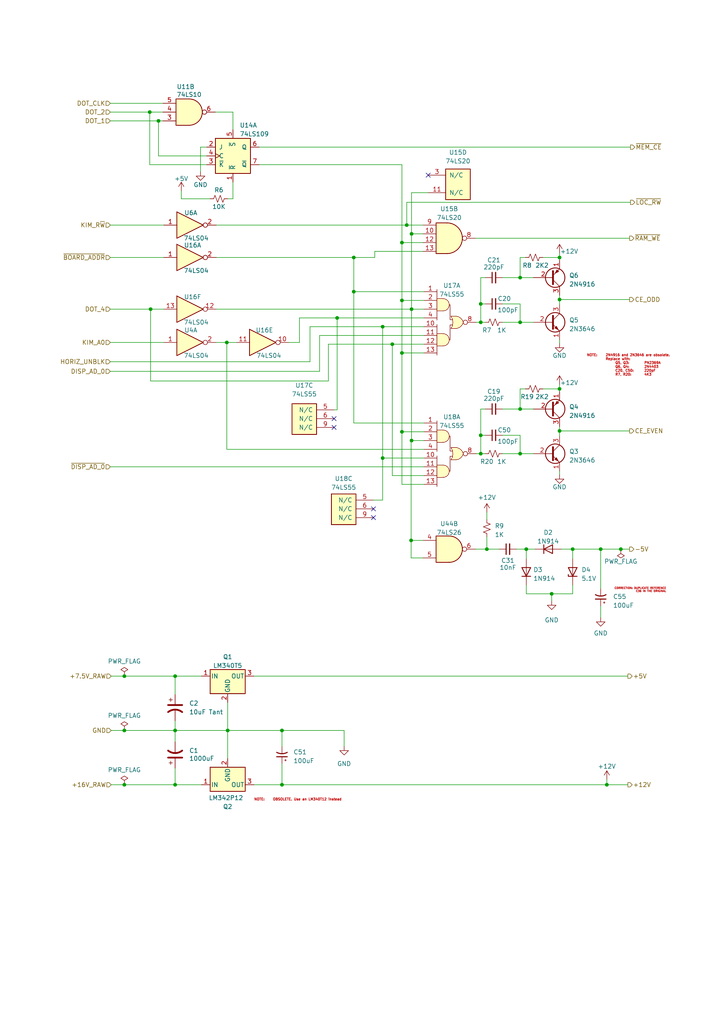
<source format=kicad_sch>
(kicad_sch (version 20230121) (generator eeschema)

  (uuid b57cb6c3-a9b1-4fb4-8162-69d0ed691c09)

  (paper "A4" portrait)

  (title_block
    (title "MTU K-1008 Visable Memory card replica")
    (comment 1 "9/4/77 HAL CHAMBERLIN")
    (comment 2 "TIMING GEN. & POWER SUPPLY")
    (comment 3 "MTU VISABLE MEMORY 22 PIN RAM")
    (comment 4 "KiCad version and corrections 2023 Eduardo Casino")
  )

  (lib_symbols
    (symbol "74xx:74LS04" (in_bom yes) (on_board yes)
      (property "Reference" "U" (at 0 1.27 0)
        (effects (font (size 1.27 1.27)))
      )
      (property "Value" "74LS04" (at 0 -1.27 0)
        (effects (font (size 1.27 1.27)))
      )
      (property "Footprint" "" (at 0 0 0)
        (effects (font (size 1.27 1.27)) hide)
      )
      (property "Datasheet" "http://www.ti.com/lit/gpn/sn74LS04" (at 0 0 0)
        (effects (font (size 1.27 1.27)) hide)
      )
      (property "ki_locked" "" (at 0 0 0)
        (effects (font (size 1.27 1.27)))
      )
      (property "ki_keywords" "TTL not inv" (at 0 0 0)
        (effects (font (size 1.27 1.27)) hide)
      )
      (property "ki_description" "Hex Inverter" (at 0 0 0)
        (effects (font (size 1.27 1.27)) hide)
      )
      (property "ki_fp_filters" "DIP*W7.62mm* SSOP?14* TSSOP?14*" (at 0 0 0)
        (effects (font (size 1.27 1.27)) hide)
      )
      (symbol "74LS04_1_0"
        (polyline
          (pts
            (xy -3.81 3.81)
            (xy -3.81 -3.81)
            (xy 3.81 0)
            (xy -3.81 3.81)
          )
          (stroke (width 0.254) (type default))
          (fill (type background))
        )
        (pin input line (at -7.62 0 0) (length 3.81)
          (name "~" (effects (font (size 1.27 1.27))))
          (number "1" (effects (font (size 1.27 1.27))))
        )
        (pin output inverted (at 7.62 0 180) (length 3.81)
          (name "~" (effects (font (size 1.27 1.27))))
          (number "2" (effects (font (size 1.27 1.27))))
        )
      )
      (symbol "74LS04_2_0"
        (polyline
          (pts
            (xy -3.81 3.81)
            (xy -3.81 -3.81)
            (xy 3.81 0)
            (xy -3.81 3.81)
          )
          (stroke (width 0.254) (type default))
          (fill (type background))
        )
        (pin input line (at -7.62 0 0) (length 3.81)
          (name "~" (effects (font (size 1.27 1.27))))
          (number "3" (effects (font (size 1.27 1.27))))
        )
        (pin output inverted (at 7.62 0 180) (length 3.81)
          (name "~" (effects (font (size 1.27 1.27))))
          (number "4" (effects (font (size 1.27 1.27))))
        )
      )
      (symbol "74LS04_3_0"
        (polyline
          (pts
            (xy -3.81 3.81)
            (xy -3.81 -3.81)
            (xy 3.81 0)
            (xy -3.81 3.81)
          )
          (stroke (width 0.254) (type default))
          (fill (type background))
        )
        (pin input line (at -7.62 0 0) (length 3.81)
          (name "~" (effects (font (size 1.27 1.27))))
          (number "5" (effects (font (size 1.27 1.27))))
        )
        (pin output inverted (at 7.62 0 180) (length 3.81)
          (name "~" (effects (font (size 1.27 1.27))))
          (number "6" (effects (font (size 1.27 1.27))))
        )
      )
      (symbol "74LS04_4_0"
        (polyline
          (pts
            (xy -3.81 3.81)
            (xy -3.81 -3.81)
            (xy 3.81 0)
            (xy -3.81 3.81)
          )
          (stroke (width 0.254) (type default))
          (fill (type background))
        )
        (pin output inverted (at 7.62 0 180) (length 3.81)
          (name "~" (effects (font (size 1.27 1.27))))
          (number "8" (effects (font (size 1.27 1.27))))
        )
        (pin input line (at -7.62 0 0) (length 3.81)
          (name "~" (effects (font (size 1.27 1.27))))
          (number "9" (effects (font (size 1.27 1.27))))
        )
      )
      (symbol "74LS04_5_0"
        (polyline
          (pts
            (xy -3.81 3.81)
            (xy -3.81 -3.81)
            (xy 3.81 0)
            (xy -3.81 3.81)
          )
          (stroke (width 0.254) (type default))
          (fill (type background))
        )
        (pin output inverted (at 7.62 0 180) (length 3.81)
          (name "~" (effects (font (size 1.27 1.27))))
          (number "10" (effects (font (size 1.27 1.27))))
        )
        (pin input line (at -7.62 0 0) (length 3.81)
          (name "~" (effects (font (size 1.27 1.27))))
          (number "11" (effects (font (size 1.27 1.27))))
        )
      )
      (symbol "74LS04_6_0"
        (polyline
          (pts
            (xy -3.81 3.81)
            (xy -3.81 -3.81)
            (xy 3.81 0)
            (xy -3.81 3.81)
          )
          (stroke (width 0.254) (type default))
          (fill (type background))
        )
        (pin output inverted (at 7.62 0 180) (length 3.81)
          (name "~" (effects (font (size 1.27 1.27))))
          (number "12" (effects (font (size 1.27 1.27))))
        )
        (pin input line (at -7.62 0 0) (length 3.81)
          (name "~" (effects (font (size 1.27 1.27))))
          (number "13" (effects (font (size 1.27 1.27))))
        )
      )
      (symbol "74LS04_7_0"
        (pin power_in line (at 0 12.7 270) (length 5.08)
          (name "VCC" (effects (font (size 1.27 1.27))))
          (number "14" (effects (font (size 1.27 1.27))))
        )
        (pin power_in line (at 0 -12.7 90) (length 5.08)
          (name "GND" (effects (font (size 1.27 1.27))))
          (number "7" (effects (font (size 1.27 1.27))))
        )
      )
      (symbol "74LS04_7_1"
        (rectangle (start -5.08 7.62) (end 5.08 -7.62)
          (stroke (width 0.254) (type default))
          (fill (type background))
        )
      )
    )
    (symbol "74xx:74LS10" (pin_names (offset 1.016)) (in_bom yes) (on_board yes)
      (property "Reference" "U" (at 0 1.27 0)
        (effects (font (size 1.27 1.27)))
      )
      (property "Value" "74LS10" (at 0 -1.27 0)
        (effects (font (size 1.27 1.27)))
      )
      (property "Footprint" "" (at 0 0 0)
        (effects (font (size 1.27 1.27)) hide)
      )
      (property "Datasheet" "http://www.ti.com/lit/gpn/sn74LS10" (at 0 0 0)
        (effects (font (size 1.27 1.27)) hide)
      )
      (property "ki_locked" "" (at 0 0 0)
        (effects (font (size 1.27 1.27)))
      )
      (property "ki_keywords" "TTL Nand3" (at 0 0 0)
        (effects (font (size 1.27 1.27)) hide)
      )
      (property "ki_description" "Triple 3-input NAND" (at 0 0 0)
        (effects (font (size 1.27 1.27)) hide)
      )
      (property "ki_fp_filters" "DIP*W7.62mm*" (at 0 0 0)
        (effects (font (size 1.27 1.27)) hide)
      )
      (symbol "74LS10_1_1"
        (arc (start 0 -3.81) (mid 3.7934 0) (end 0 3.81)
          (stroke (width 0.254) (type default))
          (fill (type background))
        )
        (polyline
          (pts
            (xy 0 3.81)
            (xy -3.81 3.81)
            (xy -3.81 -3.81)
            (xy 0 -3.81)
          )
          (stroke (width 0.254) (type default))
          (fill (type background))
        )
        (pin input line (at -7.62 2.54 0) (length 3.81)
          (name "~" (effects (font (size 1.27 1.27))))
          (number "1" (effects (font (size 1.27 1.27))))
        )
        (pin output inverted (at 7.62 0 180) (length 3.81)
          (name "~" (effects (font (size 1.27 1.27))))
          (number "12" (effects (font (size 1.27 1.27))))
        )
        (pin input line (at -7.62 -2.54 0) (length 3.81)
          (name "~" (effects (font (size 1.27 1.27))))
          (number "13" (effects (font (size 1.27 1.27))))
        )
        (pin input line (at -7.62 0 0) (length 3.81)
          (name "~" (effects (font (size 1.27 1.27))))
          (number "2" (effects (font (size 1.27 1.27))))
        )
      )
      (symbol "74LS10_1_2"
        (arc (start -3.81 -3.81) (mid -2.589 0) (end -3.81 3.81)
          (stroke (width 0.254) (type default))
          (fill (type none))
        )
        (arc (start -0.6096 -3.81) (mid 2.1842 -2.5851) (end 3.81 0)
          (stroke (width 0.254) (type default))
          (fill (type background))
        )
        (polyline
          (pts
            (xy -3.81 -3.81)
            (xy -0.635 -3.81)
          )
          (stroke (width 0.254) (type default))
          (fill (type background))
        )
        (polyline
          (pts
            (xy -3.81 3.81)
            (xy -0.635 3.81)
          )
          (stroke (width 0.254) (type default))
          (fill (type background))
        )
        (polyline
          (pts
            (xy -0.635 3.81)
            (xy -3.81 3.81)
            (xy -3.81 3.81)
            (xy -3.556 3.4036)
            (xy -3.0226 2.2606)
            (xy -2.6924 1.0414)
            (xy -2.6162 -0.254)
            (xy -2.7686 -1.4986)
            (xy -3.175 -2.7178)
            (xy -3.81 -3.81)
            (xy -3.81 -3.81)
            (xy -0.635 -3.81)
          )
          (stroke (width -25.4) (type default))
          (fill (type background))
        )
        (arc (start 3.81 0) (mid 2.1915 2.5936) (end -0.6096 3.81)
          (stroke (width 0.254) (type default))
          (fill (type background))
        )
        (pin input inverted (at -7.62 2.54 0) (length 4.318)
          (name "~" (effects (font (size 1.27 1.27))))
          (number "1" (effects (font (size 1.27 1.27))))
        )
        (pin output line (at 7.62 0 180) (length 3.81)
          (name "~" (effects (font (size 1.27 1.27))))
          (number "12" (effects (font (size 1.27 1.27))))
        )
        (pin input inverted (at -7.62 -2.54 0) (length 4.318)
          (name "~" (effects (font (size 1.27 1.27))))
          (number "13" (effects (font (size 1.27 1.27))))
        )
        (pin input inverted (at -7.62 0 0) (length 4.953)
          (name "~" (effects (font (size 1.27 1.27))))
          (number "2" (effects (font (size 1.27 1.27))))
        )
      )
      (symbol "74LS10_2_1"
        (arc (start 0 -3.81) (mid 3.7934 0) (end 0 3.81)
          (stroke (width 0.254) (type default))
          (fill (type background))
        )
        (polyline
          (pts
            (xy 0 3.81)
            (xy -3.81 3.81)
            (xy -3.81 -3.81)
            (xy 0 -3.81)
          )
          (stroke (width 0.254) (type default))
          (fill (type background))
        )
        (pin input line (at -7.62 2.54 0) (length 3.81)
          (name "~" (effects (font (size 1.27 1.27))))
          (number "3" (effects (font (size 1.27 1.27))))
        )
        (pin input line (at -7.62 0 0) (length 3.81)
          (name "~" (effects (font (size 1.27 1.27))))
          (number "4" (effects (font (size 1.27 1.27))))
        )
        (pin input line (at -7.62 -2.54 0) (length 3.81)
          (name "~" (effects (font (size 1.27 1.27))))
          (number "5" (effects (font (size 1.27 1.27))))
        )
        (pin output inverted (at 7.62 0 180) (length 3.81)
          (name "~" (effects (font (size 1.27 1.27))))
          (number "6" (effects (font (size 1.27 1.27))))
        )
      )
      (symbol "74LS10_2_2"
        (arc (start -3.81 -3.81) (mid -2.589 0) (end -3.81 3.81)
          (stroke (width 0.254) (type default))
          (fill (type none))
        )
        (arc (start -0.6096 -3.81) (mid 2.1842 -2.5851) (end 3.81 0)
          (stroke (width 0.254) (type default))
          (fill (type background))
        )
        (polyline
          (pts
            (xy -3.81 -3.81)
            (xy -0.635 -3.81)
          )
          (stroke (width 0.254) (type default))
          (fill (type background))
        )
        (polyline
          (pts
            (xy -3.81 3.81)
            (xy -0.635 3.81)
          )
          (stroke (width 0.254) (type default))
          (fill (type background))
        )
        (polyline
          (pts
            (xy -0.635 3.81)
            (xy -3.81 3.81)
            (xy -3.81 3.81)
            (xy -3.556 3.4036)
            (xy -3.0226 2.2606)
            (xy -2.6924 1.0414)
            (xy -2.6162 -0.254)
            (xy -2.7686 -1.4986)
            (xy -3.175 -2.7178)
            (xy -3.81 -3.81)
            (xy -3.81 -3.81)
            (xy -0.635 -3.81)
          )
          (stroke (width -25.4) (type default))
          (fill (type background))
        )
        (arc (start 3.81 0) (mid 2.1915 2.5936) (end -0.6096 3.81)
          (stroke (width 0.254) (type default))
          (fill (type background))
        )
        (pin input inverted (at -7.62 2.54 0) (length 4.318)
          (name "~" (effects (font (size 1.27 1.27))))
          (number "3" (effects (font (size 1.27 1.27))))
        )
        (pin input inverted (at -7.62 0 0) (length 4.953)
          (name "~" (effects (font (size 1.27 1.27))))
          (number "4" (effects (font (size 1.27 1.27))))
        )
        (pin input inverted (at -7.62 -2.54 0) (length 4.318)
          (name "~" (effects (font (size 1.27 1.27))))
          (number "5" (effects (font (size 1.27 1.27))))
        )
        (pin output line (at 7.62 0 180) (length 3.81)
          (name "~" (effects (font (size 1.27 1.27))))
          (number "6" (effects (font (size 1.27 1.27))))
        )
      )
      (symbol "74LS10_3_1"
        (arc (start 0 -3.81) (mid 3.7934 0) (end 0 3.81)
          (stroke (width 0.254) (type default))
          (fill (type background))
        )
        (polyline
          (pts
            (xy 0 3.81)
            (xy -3.81 3.81)
            (xy -3.81 -3.81)
            (xy 0 -3.81)
          )
          (stroke (width 0.254) (type default))
          (fill (type background))
        )
        (pin input line (at -7.62 0 0) (length 3.81)
          (name "~" (effects (font (size 1.27 1.27))))
          (number "10" (effects (font (size 1.27 1.27))))
        )
        (pin input line (at -7.62 -2.54 0) (length 3.81)
          (name "~" (effects (font (size 1.27 1.27))))
          (number "11" (effects (font (size 1.27 1.27))))
        )
        (pin output inverted (at 7.62 0 180) (length 3.81)
          (name "~" (effects (font (size 1.27 1.27))))
          (number "8" (effects (font (size 1.27 1.27))))
        )
        (pin input line (at -7.62 2.54 0) (length 3.81)
          (name "~" (effects (font (size 1.27 1.27))))
          (number "9" (effects (font (size 1.27 1.27))))
        )
      )
      (symbol "74LS10_3_2"
        (arc (start -3.81 -3.81) (mid -2.589 0) (end -3.81 3.81)
          (stroke (width 0.254) (type default))
          (fill (type none))
        )
        (arc (start -0.6096 -3.81) (mid 2.1842 -2.5851) (end 3.81 0)
          (stroke (width 0.254) (type default))
          (fill (type background))
        )
        (polyline
          (pts
            (xy -3.81 -3.81)
            (xy -0.635 -3.81)
          )
          (stroke (width 0.254) (type default))
          (fill (type background))
        )
        (polyline
          (pts
            (xy -3.81 3.81)
            (xy -0.635 3.81)
          )
          (stroke (width 0.254) (type default))
          (fill (type background))
        )
        (polyline
          (pts
            (xy -0.635 3.81)
            (xy -3.81 3.81)
            (xy -3.81 3.81)
            (xy -3.556 3.4036)
            (xy -3.0226 2.2606)
            (xy -2.6924 1.0414)
            (xy -2.6162 -0.254)
            (xy -2.7686 -1.4986)
            (xy -3.175 -2.7178)
            (xy -3.81 -3.81)
            (xy -3.81 -3.81)
            (xy -0.635 -3.81)
          )
          (stroke (width -25.4) (type default))
          (fill (type background))
        )
        (arc (start 3.81 0) (mid 2.1915 2.5936) (end -0.6096 3.81)
          (stroke (width 0.254) (type default))
          (fill (type background))
        )
        (pin input inverted (at -7.62 0 0) (length 4.953)
          (name "~" (effects (font (size 1.27 1.27))))
          (number "10" (effects (font (size 1.27 1.27))))
        )
        (pin input inverted (at -7.62 -2.54 0) (length 4.318)
          (name "~" (effects (font (size 1.27 1.27))))
          (number "11" (effects (font (size 1.27 1.27))))
        )
        (pin output line (at 7.62 0 180) (length 3.81)
          (name "~" (effects (font (size 1.27 1.27))))
          (number "8" (effects (font (size 1.27 1.27))))
        )
        (pin input inverted (at -7.62 2.54 0) (length 4.318)
          (name "~" (effects (font (size 1.27 1.27))))
          (number "9" (effects (font (size 1.27 1.27))))
        )
      )
      (symbol "74LS10_4_0"
        (pin power_in line (at 0 12.7 270) (length 5.08)
          (name "VCC" (effects (font (size 1.27 1.27))))
          (number "14" (effects (font (size 1.27 1.27))))
        )
        (pin power_in line (at 0 -12.7 90) (length 5.08)
          (name "GND" (effects (font (size 1.27 1.27))))
          (number "7" (effects (font (size 1.27 1.27))))
        )
      )
      (symbol "74LS10_4_1"
        (rectangle (start -5.08 7.62) (end 5.08 -7.62)
          (stroke (width 0.254) (type default))
          (fill (type background))
        )
      )
    )
    (symbol "74xx:74LS109" (pin_names (offset 1.016)) (in_bom yes) (on_board yes)
      (property "Reference" "U" (at -7.62 8.89 0)
        (effects (font (size 1.27 1.27)))
      )
      (property "Value" "74LS109" (at -7.62 -8.89 0)
        (effects (font (size 1.27 1.27)))
      )
      (property "Footprint" "" (at 0 0 0)
        (effects (font (size 1.27 1.27)) hide)
      )
      (property "Datasheet" "http://www.ti.com/lit/gpn/sn74LS109" (at 0 0 0)
        (effects (font (size 1.27 1.27)) hide)
      )
      (property "ki_locked" "" (at 0 0 0)
        (effects (font (size 1.27 1.27)))
      )
      (property "ki_keywords" "TTL JK" (at 0 0 0)
        (effects (font (size 1.27 1.27)) hide)
      )
      (property "ki_description" "Dual JK Flip-Flop, Set & Reset" (at 0 0 0)
        (effects (font (size 1.27 1.27)) hide)
      )
      (property "ki_fp_filters" "DIP*W7.62mm*" (at 0 0 0)
        (effects (font (size 1.27 1.27)) hide)
      )
      (symbol "74LS109_1_0"
        (pin input line (at 0 -7.62 90) (length 2.54)
          (name "~{R}" (effects (font (size 1.27 1.27))))
          (number "1" (effects (font (size 1.27 1.27))))
        )
        (pin input line (at -7.62 2.54 0) (length 2.54)
          (name "J" (effects (font (size 1.27 1.27))))
          (number "2" (effects (font (size 1.27 1.27))))
        )
        (pin input line (at -7.62 -2.54 0) (length 2.54)
          (name "~{K}" (effects (font (size 1.27 1.27))))
          (number "3" (effects (font (size 1.27 1.27))))
        )
        (pin input clock (at -7.62 0 0) (length 2.54)
          (name "C" (effects (font (size 1.27 1.27))))
          (number "4" (effects (font (size 1.27 1.27))))
        )
        (pin input line (at 0 7.62 270) (length 2.54)
          (name "~{S}" (effects (font (size 1.27 1.27))))
          (number "5" (effects (font (size 1.27 1.27))))
        )
        (pin output line (at 7.62 2.54 180) (length 2.54)
          (name "Q" (effects (font (size 1.27 1.27))))
          (number "6" (effects (font (size 1.27 1.27))))
        )
        (pin output line (at 7.62 -2.54 180) (length 2.54)
          (name "~{Q}" (effects (font (size 1.27 1.27))))
          (number "7" (effects (font (size 1.27 1.27))))
        )
      )
      (symbol "74LS109_1_1"
        (rectangle (start -5.08 5.08) (end 5.08 -5.08)
          (stroke (width 0.254) (type default))
          (fill (type background))
        )
      )
      (symbol "74LS109_2_0"
        (pin output line (at 7.62 2.54 180) (length 2.54)
          (name "Q" (effects (font (size 1.27 1.27))))
          (number "10" (effects (font (size 1.27 1.27))))
        )
        (pin input line (at 0 7.62 270) (length 2.54)
          (name "~{S}" (effects (font (size 1.27 1.27))))
          (number "11" (effects (font (size 1.27 1.27))))
        )
        (pin input clock (at -7.62 0 0) (length 2.54)
          (name "C" (effects (font (size 1.27 1.27))))
          (number "12" (effects (font (size 1.27 1.27))))
        )
        (pin input line (at -7.62 -2.54 0) (length 2.54)
          (name "~{K}" (effects (font (size 1.27 1.27))))
          (number "13" (effects (font (size 1.27 1.27))))
        )
        (pin input line (at -7.62 2.54 0) (length 2.54)
          (name "J" (effects (font (size 1.27 1.27))))
          (number "14" (effects (font (size 1.27 1.27))))
        )
        (pin input line (at 0 -7.62 90) (length 2.54)
          (name "~{R}" (effects (font (size 1.27 1.27))))
          (number "15" (effects (font (size 1.27 1.27))))
        )
        (pin output line (at 7.62 -2.54 180) (length 2.54)
          (name "~{Q}" (effects (font (size 1.27 1.27))))
          (number "9" (effects (font (size 1.27 1.27))))
        )
      )
      (symbol "74LS109_2_1"
        (rectangle (start -5.08 5.08) (end 5.08 -5.08)
          (stroke (width 0.254) (type default))
          (fill (type background))
        )
      )
      (symbol "74LS109_3_0"
        (pin power_in line (at 0 10.16 270) (length 2.54)
          (name "VCC" (effects (font (size 1.27 1.27))))
          (number "16" (effects (font (size 1.27 1.27))))
        )
        (pin power_in line (at 0 -10.16 90) (length 2.54)
          (name "GND" (effects (font (size 1.27 1.27))))
          (number "8" (effects (font (size 1.27 1.27))))
        )
      )
      (symbol "74LS109_3_1"
        (rectangle (start -5.08 7.62) (end 5.08 -7.62)
          (stroke (width 0.254) (type default))
          (fill (type background))
        )
      )
    )
    (symbol "74xx:74LS26" (pin_names (offset 1.016)) (in_bom yes) (on_board yes)
      (property "Reference" "U" (at 0 1.27 0)
        (effects (font (size 1.27 1.27)))
      )
      (property "Value" "74LS26" (at 0 -1.27 0)
        (effects (font (size 1.27 1.27)))
      )
      (property "Footprint" "" (at 0 0 0)
        (effects (font (size 1.27 1.27)) hide)
      )
      (property "Datasheet" "http://www.ti.com/lit/gpn/sn74LS26" (at 0 0 0)
        (effects (font (size 1.27 1.27)) hide)
      )
      (property "ki_locked" "" (at 0 0 0)
        (effects (font (size 1.27 1.27)))
      )
      (property "ki_keywords" "TTL Nand2 OpenCol" (at 0 0 0)
        (effects (font (size 1.27 1.27)) hide)
      )
      (property "ki_description" "Quad 2-input NAND Open collector" (at 0 0 0)
        (effects (font (size 1.27 1.27)) hide)
      )
      (property "ki_fp_filters" "DIP*W7.62mm*" (at 0 0 0)
        (effects (font (size 1.27 1.27)) hide)
      )
      (symbol "74LS26_1_1"
        (arc (start 0 -3.81) (mid 3.7934 0) (end 0 3.81)
          (stroke (width 0.254) (type default))
          (fill (type background))
        )
        (polyline
          (pts
            (xy 0 3.81)
            (xy -3.81 3.81)
            (xy -3.81 -3.81)
            (xy 0 -3.81)
          )
          (stroke (width 0.254) (type default))
          (fill (type background))
        )
        (pin input line (at -7.62 2.54 0) (length 3.81)
          (name "~" (effects (font (size 1.27 1.27))))
          (number "1" (effects (font (size 1.27 1.27))))
        )
        (pin input line (at -7.62 -2.54 0) (length 3.81)
          (name "~" (effects (font (size 1.27 1.27))))
          (number "2" (effects (font (size 1.27 1.27))))
        )
        (pin open_collector inverted (at 7.62 0 180) (length 3.81)
          (name "~" (effects (font (size 1.27 1.27))))
          (number "3" (effects (font (size 1.27 1.27))))
        )
      )
      (symbol "74LS26_1_2"
        (arc (start -3.81 -3.81) (mid -2.589 0) (end -3.81 3.81)
          (stroke (width 0.254) (type default))
          (fill (type none))
        )
        (arc (start -0.6096 -3.81) (mid 2.1842 -2.5851) (end 3.81 0)
          (stroke (width 0.254) (type default))
          (fill (type background))
        )
        (polyline
          (pts
            (xy -3.81 -3.81)
            (xy -0.635 -3.81)
          )
          (stroke (width 0.254) (type default))
          (fill (type background))
        )
        (polyline
          (pts
            (xy -3.81 3.81)
            (xy -0.635 3.81)
          )
          (stroke (width 0.254) (type default))
          (fill (type background))
        )
        (polyline
          (pts
            (xy -0.635 3.81)
            (xy -3.81 3.81)
            (xy -3.81 3.81)
            (xy -3.556 3.4036)
            (xy -3.0226 2.2606)
            (xy -2.6924 1.0414)
            (xy -2.6162 -0.254)
            (xy -2.7686 -1.4986)
            (xy -3.175 -2.7178)
            (xy -3.81 -3.81)
            (xy -3.81 -3.81)
            (xy -0.635 -3.81)
          )
          (stroke (width -25.4) (type default))
          (fill (type background))
        )
        (arc (start 3.81 0) (mid 2.1915 2.5936) (end -0.6096 3.81)
          (stroke (width 0.254) (type default))
          (fill (type background))
        )
        (pin input inverted (at -7.62 2.54 0) (length 4.318)
          (name "~" (effects (font (size 1.27 1.27))))
          (number "1" (effects (font (size 1.27 1.27))))
        )
        (pin input inverted (at -7.62 -2.54 0) (length 4.318)
          (name "~" (effects (font (size 1.27 1.27))))
          (number "2" (effects (font (size 1.27 1.27))))
        )
        (pin open_collector line (at 7.62 0 180) (length 3.81)
          (name "~" (effects (font (size 1.27 1.27))))
          (number "3" (effects (font (size 1.27 1.27))))
        )
      )
      (symbol "74LS26_2_1"
        (arc (start 0 -3.81) (mid 3.7934 0) (end 0 3.81)
          (stroke (width 0.254) (type default))
          (fill (type background))
        )
        (polyline
          (pts
            (xy 0 3.81)
            (xy -3.81 3.81)
            (xy -3.81 -3.81)
            (xy 0 -3.81)
          )
          (stroke (width 0.254) (type default))
          (fill (type background))
        )
        (pin input line (at -7.62 2.54 0) (length 3.81)
          (name "~" (effects (font (size 1.27 1.27))))
          (number "4" (effects (font (size 1.27 1.27))))
        )
        (pin input line (at -7.62 -2.54 0) (length 3.81)
          (name "~" (effects (font (size 1.27 1.27))))
          (number "5" (effects (font (size 1.27 1.27))))
        )
        (pin open_collector inverted (at 7.62 0 180) (length 3.81)
          (name "~" (effects (font (size 1.27 1.27))))
          (number "6" (effects (font (size 1.27 1.27))))
        )
      )
      (symbol "74LS26_2_2"
        (arc (start -3.81 -3.81) (mid -2.589 0) (end -3.81 3.81)
          (stroke (width 0.254) (type default))
          (fill (type none))
        )
        (arc (start -0.6096 -3.81) (mid 2.1842 -2.5851) (end 3.81 0)
          (stroke (width 0.254) (type default))
          (fill (type background))
        )
        (polyline
          (pts
            (xy -3.81 -3.81)
            (xy -0.635 -3.81)
          )
          (stroke (width 0.254) (type default))
          (fill (type background))
        )
        (polyline
          (pts
            (xy -3.81 3.81)
            (xy -0.635 3.81)
          )
          (stroke (width 0.254) (type default))
          (fill (type background))
        )
        (polyline
          (pts
            (xy -0.635 3.81)
            (xy -3.81 3.81)
            (xy -3.81 3.81)
            (xy -3.556 3.4036)
            (xy -3.0226 2.2606)
            (xy -2.6924 1.0414)
            (xy -2.6162 -0.254)
            (xy -2.7686 -1.4986)
            (xy -3.175 -2.7178)
            (xy -3.81 -3.81)
            (xy -3.81 -3.81)
            (xy -0.635 -3.81)
          )
          (stroke (width -25.4) (type default))
          (fill (type background))
        )
        (arc (start 3.81 0) (mid 2.1915 2.5936) (end -0.6096 3.81)
          (stroke (width 0.254) (type default))
          (fill (type background))
        )
        (pin input inverted (at -7.62 2.54 0) (length 4.318)
          (name "~" (effects (font (size 1.27 1.27))))
          (number "4" (effects (font (size 1.27 1.27))))
        )
        (pin input inverted (at -7.62 -2.54 0) (length 4.318)
          (name "~" (effects (font (size 1.27 1.27))))
          (number "5" (effects (font (size 1.27 1.27))))
        )
        (pin open_collector line (at 7.62 0 180) (length 3.81)
          (name "~" (effects (font (size 1.27 1.27))))
          (number "6" (effects (font (size 1.27 1.27))))
        )
      )
      (symbol "74LS26_3_1"
        (arc (start 0 -3.81) (mid 3.7934 0) (end 0 3.81)
          (stroke (width 0.254) (type default))
          (fill (type background))
        )
        (polyline
          (pts
            (xy 0 3.81)
            (xy -3.81 3.81)
            (xy -3.81 -3.81)
            (xy 0 -3.81)
          )
          (stroke (width 0.254) (type default))
          (fill (type background))
        )
        (pin input line (at -7.62 -2.54 0) (length 3.81)
          (name "~" (effects (font (size 1.27 1.27))))
          (number "10" (effects (font (size 1.27 1.27))))
        )
        (pin open_collector inverted (at 7.62 0 180) (length 3.81)
          (name "~" (effects (font (size 1.27 1.27))))
          (number "8" (effects (font (size 1.27 1.27))))
        )
        (pin input line (at -7.62 2.54 0) (length 3.81)
          (name "~" (effects (font (size 1.27 1.27))))
          (number "9" (effects (font (size 1.27 1.27))))
        )
      )
      (symbol "74LS26_3_2"
        (arc (start -3.81 -3.81) (mid -2.589 0) (end -3.81 3.81)
          (stroke (width 0.254) (type default))
          (fill (type none))
        )
        (arc (start -0.6096 -3.81) (mid 2.1842 -2.5851) (end 3.81 0)
          (stroke (width 0.254) (type default))
          (fill (type background))
        )
        (polyline
          (pts
            (xy -3.81 -3.81)
            (xy -0.635 -3.81)
          )
          (stroke (width 0.254) (type default))
          (fill (type background))
        )
        (polyline
          (pts
            (xy -3.81 3.81)
            (xy -0.635 3.81)
          )
          (stroke (width 0.254) (type default))
          (fill (type background))
        )
        (polyline
          (pts
            (xy -0.635 3.81)
            (xy -3.81 3.81)
            (xy -3.81 3.81)
            (xy -3.556 3.4036)
            (xy -3.0226 2.2606)
            (xy -2.6924 1.0414)
            (xy -2.6162 -0.254)
            (xy -2.7686 -1.4986)
            (xy -3.175 -2.7178)
            (xy -3.81 -3.81)
            (xy -3.81 -3.81)
            (xy -0.635 -3.81)
          )
          (stroke (width -25.4) (type default))
          (fill (type background))
        )
        (arc (start 3.81 0) (mid 2.1915 2.5936) (end -0.6096 3.81)
          (stroke (width 0.254) (type default))
          (fill (type background))
        )
        (pin input inverted (at -7.62 -2.54 0) (length 4.318)
          (name "~" (effects (font (size 1.27 1.27))))
          (number "10" (effects (font (size 1.27 1.27))))
        )
        (pin open_collector line (at 7.62 0 180) (length 3.81)
          (name "~" (effects (font (size 1.27 1.27))))
          (number "8" (effects (font (size 1.27 1.27))))
        )
        (pin input inverted (at -7.62 2.54 0) (length 4.318)
          (name "~" (effects (font (size 1.27 1.27))))
          (number "9" (effects (font (size 1.27 1.27))))
        )
      )
      (symbol "74LS26_4_1"
        (arc (start 0 -3.81) (mid 3.7934 0) (end 0 3.81)
          (stroke (width 0.254) (type default))
          (fill (type background))
        )
        (polyline
          (pts
            (xy 0 3.81)
            (xy -3.81 3.81)
            (xy -3.81 -3.81)
            (xy 0 -3.81)
          )
          (stroke (width 0.254) (type default))
          (fill (type background))
        )
        (pin open_collector inverted (at 7.62 0 180) (length 3.81)
          (name "~" (effects (font (size 1.27 1.27))))
          (number "11" (effects (font (size 1.27 1.27))))
        )
        (pin input line (at -7.62 2.54 0) (length 3.81)
          (name "~" (effects (font (size 1.27 1.27))))
          (number "12" (effects (font (size 1.27 1.27))))
        )
        (pin input line (at -7.62 -2.54 0) (length 3.81)
          (name "~" (effects (font (size 1.27 1.27))))
          (number "13" (effects (font (size 1.27 1.27))))
        )
      )
      (symbol "74LS26_4_2"
        (arc (start -3.81 -3.81) (mid -2.589 0) (end -3.81 3.81)
          (stroke (width 0.254) (type default))
          (fill (type none))
        )
        (arc (start -0.6096 -3.81) (mid 2.1842 -2.5851) (end 3.81 0)
          (stroke (width 0.254) (type default))
          (fill (type background))
        )
        (polyline
          (pts
            (xy -3.81 -3.81)
            (xy -0.635 -3.81)
          )
          (stroke (width 0.254) (type default))
          (fill (type background))
        )
        (polyline
          (pts
            (xy -3.81 3.81)
            (xy -0.635 3.81)
          )
          (stroke (width 0.254) (type default))
          (fill (type background))
        )
        (polyline
          (pts
            (xy -0.635 3.81)
            (xy -3.81 3.81)
            (xy -3.81 3.81)
            (xy -3.556 3.4036)
            (xy -3.0226 2.2606)
            (xy -2.6924 1.0414)
            (xy -2.6162 -0.254)
            (xy -2.7686 -1.4986)
            (xy -3.175 -2.7178)
            (xy -3.81 -3.81)
            (xy -3.81 -3.81)
            (xy -0.635 -3.81)
          )
          (stroke (width -25.4) (type default))
          (fill (type background))
        )
        (arc (start 3.81 0) (mid 2.1915 2.5936) (end -0.6096 3.81)
          (stroke (width 0.254) (type default))
          (fill (type background))
        )
        (pin open_collector line (at 7.62 0 180) (length 3.81)
          (name "~" (effects (font (size 1.27 1.27))))
          (number "11" (effects (font (size 1.27 1.27))))
        )
        (pin input inverted (at -7.62 2.54 0) (length 4.318)
          (name "~" (effects (font (size 1.27 1.27))))
          (number "12" (effects (font (size 1.27 1.27))))
        )
        (pin input inverted (at -7.62 -2.54 0) (length 4.318)
          (name "~" (effects (font (size 1.27 1.27))))
          (number "13" (effects (font (size 1.27 1.27))))
        )
      )
      (symbol "74LS26_5_0"
        (pin power_in line (at 0 12.7 270) (length 5.08)
          (name "VCC" (effects (font (size 1.27 1.27))))
          (number "14" (effects (font (size 1.27 1.27))))
        )
        (pin power_in line (at 0 -12.7 90) (length 5.08)
          (name "GND" (effects (font (size 1.27 1.27))))
          (number "7" (effects (font (size 1.27 1.27))))
        )
      )
      (symbol "74LS26_5_1"
        (rectangle (start -5.08 7.62) (end 5.08 -7.62)
          (stroke (width 0.254) (type default))
          (fill (type background))
        )
      )
    )
    (symbol "Device:C_Polarized_Small_US" (pin_numbers hide) (pin_names (offset 0.254) hide) (in_bom yes) (on_board yes)
      (property "Reference" "C" (at 0.254 1.778 0)
        (effects (font (size 1.27 1.27)) (justify left))
      )
      (property "Value" "C_Polarized_Small_US" (at 0.254 -2.032 0)
        (effects (font (size 1.27 1.27)) (justify left))
      )
      (property "Footprint" "" (at 0 0 0)
        (effects (font (size 1.27 1.27)) hide)
      )
      (property "Datasheet" "~" (at 0 0 0)
        (effects (font (size 1.27 1.27)) hide)
      )
      (property "ki_keywords" "cap capacitor" (at 0 0 0)
        (effects (font (size 1.27 1.27)) hide)
      )
      (property "ki_description" "Polarized capacitor, small US symbol" (at 0 0 0)
        (effects (font (size 1.27 1.27)) hide)
      )
      (property "ki_fp_filters" "CP_*" (at 0 0 0)
        (effects (font (size 1.27 1.27)) hide)
      )
      (symbol "C_Polarized_Small_US_0_1"
        (polyline
          (pts
            (xy -1.524 0.508)
            (xy 1.524 0.508)
          )
          (stroke (width 0.3048) (type default))
          (fill (type none))
        )
        (polyline
          (pts
            (xy -1.27 1.524)
            (xy -0.762 1.524)
          )
          (stroke (width 0) (type default))
          (fill (type none))
        )
        (polyline
          (pts
            (xy -1.016 1.27)
            (xy -1.016 1.778)
          )
          (stroke (width 0) (type default))
          (fill (type none))
        )
        (arc (start 1.524 -0.762) (mid 0 -0.3734) (end -1.524 -0.762)
          (stroke (width 0.3048) (type default))
          (fill (type none))
        )
      )
      (symbol "C_Polarized_Small_US_1_1"
        (pin passive line (at 0 2.54 270) (length 2.032)
          (name "~" (effects (font (size 1.27 1.27))))
          (number "1" (effects (font (size 1.27 1.27))))
        )
        (pin passive line (at 0 -2.54 90) (length 2.032)
          (name "~" (effects (font (size 1.27 1.27))))
          (number "2" (effects (font (size 1.27 1.27))))
        )
      )
    )
    (symbol "Device:C_Polarized_US" (pin_numbers hide) (pin_names (offset 0.254) hide) (in_bom yes) (on_board yes)
      (property "Reference" "C" (at 0.635 2.54 0)
        (effects (font (size 1.27 1.27)) (justify left))
      )
      (property "Value" "C_Polarized_US" (at 0.635 -2.54 0)
        (effects (font (size 1.27 1.27)) (justify left))
      )
      (property "Footprint" "" (at 0 0 0)
        (effects (font (size 1.27 1.27)) hide)
      )
      (property "Datasheet" "~" (at 0 0 0)
        (effects (font (size 1.27 1.27)) hide)
      )
      (property "ki_keywords" "cap capacitor" (at 0 0 0)
        (effects (font (size 1.27 1.27)) hide)
      )
      (property "ki_description" "Polarized capacitor, US symbol" (at 0 0 0)
        (effects (font (size 1.27 1.27)) hide)
      )
      (property "ki_fp_filters" "CP_*" (at 0 0 0)
        (effects (font (size 1.27 1.27)) hide)
      )
      (symbol "C_Polarized_US_0_1"
        (polyline
          (pts
            (xy -2.032 0.762)
            (xy 2.032 0.762)
          )
          (stroke (width 0.508) (type default))
          (fill (type none))
        )
        (polyline
          (pts
            (xy -1.778 2.286)
            (xy -0.762 2.286)
          )
          (stroke (width 0) (type default))
          (fill (type none))
        )
        (polyline
          (pts
            (xy -1.27 1.778)
            (xy -1.27 2.794)
          )
          (stroke (width 0) (type default))
          (fill (type none))
        )
        (arc (start 2.032 -1.27) (mid 0 -0.5572) (end -2.032 -1.27)
          (stroke (width 0.508) (type default))
          (fill (type none))
        )
      )
      (symbol "C_Polarized_US_1_1"
        (pin passive line (at 0 3.81 270) (length 2.794)
          (name "~" (effects (font (size 1.27 1.27))))
          (number "1" (effects (font (size 1.27 1.27))))
        )
        (pin passive line (at 0 -3.81 90) (length 3.302)
          (name "~" (effects (font (size 1.27 1.27))))
          (number "2" (effects (font (size 1.27 1.27))))
        )
      )
    )
    (symbol "Device:C_Small" (pin_numbers hide) (pin_names (offset 0.254) hide) (in_bom yes) (on_board yes)
      (property "Reference" "C" (at 0.254 1.778 0)
        (effects (font (size 1.27 1.27)) (justify left))
      )
      (property "Value" "C_Small" (at 0.254 -2.032 0)
        (effects (font (size 1.27 1.27)) (justify left))
      )
      (property "Footprint" "" (at 0 0 0)
        (effects (font (size 1.27 1.27)) hide)
      )
      (property "Datasheet" "~" (at 0 0 0)
        (effects (font (size 1.27 1.27)) hide)
      )
      (property "ki_keywords" "capacitor cap" (at 0 0 0)
        (effects (font (size 1.27 1.27)) hide)
      )
      (property "ki_description" "Unpolarized capacitor, small symbol" (at 0 0 0)
        (effects (font (size 1.27 1.27)) hide)
      )
      (property "ki_fp_filters" "C_*" (at 0 0 0)
        (effects (font (size 1.27 1.27)) hide)
      )
      (symbol "C_Small_0_1"
        (polyline
          (pts
            (xy -1.524 -0.508)
            (xy 1.524 -0.508)
          )
          (stroke (width 0.3302) (type default))
          (fill (type none))
        )
        (polyline
          (pts
            (xy -1.524 0.508)
            (xy 1.524 0.508)
          )
          (stroke (width 0.3048) (type default))
          (fill (type none))
        )
      )
      (symbol "C_Small_1_1"
        (pin passive line (at 0 2.54 270) (length 2.032)
          (name "~" (effects (font (size 1.27 1.27))))
          (number "1" (effects (font (size 1.27 1.27))))
        )
        (pin passive line (at 0 -2.54 90) (length 2.032)
          (name "~" (effects (font (size 1.27 1.27))))
          (number "2" (effects (font (size 1.27 1.27))))
        )
      )
    )
    (symbol "Device:D_Zener" (pin_numbers hide) (pin_names (offset 1.016) hide) (in_bom yes) (on_board yes)
      (property "Reference" "D" (at 0 2.54 0)
        (effects (font (size 1.27 1.27)))
      )
      (property "Value" "D_Zener" (at 0 -2.54 0)
        (effects (font (size 1.27 1.27)))
      )
      (property "Footprint" "" (at 0 0 0)
        (effects (font (size 1.27 1.27)) hide)
      )
      (property "Datasheet" "~" (at 0 0 0)
        (effects (font (size 1.27 1.27)) hide)
      )
      (property "ki_keywords" "diode" (at 0 0 0)
        (effects (font (size 1.27 1.27)) hide)
      )
      (property "ki_description" "Zener diode" (at 0 0 0)
        (effects (font (size 1.27 1.27)) hide)
      )
      (property "ki_fp_filters" "TO-???* *_Diode_* *SingleDiode* D_*" (at 0 0 0)
        (effects (font (size 1.27 1.27)) hide)
      )
      (symbol "D_Zener_0_1"
        (polyline
          (pts
            (xy 1.27 0)
            (xy -1.27 0)
          )
          (stroke (width 0) (type default))
          (fill (type none))
        )
        (polyline
          (pts
            (xy -1.27 -1.27)
            (xy -1.27 1.27)
            (xy -0.762 1.27)
          )
          (stroke (width 0.254) (type default))
          (fill (type none))
        )
        (polyline
          (pts
            (xy 1.27 -1.27)
            (xy 1.27 1.27)
            (xy -1.27 0)
            (xy 1.27 -1.27)
          )
          (stroke (width 0.254) (type default))
          (fill (type none))
        )
      )
      (symbol "D_Zener_1_1"
        (pin passive line (at -3.81 0 0) (length 2.54)
          (name "K" (effects (font (size 1.27 1.27))))
          (number "1" (effects (font (size 1.27 1.27))))
        )
        (pin passive line (at 3.81 0 180) (length 2.54)
          (name "A" (effects (font (size 1.27 1.27))))
          (number "2" (effects (font (size 1.27 1.27))))
        )
      )
    )
    (symbol "Device:R_Small_US" (pin_numbers hide) (pin_names (offset 0.254) hide) (in_bom yes) (on_board yes)
      (property "Reference" "R" (at 0.762 0.508 0)
        (effects (font (size 1.27 1.27)) (justify left))
      )
      (property "Value" "R_Small_US" (at 0.762 -1.016 0)
        (effects (font (size 1.27 1.27)) (justify left))
      )
      (property "Footprint" "" (at 0 0 0)
        (effects (font (size 1.27 1.27)) hide)
      )
      (property "Datasheet" "~" (at 0 0 0)
        (effects (font (size 1.27 1.27)) hide)
      )
      (property "ki_keywords" "r resistor" (at 0 0 0)
        (effects (font (size 1.27 1.27)) hide)
      )
      (property "ki_description" "Resistor, small US symbol" (at 0 0 0)
        (effects (font (size 1.27 1.27)) hide)
      )
      (property "ki_fp_filters" "R_*" (at 0 0 0)
        (effects (font (size 1.27 1.27)) hide)
      )
      (symbol "R_Small_US_1_1"
        (polyline
          (pts
            (xy 0 0)
            (xy 1.016 -0.381)
            (xy 0 -0.762)
            (xy -1.016 -1.143)
            (xy 0 -1.524)
          )
          (stroke (width 0) (type default))
          (fill (type none))
        )
        (polyline
          (pts
            (xy 0 1.524)
            (xy 1.016 1.143)
            (xy 0 0.762)
            (xy -1.016 0.381)
            (xy 0 0)
          )
          (stroke (width 0) (type default))
          (fill (type none))
        )
        (pin passive line (at 0 2.54 270) (length 1.016)
          (name "~" (effects (font (size 1.27 1.27))))
          (number "1" (effects (font (size 1.27 1.27))))
        )
        (pin passive line (at 0 -2.54 90) (length 1.016)
          (name "~" (effects (font (size 1.27 1.27))))
          (number "2" (effects (font (size 1.27 1.27))))
        )
      )
    )
    (symbol "Diode:1N914" (pin_numbers hide) (pin_names hide) (in_bom yes) (on_board yes)
      (property "Reference" "D" (at 0 2.54 0)
        (effects (font (size 1.27 1.27)))
      )
      (property "Value" "1N914" (at 0 -2.54 0)
        (effects (font (size 1.27 1.27)))
      )
      (property "Footprint" "Diode_THT:D_DO-35_SOD27_P7.62mm_Horizontal" (at 0 -4.445 0)
        (effects (font (size 1.27 1.27)) hide)
      )
      (property "Datasheet" "http://www.vishay.com/docs/85622/1n914.pdf" (at 0 0 0)
        (effects (font (size 1.27 1.27)) hide)
      )
      (property "Sim.Device" "D" (at 0 0 0)
        (effects (font (size 1.27 1.27)) hide)
      )
      (property "Sim.Pins" "1=K 2=A" (at 0 0 0)
        (effects (font (size 1.27 1.27)) hide)
      )
      (property "ki_keywords" "diode" (at 0 0 0)
        (effects (font (size 1.27 1.27)) hide)
      )
      (property "ki_description" "100V 0.3A Small Signal Fast Switching Diode, DO-35" (at 0 0 0)
        (effects (font (size 1.27 1.27)) hide)
      )
      (property "ki_fp_filters" "D*DO?35*" (at 0 0 0)
        (effects (font (size 1.27 1.27)) hide)
      )
      (symbol "1N914_0_1"
        (polyline
          (pts
            (xy -1.27 1.27)
            (xy -1.27 -1.27)
          )
          (stroke (width 0.254) (type default))
          (fill (type none))
        )
        (polyline
          (pts
            (xy 1.27 0)
            (xy -1.27 0)
          )
          (stroke (width 0) (type default))
          (fill (type none))
        )
        (polyline
          (pts
            (xy 1.27 1.27)
            (xy 1.27 -1.27)
            (xy -1.27 0)
            (xy 1.27 1.27)
          )
          (stroke (width 0.254) (type default))
          (fill (type none))
        )
      )
      (symbol "1N914_1_1"
        (pin passive line (at -3.81 0 0) (length 2.54)
          (name "K" (effects (font (size 1.27 1.27))))
          (number "1" (effects (font (size 1.27 1.27))))
        )
        (pin passive line (at 3.81 0 180) (length 2.54)
          (name "A" (effects (font (size 1.27 1.27))))
          (number "2" (effects (font (size 1.27 1.27))))
        )
      )
    )
    (symbol "K-1008_Library:2N3646" (pin_names (offset 0) hide) (in_bom yes) (on_board yes)
      (property "Reference" "Q" (at 5.08 1.905 0)
        (effects (font (size 1.27 1.27)) (justify left))
      )
      (property "Value" "2N3646 " (at 5.08 0 0)
        (effects (font (size 1.27 1.27)) (justify left))
      )
      (property "Footprint" "Package_TO_SOT_THT:TO-92_Inline" (at 5.08 -1.905 0)
        (effects (font (size 1.27 1.27) italic) (justify left) hide)
      )
      (property "Datasheet" "" (at 0 0 0)
        (effects (font (size 1.27 1.27)) (justify left) hide)
      )
      (property "ki_keywords" "NPN Transistor" (at 0 0 0)
        (effects (font (size 1.27 1.27)) hide)
      )
      (property "ki_description" "1A Ic, 40V Vce, NPN Transistor, General Purpose Transistor, TO-92" (at 0 0 0)
        (effects (font (size 1.27 1.27)) hide)
      )
      (property "ki_fp_filters" "TO?92*" (at 0 0 0)
        (effects (font (size 1.27 1.27)) hide)
      )
      (symbol "2N3646_0_1"
        (polyline
          (pts
            (xy 0 0)
            (xy 0.635 0)
          )
          (stroke (width 0) (type default))
          (fill (type none))
        )
        (polyline
          (pts
            (xy 2.54 -2.54)
            (xy 0.635 -0.635)
          )
          (stroke (width 0) (type default))
          (fill (type none))
        )
        (polyline
          (pts
            (xy 2.54 2.54)
            (xy 0.635 0.635)
          )
          (stroke (width 0) (type default))
          (fill (type none))
        )
        (polyline
          (pts
            (xy 0.635 1.905)
            (xy 0.635 -1.905)
            (xy 0.635 -1.905)
          )
          (stroke (width 0.508) (type default))
          (fill (type none))
        )
        (polyline
          (pts
            (xy 2.413 -2.413)
            (xy 1.905 -1.905)
            (xy 1.905 -1.905)
          )
          (stroke (width 0) (type default))
          (fill (type none))
        )
        (polyline
          (pts
            (xy 1.143 -1.651)
            (xy 1.651 -1.143)
            (xy 2.159 -2.159)
            (xy 1.143 -1.651)
            (xy 1.143 -1.651)
          )
          (stroke (width 0) (type default))
          (fill (type outline))
        )
        (circle (center 1.27 0) (radius 2.8194)
          (stroke (width 0.254) (type default))
          (fill (type none))
        )
      )
      (symbol "2N3646_1_1"
        (pin passive line (at 2.54 -5.08 90) (length 2.54)
          (name "E" (effects (font (size 1.27 1.27))))
          (number "1" (effects (font (size 1.27 1.27))))
        )
        (pin input line (at -5.08 0 0) (length 5.08)
          (name "B" (effects (font (size 1.27 1.27))))
          (number "2" (effects (font (size 1.27 1.27))))
        )
        (pin passive line (at 2.54 5.08 270) (length 2.54)
          (name "C" (effects (font (size 1.27 1.27))))
          (number "3" (effects (font (size 1.27 1.27))))
        )
      )
    )
    (symbol "K-1008_Library:2N4916" (pin_names (offset 0) hide) (in_bom yes) (on_board yes)
      (property "Reference" "Q" (at 5.08 1.905 0)
        (effects (font (size 1.27 1.27)) (justify left))
      )
      (property "Value" "2N4916" (at 5.08 0 0)
        (effects (font (size 1.27 1.27)) (justify left))
      )
      (property "Footprint" "K-1008:TO-92" (at 5.08 -1.905 0)
        (effects (font (size 1.27 1.27) italic) (justify left) hide)
      )
      (property "Datasheet" "" (at 0 0 0)
        (effects (font (size 1.27 1.27)) (justify left) hide)
      )
      (property "ki_keywords" "PNP Transistor" (at 0 0 0)
        (effects (font (size 1.27 1.27)) hide)
      )
      (property "ki_description" "-0.2A Ic, -40V Vce, Small Signal PNP Transistor, TO-92" (at 0 0 0)
        (effects (font (size 1.27 1.27)) hide)
      )
      (property "ki_fp_filters" "TO?92*" (at 0 0 0)
        (effects (font (size 1.27 1.27)) hide)
      )
      (symbol "2N4916_0_1"
        (polyline
          (pts
            (xy 0.635 0.635)
            (xy 2.54 2.54)
          )
          (stroke (width 0) (type default))
          (fill (type none))
        )
        (polyline
          (pts
            (xy 0.635 -0.635)
            (xy 2.54 -2.54)
            (xy 2.54 -2.54)
          )
          (stroke (width 0) (type default))
          (fill (type none))
        )
        (polyline
          (pts
            (xy 0.635 1.905)
            (xy 0.635 -1.905)
            (xy 0.635 -1.905)
          )
          (stroke (width 0.508) (type default))
          (fill (type none))
        )
        (polyline
          (pts
            (xy 2.286 -1.778)
            (xy 1.778 -2.286)
            (xy 1.27 -1.27)
            (xy 2.286 -1.778)
            (xy 2.286 -1.778)
          )
          (stroke (width 0) (type default))
          (fill (type outline))
        )
        (circle (center 1.27 0) (radius 2.8194)
          (stroke (width 0.254) (type default))
          (fill (type none))
        )
      )
      (symbol "2N4916_1_1"
        (pin passive line (at 2.54 -5.08 90) (length 2.54)
          (name "E" (effects (font (size 1.27 1.27))))
          (number "1" (effects (font (size 1.27 1.27))))
        )
        (pin input line (at -5.08 0 0) (length 5.715)
          (name "B" (effects (font (size 1.27 1.27))))
          (number "2" (effects (font (size 1.27 1.27))))
        )
        (pin passive line (at 2.54 5.08 270) (length 2.54)
          (name "C" (effects (font (size 1.27 1.27))))
          (number "3" (effects (font (size 1.27 1.27))))
        )
      )
    )
    (symbol "K-1008_Library:74LS20" (pin_names (offset 1.016)) (in_bom yes) (on_board yes)
      (property "Reference" "U" (at 0 1.27 0)
        (effects (font (size 1.27 1.27)))
      )
      (property "Value" "74LS20" (at 0 -1.27 0)
        (effects (font (size 1.27 1.27)))
      )
      (property "Footprint" "" (at 0 0 0)
        (effects (font (size 1.27 1.27)) hide)
      )
      (property "Datasheet" "http://www.ti.com/lit/gpn/sn74LS20" (at 0 0 0)
        (effects (font (size 1.27 1.27)) hide)
      )
      (property "ki_locked" "" (at 0 0 0)
        (effects (font (size 1.27 1.27)))
      )
      (property "ki_keywords" "TTL Nand4" (at 0 0 0)
        (effects (font (size 1.27 1.27)) hide)
      )
      (property "ki_description" "Dual 4-input NAND" (at 0 0 0)
        (effects (font (size 1.27 1.27)) hide)
      )
      (property "ki_fp_filters" "DIP?12*" (at 0 0 0)
        (effects (font (size 1.27 1.27)) hide)
      )
      (symbol "74LS20_1_1"
        (arc (start -0.635 -4.445) (mid 3.7907 0) (end -0.635 4.445)
          (stroke (width 0.254) (type default))
          (fill (type background))
        )
        (polyline
          (pts
            (xy -0.635 4.445)
            (xy -3.81 4.445)
            (xy -3.81 -4.445)
            (xy -0.635 -4.445)
          )
          (stroke (width 0.254) (type default))
          (fill (type background))
        )
        (pin input line (at -7.62 3.81 0) (length 3.81)
          (name "~" (effects (font (size 1.27 1.27))))
          (number "1" (effects (font (size 1.27 1.27))))
        )
        (pin input line (at -7.62 1.27 0) (length 3.81)
          (name "~" (effects (font (size 1.27 1.27))))
          (number "2" (effects (font (size 1.27 1.27))))
        )
        (pin input line (at -7.62 -1.27 0) (length 3.81)
          (name "~" (effects (font (size 1.27 1.27))))
          (number "4" (effects (font (size 1.27 1.27))))
        )
        (pin input line (at -7.62 -3.81 0) (length 3.81)
          (name "~" (effects (font (size 1.27 1.27))))
          (number "5" (effects (font (size 1.27 1.27))))
        )
        (pin output inverted (at 7.62 0 180) (length 3.81)
          (name "~" (effects (font (size 1.27 1.27))))
          (number "6" (effects (font (size 1.27 1.27))))
        )
      )
      (symbol "74LS20_1_2"
        (arc (start -3.81 -4.445) (mid -2.5908 0) (end -3.81 4.445)
          (stroke (width 0.254) (type default))
          (fill (type none))
        )
        (arc (start -0.6096 -4.445) (mid 2.2246 -2.8422) (end 3.81 0)
          (stroke (width 0.254) (type default))
          (fill (type background))
        )
        (polyline
          (pts
            (xy -3.81 -4.445)
            (xy -0.635 -4.445)
          )
          (stroke (width 0.254) (type default))
          (fill (type background))
        )
        (polyline
          (pts
            (xy -3.81 4.445)
            (xy -0.635 4.445)
          )
          (stroke (width 0.254) (type default))
          (fill (type background))
        )
        (polyline
          (pts
            (xy -0.635 4.445)
            (xy -3.81 4.445)
            (xy -3.81 4.445)
            (xy -3.6322 4.0894)
            (xy -3.0988 2.921)
            (xy -2.7686 1.6764)
            (xy -2.6162 0.4318)
            (xy -2.6416 -0.8636)
            (xy -2.8702 -2.1082)
            (xy -3.2512 -3.3274)
            (xy -3.81 -4.445)
            (xy -3.81 -4.445)
            (xy -0.635 -4.445)
          )
          (stroke (width -25.4) (type default))
          (fill (type background))
        )
        (arc (start 3.81 0) (mid 2.2204 2.8379) (end -0.6096 4.445)
          (stroke (width 0.254) (type default))
          (fill (type background))
        )
        (pin input inverted (at -7.62 3.81 0) (length 3.81)
          (name "~" (effects (font (size 1.27 1.27))))
          (number "1" (effects (font (size 1.27 1.27))))
        )
        (pin input inverted (at -7.62 1.27 0) (length 4.826)
          (name "~" (effects (font (size 1.27 1.27))))
          (number "2" (effects (font (size 1.27 1.27))))
        )
        (pin input inverted (at -7.62 -1.27 0) (length 4.826)
          (name "~" (effects (font (size 1.27 1.27))))
          (number "4" (effects (font (size 1.27 1.27))))
        )
        (pin input inverted (at -7.62 -3.81 0) (length 3.81)
          (name "~" (effects (font (size 1.27 1.27))))
          (number "5" (effects (font (size 1.27 1.27))))
        )
        (pin output line (at 7.62 0 180) (length 3.81)
          (name "~" (effects (font (size 1.27 1.27))))
          (number "6" (effects (font (size 1.27 1.27))))
        )
      )
      (symbol "74LS20_2_1"
        (arc (start -0.635 -4.445) (mid 3.7907 0) (end -0.635 4.445)
          (stroke (width 0.254) (type default))
          (fill (type background))
        )
        (polyline
          (pts
            (xy -0.635 4.445)
            (xy -3.81 4.445)
            (xy -3.81 -4.445)
            (xy -0.635 -4.445)
          )
          (stroke (width 0.254) (type default))
          (fill (type background))
        )
        (pin input line (at -7.62 1.27 0) (length 3.81)
          (name "~" (effects (font (size 1.27 1.27))))
          (number "10" (effects (font (size 1.27 1.27))))
        )
        (pin input line (at -7.62 -1.27 0) (length 3.81)
          (name "~" (effects (font (size 1.27 1.27))))
          (number "12" (effects (font (size 1.27 1.27))))
        )
        (pin input line (at -7.62 -3.81 0) (length 3.81)
          (name "~" (effects (font (size 1.27 1.27))))
          (number "13" (effects (font (size 1.27 1.27))))
        )
        (pin output inverted (at 7.62 0 180) (length 3.81)
          (name "~" (effects (font (size 1.27 1.27))))
          (number "8" (effects (font (size 1.27 1.27))))
        )
        (pin input line (at -7.62 3.81 0) (length 3.81)
          (name "~" (effects (font (size 1.27 1.27))))
          (number "9" (effects (font (size 1.27 1.27))))
        )
      )
      (symbol "74LS20_2_2"
        (arc (start -3.81 -4.445) (mid -2.5908 0) (end -3.81 4.445)
          (stroke (width 0.254) (type default))
          (fill (type none))
        )
        (arc (start -0.6096 -4.445) (mid 2.2246 -2.8422) (end 3.81 0)
          (stroke (width 0.254) (type default))
          (fill (type background))
        )
        (polyline
          (pts
            (xy -3.81 -4.445)
            (xy -0.635 -4.445)
          )
          (stroke (width 0.254) (type default))
          (fill (type background))
        )
        (polyline
          (pts
            (xy -3.81 4.445)
            (xy -0.635 4.445)
          )
          (stroke (width 0.254) (type default))
          (fill (type background))
        )
        (polyline
          (pts
            (xy -0.635 4.445)
            (xy -3.81 4.445)
            (xy -3.81 4.445)
            (xy -3.6322 4.0894)
            (xy -3.0988 2.921)
            (xy -2.7686 1.6764)
            (xy -2.6162 0.4318)
            (xy -2.6416 -0.8636)
            (xy -2.8702 -2.1082)
            (xy -3.2512 -3.3274)
            (xy -3.81 -4.445)
            (xy -3.81 -4.445)
            (xy -0.635 -4.445)
          )
          (stroke (width -25.4) (type default))
          (fill (type background))
        )
        (arc (start 3.81 0) (mid 2.2204 2.8379) (end -0.6096 4.445)
          (stroke (width 0.254) (type default))
          (fill (type background))
        )
        (pin input inverted (at -7.62 1.27 0) (length 4.826)
          (name "~" (effects (font (size 1.27 1.27))))
          (number "10" (effects (font (size 1.27 1.27))))
        )
        (pin input inverted (at -7.62 -1.27 0) (length 4.826)
          (name "~" (effects (font (size 1.27 1.27))))
          (number "12" (effects (font (size 1.27 1.27))))
        )
        (pin input inverted (at -7.62 -3.81 0) (length 3.81)
          (name "~" (effects (font (size 1.27 1.27))))
          (number "13" (effects (font (size 1.27 1.27))))
        )
        (pin output line (at 7.62 0 180) (length 3.81)
          (name "~" (effects (font (size 1.27 1.27))))
          (number "8" (effects (font (size 1.27 1.27))))
        )
        (pin input inverted (at -7.62 3.81 0) (length 3.81)
          (name "~" (effects (font (size 1.27 1.27))))
          (number "9" (effects (font (size 1.27 1.27))))
        )
      )
      (symbol "74LS20_3_0"
        (pin power_in line (at 0 12.7 270) (length 5.08)
          (name "VCC" (effects (font (size 1.27 1.27))))
          (number "14" (effects (font (size 1.27 1.27))))
        )
        (pin power_in line (at 0 -12.7 90) (length 5.08)
          (name "GND" (effects (font (size 1.27 1.27))))
          (number "7" (effects (font (size 1.27 1.27))))
        )
      )
      (symbol "74LS20_3_1"
        (rectangle (start -5.08 7.62) (end 5.08 -7.62)
          (stroke (width 0.254) (type default))
          (fill (type background))
        )
      )
      (symbol "74LS20_4_0"
        (pin passive line (at 8.636 -2.54 180) (length 5.08)
          (name "N/C" (effects (font (size 1.27 1.27))))
          (number "11" (effects (font (size 1.27 1.27))))
        )
        (pin passive line (at 8.636 2.54 180) (length 5.08)
          (name "N/C" (effects (font (size 1.27 1.27))))
          (number "3" (effects (font (size 1.27 1.27))))
        )
      )
      (symbol "74LS20_4_1"
        (rectangle (start -3.556 4.318) (end 3.556 -4.572)
          (stroke (width 0.254) (type default))
          (fill (type background))
        )
      )
      (symbol "74LS20_4_2"
        (arc (start -3.81 -4.445) (mid -2.5908 0) (end -3.81 4.445)
          (stroke (width 0.254) (type default))
          (fill (type none))
        )
        (arc (start -0.6096 -4.445) (mid 2.2246 -2.8422) (end 3.81 0)
          (stroke (width 0.254) (type default))
          (fill (type background))
        )
        (polyline
          (pts
            (xy -3.81 -4.445)
            (xy -0.635 -4.445)
          )
          (stroke (width 0.254) (type default))
          (fill (type background))
        )
        (polyline
          (pts
            (xy -3.81 4.445)
            (xy -0.635 4.445)
          )
          (stroke (width 0.254) (type default))
          (fill (type background))
        )
        (polyline
          (pts
            (xy -0.635 4.445)
            (xy -3.81 4.445)
            (xy -3.81 4.445)
            (xy -3.6322 4.0894)
            (xy -3.0988 2.921)
            (xy -2.7686 1.6764)
            (xy -2.6162 0.4318)
            (xy -2.6416 -0.8636)
            (xy -2.8702 -2.1082)
            (xy -3.2512 -3.3274)
            (xy -3.81 -4.445)
            (xy -3.81 -4.445)
            (xy -0.635 -4.445)
          )
          (stroke (width -25.4) (type default))
          (fill (type background))
        )
        (arc (start 3.81 0) (mid 2.2204 2.8379) (end -0.6096 4.445)
          (stroke (width 0.254) (type default))
          (fill (type background))
        )
        (pin input inverted (at -7.62 3.81 0) (length 3.81)
          (name "~" (effects (font (size 1.27 1.27))))
          (number "1" (effects (font (size 1.27 1.27))))
        )
        (pin input inverted (at -7.62 1.27 0) (length 4.826)
          (name "~" (effects (font (size 1.27 1.27))))
          (number "2" (effects (font (size 1.27 1.27))))
        )
        (pin input inverted (at -7.62 -1.27 0) (length 4.826)
          (name "~" (effects (font (size 1.27 1.27))))
          (number "4" (effects (font (size 1.27 1.27))))
        )
        (pin input inverted (at -7.62 -3.81 0) (length 3.81)
          (name "~" (effects (font (size 1.27 1.27))))
          (number "5" (effects (font (size 1.27 1.27))))
        )
        (pin output line (at 7.62 0 180) (length 3.81)
          (name "~" (effects (font (size 1.27 1.27))))
          (number "6" (effects (font (size 1.27 1.27))))
        )
      )
    )
    (symbol "K-1008_Library:74LS55" (pin_names (offset 1.016)) (in_bom yes) (on_board yes)
      (property "Reference" "U" (at -7.62 10.16 0)
        (effects (font (size 1.27 1.27)))
      )
      (property "Value" "74LS55" (at -7.62 -12.7 0)
        (effects (font (size 1.27 1.27)))
      )
      (property "Footprint" "" (at 0 0 0)
        (effects (font (size 1.27 1.27)) hide)
      )
      (property "Datasheet" "http://www.ti.com/lit/gpn/sn74LS55" (at 0 0 0)
        (effects (font (size 1.27 1.27)) hide)
      )
      (property "ki_locked" "" (at 0 0 0)
        (effects (font (size 1.27 1.27)))
      )
      (property "ki_keywords" "TTL ANDNOR" (at 0 0 0)
        (effects (font (size 1.27 1.27)) hide)
      )
      (property "ki_description" "AND-NOR ( S = / (ABCD + EFGH) )" (at 0 0 0)
        (effects (font (size 1.27 1.27)) hide)
      )
      (property "ki_fp_filters" "DIP*W7.62mm*" (at 0 0 0)
        (effects (font (size 1.27 1.27)) hide)
      )
      (symbol "74LS55_1_0"
        (arc (start -2.032 -8.128) (mid -0.2617 -6.35) (end -2.032 -4.572)
          (stroke (width 0) (type default))
          (fill (type background))
        )
        (arc (start -2.032 2.032) (mid -0.2617 3.81) (end -2.032 5.588)
          (stroke (width 0) (type default))
          (fill (type background))
        )
        (polyline
          (pts
            (xy -3.81 -1.905)
            (xy -3.81 -10.795)
          )
          (stroke (width 0) (type default))
          (fill (type none))
        )
        (polyline
          (pts
            (xy -3.81 8.255)
            (xy -3.81 -0.635)
          )
          (stroke (width 0) (type default))
          (fill (type none))
        )
        (polyline
          (pts
            (xy -2.032 -4.572)
            (xy -3.81 -4.572)
            (xy -3.81 -8.128)
            (xy -2.032 -8.128)
          )
          (stroke (width 0) (type default))
          (fill (type background))
        )
        (polyline
          (pts
            (xy -2.032 5.588)
            (xy -3.81 5.588)
            (xy -3.81 2.032)
            (xy -2.032 2.032)
          )
          (stroke (width 0) (type default))
          (fill (type background))
        )
        (polyline
          (pts
            (xy -0.254 3.81)
            (xy 0 3.81)
            (xy 0 -0.508)
            (xy 0.635 -0.508)
          )
          (stroke (width 0) (type default))
          (fill (type none))
        )
        (polyline
          (pts
            (xy 0.635 -2.032)
            (xy 0 -2.032)
            (xy 0 -6.35)
            (xy -0.254 -6.35)
          )
          (stroke (width 0) (type default))
          (fill (type none))
        )
        (polyline
          (pts
            (xy 1.7526 0.508)
            (xy 0.254 0.508)
            (xy 0.254 0.508)
            (xy 0.3048 0.4064)
            (xy 0.381 0.3048)
            (xy 0.4318 0.1778)
            (xy 0.4826 0.0762)
            (xy 0.5588 -0.0508)
            (xy 0.5842 -0.1524)
            (xy 0.635 -0.2794)
            (xy 0.6858 -0.4064)
            (xy 0.7112 -0.508)
            (xy 0.7366 -0.635)
            (xy 0.762 -0.762)
            (xy 0.7874 -0.889)
            (xy 0.7874 -1.016)
            (xy 0.8128 -1.143)
            (xy 0.8128 -1.27)
            (xy 0.8128 -1.397)
            (xy 0.8128 -1.524)
            (xy 0.7874 -1.651)
            (xy 0.762 -1.778)
            (xy 0.7366 -1.905)
            (xy 0.7112 -2.032)
            (xy 0.6858 -2.159)
            (xy 0.635 -2.2606)
            (xy 0.6096 -2.3876)
            (xy 0.5588 -2.5146)
            (xy 0.508 -2.6162)
            (xy 0.4318 -2.7432)
            (xy 0.381 -2.8448)
            (xy 0.3048 -2.9464)
            (xy 0.254 -3.048)
            (xy 0.254 -3.048)
            (xy 1.7526 -3.048)
          )
          (stroke (width 0.1524) (type default))
          (fill (type background))
        )
        (arc (start 1.7526 -3.048) (mid 3.0627 -2.4821) (end 3.81 -1.27)
          (stroke (width 0.1524) (type default))
          (fill (type background))
        )
        (arc (start 3.81 -1.27) (mid 3.0558 -0.0659) (end 1.7526 0.508)
          (stroke (width 0.1524) (type default))
          (fill (type background))
        )
        (pin input line (at -7.62 7.62 0) (length 3.81)
          (name "~" (effects (font (size 1.27 1.27))))
          (number "1" (effects (font (size 1.27 1.27))))
        )
        (pin input line (at -7.62 -2.54 0) (length 3.81)
          (name "~" (effects (font (size 1.27 1.27))))
          (number "10" (effects (font (size 1.27 1.27))))
        )
        (pin input line (at -7.62 -5.08 0) (length 3.81)
          (name "~" (effects (font (size 1.27 1.27))))
          (number "11" (effects (font (size 1.27 1.27))))
        )
        (pin input line (at -7.62 -7.62 0) (length 3.81)
          (name "~" (effects (font (size 1.27 1.27))))
          (number "12" (effects (font (size 1.27 1.27))))
        )
        (pin input line (at -7.62 -10.16 0) (length 3.81)
          (name "~" (effects (font (size 1.27 1.27))))
          (number "13" (effects (font (size 1.27 1.27))))
        )
        (pin input line (at -7.62 5.08 0) (length 3.81)
          (name "~" (effects (font (size 1.27 1.27))))
          (number "2" (effects (font (size 1.27 1.27))))
        )
        (pin input line (at -7.62 2.54 0) (length 3.81)
          (name "~" (effects (font (size 1.27 1.27))))
          (number "3" (effects (font (size 1.27 1.27))))
        )
        (pin input line (at -7.62 0 0) (length 3.81)
          (name "~" (effects (font (size 1.27 1.27))))
          (number "4" (effects (font (size 1.27 1.27))))
        )
        (pin output inverted (at 7.62 -1.27 180) (length 3.81)
          (name "~" (effects (font (size 1.27 1.27))))
          (number "8" (effects (font (size 1.27 1.27))))
        )
      )
      (symbol "74LS55_2_0"
        (pin power_in line (at 0 11.43 270) (length 3.81)
          (name "VCC" (effects (font (size 1.27 1.27))))
          (number "14" (effects (font (size 1.27 1.27))))
        )
        (pin power_in line (at 0 -11.43 90) (length 3.81)
          (name "GND" (effects (font (size 1.27 1.27))))
          (number "7" (effects (font (size 1.27 1.27))))
        )
      )
      (symbol "74LS55_2_1"
        (rectangle (start -5.08 7.62) (end 5.08 -7.62)
          (stroke (width 0.254) (type default))
          (fill (type background))
        )
      )
      (symbol "74LS55_3_0"
        (pin passive line (at 8.636 2.54 180) (length 5.08)
          (name "N/C" (effects (font (size 1.27 1.27))))
          (number "5" (effects (font (size 1.27 1.27))))
        )
        (pin passive line (at 8.636 0 180) (length 5.08)
          (name "N/C" (effects (font (size 1.27 1.27))))
          (number "6" (effects (font (size 1.27 1.27))))
        )
        (pin passive line (at 8.636 -2.54 180) (length 5.08)
          (name "N/C" (effects (font (size 1.27 1.27))))
          (number "9" (effects (font (size 1.27 1.27))))
        )
      )
      (symbol "74LS55_3_1"
        (rectangle (start -3.556 4.318) (end 3.556 -4.572)
          (stroke (width 0.254) (type default))
          (fill (type background))
        )
      )
    )
    (symbol "K-1008_Library:LM340T12" (pin_names (offset 0.254)) (in_bom yes) (on_board yes)
      (property "Reference" "U" (at -3.81 3.175 0)
        (effects (font (size 1.27 1.27)))
      )
      (property "Value" "LM340T12" (at 0 3.175 0)
        (effects (font (size 1.27 1.27)) (justify left))
      )
      (property "Footprint" "" (at 0.635 -3.81 0)
        (effects (font (size 1.27 1.27) italic) (justify left) hide)
      )
      (property "Datasheet" "https://www.ti.com/lit/ds/symlink/lm340.pdf" (at 0 -1.27 0)
        (effects (font (size 1.27 1.27)) hide)
      )
      (property "ki_keywords" "Voltage Regulator 1.5A Positive" (at 0 0 0)
        (effects (font (size 1.27 1.27)) hide)
      )
      (property "ki_description" "Positive 1.5A 35V Linear Regulator, Fixed Output 5V, TO-220/TO-263/TO-252" (at 0 0 0)
        (effects (font (size 1.27 1.27)) hide)
      )
      (property "ki_fp_filters" "TO?252* TO?263* TO?220*" (at 0 0 0)
        (effects (font (size 1.27 1.27)) hide)
      )
      (symbol "LM340T12_0_1"
        (rectangle (start -5.08 1.905) (end 5.08 -5.08)
          (stroke (width 0.254) (type default))
          (fill (type background))
        )
      )
      (symbol "LM340T12_1_1"
        (pin power_in line (at -7.62 0 0) (length 2.54)
          (name "IN" (effects (font (size 1.27 1.27))))
          (number "1" (effects (font (size 1.27 1.27))))
        )
        (pin power_in line (at 0 -7.62 90) (length 2.54)
          (name "GND" (effects (font (size 1.27 1.27))))
          (number "2" (effects (font (size 1.27 1.27))))
        )
        (pin power_out line (at 7.62 0 180) (length 2.54)
          (name "OUT" (effects (font (size 1.27 1.27))))
          (number "3" (effects (font (size 1.27 1.27))))
        )
      )
    )
    (symbol "K-1008_Library:LM340T5" (pin_names (offset 0.254)) (in_bom yes) (on_board yes)
      (property "Reference" "U" (at -3.81 3.175 0)
        (effects (font (size 1.27 1.27)))
      )
      (property "Value" "LM340T5" (at 0 3.175 0)
        (effects (font (size 1.27 1.27)) (justify left))
      )
      (property "Footprint" "" (at 0.635 -3.81 0)
        (effects (font (size 1.27 1.27) italic) (justify left) hide)
      )
      (property "Datasheet" "https://www.ti.com/lit/ds/symlink/lm340.pdf" (at 0 -1.27 0)
        (effects (font (size 1.27 1.27)) hide)
      )
      (property "ki_keywords" "Voltage Regulator 1.5A Positive" (at 0 0 0)
        (effects (font (size 1.27 1.27)) hide)
      )
      (property "ki_description" "Positive 1.5A 35V Linear Regulator, Fixed Output 5V, TO-220/TO-263/TO-252" (at 0 0 0)
        (effects (font (size 1.27 1.27)) hide)
      )
      (property "ki_fp_filters" "TO?252* TO?263* TO?220*" (at 0 0 0)
        (effects (font (size 1.27 1.27)) hide)
      )
      (symbol "LM340T5_0_1"
        (rectangle (start -5.08 1.905) (end 5.08 -5.08)
          (stroke (width 0.254) (type default))
          (fill (type background))
        )
      )
      (symbol "LM340T5_1_1"
        (pin power_in line (at -7.62 0 0) (length 2.54)
          (name "IN" (effects (font (size 1.27 1.27))))
          (number "1" (effects (font (size 1.27 1.27))))
        )
        (pin power_in line (at 0 -7.62 90) (length 2.54)
          (name "GND" (effects (font (size 1.27 1.27))))
          (number "2" (effects (font (size 1.27 1.27))))
        )
        (pin power_out line (at 7.62 0 180) (length 2.54)
          (name "OUT" (effects (font (size 1.27 1.27))))
          (number "3" (effects (font (size 1.27 1.27))))
        )
      )
    )
    (symbol "power:+12V" (power) (pin_names (offset 0)) (in_bom yes) (on_board yes)
      (property "Reference" "#PWR" (at 0 -3.81 0)
        (effects (font (size 1.27 1.27)) hide)
      )
      (property "Value" "+12V" (at 0 3.556 0)
        (effects (font (size 1.27 1.27)))
      )
      (property "Footprint" "" (at 0 0 0)
        (effects (font (size 1.27 1.27)) hide)
      )
      (property "Datasheet" "" (at 0 0 0)
        (effects (font (size 1.27 1.27)) hide)
      )
      (property "ki_keywords" "global power" (at 0 0 0)
        (effects (font (size 1.27 1.27)) hide)
      )
      (property "ki_description" "Power symbol creates a global label with name \"+12V\"" (at 0 0 0)
        (effects (font (size 1.27 1.27)) hide)
      )
      (symbol "+12V_0_1"
        (polyline
          (pts
            (xy -0.762 1.27)
            (xy 0 2.54)
          )
          (stroke (width 0) (type default))
          (fill (type none))
        )
        (polyline
          (pts
            (xy 0 0)
            (xy 0 2.54)
          )
          (stroke (width 0) (type default))
          (fill (type none))
        )
        (polyline
          (pts
            (xy 0 2.54)
            (xy 0.762 1.27)
          )
          (stroke (width 0) (type default))
          (fill (type none))
        )
      )
      (symbol "+12V_1_1"
        (pin power_in line (at 0 0 90) (length 0) hide
          (name "+12V" (effects (font (size 1.27 1.27))))
          (number "1" (effects (font (size 1.27 1.27))))
        )
      )
    )
    (symbol "power:+5V" (power) (pin_names (offset 0)) (in_bom yes) (on_board yes)
      (property "Reference" "#PWR" (at 0 -3.81 0)
        (effects (font (size 1.27 1.27)) hide)
      )
      (property "Value" "+5V" (at 0 3.556 0)
        (effects (font (size 1.27 1.27)))
      )
      (property "Footprint" "" (at 0 0 0)
        (effects (font (size 1.27 1.27)) hide)
      )
      (property "Datasheet" "" (at 0 0 0)
        (effects (font (size 1.27 1.27)) hide)
      )
      (property "ki_keywords" "global power" (at 0 0 0)
        (effects (font (size 1.27 1.27)) hide)
      )
      (property "ki_description" "Power symbol creates a global label with name \"+5V\"" (at 0 0 0)
        (effects (font (size 1.27 1.27)) hide)
      )
      (symbol "+5V_0_1"
        (polyline
          (pts
            (xy -0.762 1.27)
            (xy 0 2.54)
          )
          (stroke (width 0) (type default))
          (fill (type none))
        )
        (polyline
          (pts
            (xy 0 0)
            (xy 0 2.54)
          )
          (stroke (width 0) (type default))
          (fill (type none))
        )
        (polyline
          (pts
            (xy 0 2.54)
            (xy 0.762 1.27)
          )
          (stroke (width 0) (type default))
          (fill (type none))
        )
      )
      (symbol "+5V_1_1"
        (pin power_in line (at 0 0 90) (length 0) hide
          (name "+5V" (effects (font (size 1.27 1.27))))
          (number "1" (effects (font (size 1.27 1.27))))
        )
      )
    )
    (symbol "power:GND" (power) (pin_names (offset 0)) (in_bom yes) (on_board yes)
      (property "Reference" "#PWR" (at 0 -6.35 0)
        (effects (font (size 1.27 1.27)) hide)
      )
      (property "Value" "GND" (at 0 -3.81 0)
        (effects (font (size 1.27 1.27)))
      )
      (property "Footprint" "" (at 0 0 0)
        (effects (font (size 1.27 1.27)) hide)
      )
      (property "Datasheet" "" (at 0 0 0)
        (effects (font (size 1.27 1.27)) hide)
      )
      (property "ki_keywords" "global power" (at 0 0 0)
        (effects (font (size 1.27 1.27)) hide)
      )
      (property "ki_description" "Power symbol creates a global label with name \"GND\" , ground" (at 0 0 0)
        (effects (font (size 1.27 1.27)) hide)
      )
      (symbol "GND_0_1"
        (polyline
          (pts
            (xy 0 0)
            (xy 0 -1.27)
            (xy 1.27 -1.27)
            (xy 0 -2.54)
            (xy -1.27 -1.27)
            (xy 0 -1.27)
          )
          (stroke (width 0) (type default))
          (fill (type none))
        )
      )
      (symbol "GND_1_1"
        (pin power_in line (at 0 0 270) (length 0) hide
          (name "GND" (effects (font (size 1.27 1.27))))
          (number "1" (effects (font (size 1.27 1.27))))
        )
      )
    )
    (symbol "power:PWR_FLAG" (power) (pin_numbers hide) (pin_names (offset 0) hide) (in_bom yes) (on_board yes)
      (property "Reference" "#FLG" (at 0 1.905 0)
        (effects (font (size 1.27 1.27)) hide)
      )
      (property "Value" "PWR_FLAG" (at 0 3.81 0)
        (effects (font (size 1.27 1.27)))
      )
      (property "Footprint" "" (at 0 0 0)
        (effects (font (size 1.27 1.27)) hide)
      )
      (property "Datasheet" "~" (at 0 0 0)
        (effects (font (size 1.27 1.27)) hide)
      )
      (property "ki_keywords" "flag power" (at 0 0 0)
        (effects (font (size 1.27 1.27)) hide)
      )
      (property "ki_description" "Special symbol for telling ERC where power comes from" (at 0 0 0)
        (effects (font (size 1.27 1.27)) hide)
      )
      (symbol "PWR_FLAG_0_0"
        (pin power_out line (at 0 0 90) (length 0)
          (name "pwr" (effects (font (size 1.27 1.27))))
          (number "1" (effects (font (size 1.27 1.27))))
        )
      )
      (symbol "PWR_FLAG_0_1"
        (polyline
          (pts
            (xy 0 0)
            (xy 0 1.27)
            (xy -1.016 1.905)
            (xy 0 2.54)
            (xy 1.016 1.905)
            (xy 0 1.27)
          )
          (stroke (width 0) (type default))
          (fill (type none))
        )
      )
    )
  )

  (junction (at 116.586 102.362) (diameter 0) (color 0 0 0 0)
    (uuid 10894274-36ac-452e-bf7c-ecb6f56dd651)
  )
  (junction (at 141.224 159.258) (diameter 0) (color 0 0 0 0)
    (uuid 217f99a2-5fee-4f1f-afac-f3dd117a3502)
  )
  (junction (at 150.876 80.518) (diameter 0) (color 0 0 0 0)
    (uuid 327afac4-a6fc-4079-95ab-5d32541fb6b7)
  )
  (junction (at 36.068 211.836) (diameter 0) (color 0 0 0 0)
    (uuid 32cd1da9-92e2-4a6f-994c-0e468e589068)
  )
  (junction (at 139.446 126.238) (diameter 0) (color 0 0 0 0)
    (uuid 3b10a3e7-2a71-445f-bdc6-b318eef7682a)
  )
  (junction (at 102.616 84.582) (diameter 0) (color 0 0 0 0)
    (uuid 3ef8b415-dc17-4231-8c6f-36614f93da17)
  )
  (junction (at 43.434 32.512) (diameter 0) (color 0 0 0 0)
    (uuid 4092b6de-146a-4ee3-b9bf-48f8772266a3)
  )
  (junction (at 162.306 74.676) (diameter 0) (color 0 0 0 0)
    (uuid 45613397-4f30-40b0-b859-a75cc147c485)
  )
  (junction (at 97.79 92.202) (diameter 0) (color 0 0 0 0)
    (uuid 480bc67a-2db8-414d-aa5c-a8308b73b0bd)
  )
  (junction (at 174.244 159.258) (diameter 0) (color 0 0 0 0)
    (uuid 4bea42e6-53c5-40dc-9184-8186fe75866f)
  )
  (junction (at 116.586 125.222) (diameter 0) (color 0 0 0 0)
    (uuid 50465f7a-9c82-4257-a508-5c0fda54c959)
  )
  (junction (at 81.788 211.836) (diameter 0) (color 0 0 0 0)
    (uuid 593b3977-ee88-4140-a64e-d48ab9883288)
  )
  (junction (at 45.974 35.052) (diameter 0) (color 0 0 0 0)
    (uuid 5b1224b8-937b-46a9-96e9-eb86dbf39c56)
  )
  (junction (at 162.306 112.776) (diameter 0) (color 0 0 0 0)
    (uuid 5de18a69-55b6-43cd-b282-7f487d29117e)
  )
  (junction (at 162.306 124.968) (diameter 0) (color 0 0 0 0)
    (uuid 61754c0b-cecc-44d4-8d54-3465c0f78252)
  )
  (junction (at 50.8 211.836) (diameter 0) (color 0 0 0 0)
    (uuid 631103e0-c424-4852-9bef-5679ac50ec4e)
  )
  (junction (at 116.586 87.122) (diameter 0) (color 0 0 0 0)
    (uuid 64f4040e-2641-4916-9317-5136e9c4b559)
  )
  (junction (at 166.116 159.258) (diameter 0) (color 0 0 0 0)
    (uuid 674c6c23-5b07-4bf3-8c3f-0b076b0bc68d)
  )
  (junction (at 36.068 196.088) (diameter 0) (color 0 0 0 0)
    (uuid 67ac889f-dde1-415d-a8e6-86437b883e30)
  )
  (junction (at 139.446 131.572) (diameter 0) (color 0 0 0 0)
    (uuid 6d6c3b73-0aac-4703-b48c-1ed3ef9432ab)
  )
  (junction (at 180.086 159.258) (diameter 0) (color 0 0 0 0)
    (uuid 6f8f9b61-598d-4700-b49a-bedab8a11d2a)
  )
  (junction (at 50.8 196.088) (diameter 0) (color 0 0 0 0)
    (uuid 71b6a0b5-2cd5-4222-8445-be9efc586934)
  )
  (junction (at 102.616 74.676) (diameter 0) (color 0 0 0 0)
    (uuid 74674978-a173-408e-89fd-eca78de97094)
  )
  (junction (at 116.586 70.358) (diameter 0) (color 0 0 0 0)
    (uuid 77f5c7a4-1c83-407e-994a-60d8751799f8)
  )
  (junction (at 36.068 227.584) (diameter 0) (color 0 0 0 0)
    (uuid 8164632e-a461-4564-86cd-6041b3c76262)
  )
  (junction (at 119.38 67.818) (diameter 0) (color 0 0 0 0)
    (uuid 8313fa50-4ae3-49b3-8fda-9ce103e001ca)
  )
  (junction (at 150.876 118.618) (diameter 0) (color 0 0 0 0)
    (uuid 843fbf35-2062-401a-85e4-25e852ba8904)
  )
  (junction (at 66.04 211.836) (diameter 0) (color 0 0 0 0)
    (uuid 90c8a440-198e-4b16-815c-730e23a854ec)
  )
  (junction (at 160.02 172.212) (diameter 0) (color 0 0 0 0)
    (uuid 9d1d94fd-f0c6-4dd0-baac-955fc9031fbb)
  )
  (junction (at 117.983 65.278) (diameter 0) (color 0 0 0 0)
    (uuid a2e22e6f-1a56-4996-b1f6-a4c60bfbcc04)
  )
  (junction (at 113.792 99.822) (diameter 0) (color 0 0 0 0)
    (uuid a44b0556-537c-405b-8329-1c50d676e844)
  )
  (junction (at 50.8 227.584) (diameter 0) (color 0 0 0 0)
    (uuid a4ed01aa-9d61-4faa-8c2c-7def2ea9fb12)
  )
  (junction (at 139.446 88.138) (diameter 0) (color 0 0 0 0)
    (uuid aa02141d-fdd9-4805-b43d-600f70864a64)
  )
  (junction (at 152.654 159.258) (diameter 0) (color 0 0 0 0)
    (uuid b458f4e3-fea9-4e50-a033-ce0548ca4866)
  )
  (junction (at 110.998 94.742) (diameter 0) (color 0 0 0 0)
    (uuid bdd4abda-c670-42fa-959c-f6cfc3f3334b)
  )
  (junction (at 176.022 227.584) (diameter 0) (color 0 0 0 0)
    (uuid c26bfcdc-dd4b-4a1a-84a1-f6a25da5ac5e)
  )
  (junction (at 110.998 132.842) (diameter 0) (color 0 0 0 0)
    (uuid c37241a0-af45-4268-a406-2dd537668ab9)
  )
  (junction (at 43.688 89.662) (diameter 0) (color 0 0 0 0)
    (uuid c9ef902a-0f0d-47e4-8f07-437c0f08e502)
  )
  (junction (at 150.876 131.572) (diameter 0) (color 0 0 0 0)
    (uuid cb88d71b-9d60-4aec-abe7-69fb7f7fde06)
  )
  (junction (at 65.786 99.314) (diameter 0) (color 0 0 0 0)
    (uuid d7b10e61-d3cf-4dee-9123-a4d7de1edcb9)
  )
  (junction (at 162.306 86.868) (diameter 0) (color 0 0 0 0)
    (uuid d827d820-112b-4356-a6ee-e4adb02115bf)
  )
  (junction (at 139.446 93.472) (diameter 0) (color 0 0 0 0)
    (uuid dead2156-2fe5-44c4-8e6b-5f77a17f07ec)
  )
  (junction (at 119.253 156.718) (diameter 0) (color 0 0 0 0)
    (uuid e37e9fba-ae3a-44f1-9238-e8930c6980f2)
  )
  (junction (at 81.788 227.584) (diameter 0) (color 0 0 0 0)
    (uuid e6a81111-aac2-42ec-aea5-ef712341d127)
  )
  (junction (at 119.38 127.762) (diameter 0) (color 0 0 0 0)
    (uuid efc3a089-5743-45cd-bc83-6f314c2353ee)
  )
  (junction (at 119.38 89.662) (diameter 0) (color 0 0 0 0)
    (uuid f1f467ed-cbc0-4ab7-ba78-faf1cad038b5)
  )
  (junction (at 150.876 93.472) (diameter 0) (color 0 0 0 0)
    (uuid facb51b4-d603-4b80-9ec6-4ec7e5c7e038)
  )

  (no_connect (at 108.331 147.574) (uuid 1251ef64-a416-4569-897f-26747887bf2e))
  (no_connect (at 124.206 50.8) (uuid 166620dc-9c53-4ec5-9fce-7911a9930478))
  (no_connect (at 96.901 121.412) (uuid 333ef9a7-27d8-4b8d-9ae5-0a1464693065))
  (no_connect (at 96.901 123.952) (uuid 871b62fe-889b-4836-b7be-57f70ece1c57))
  (no_connect (at 108.331 150.114) (uuid db2c0d48-dc97-4af0-bece-2cd8ddb313bb))

  (wire (pts (xy 139.446 126.238) (xy 139.446 118.618))
    (stroke (width 0) (type default))
    (uuid 0030c8e8-735d-4f66-8fb1-e177ead9b0dc)
  )
  (wire (pts (xy 95.25 110.49) (xy 43.688 110.49))
    (stroke (width 0) (type default))
    (uuid 0180b416-3147-49a3-b32d-540d6fbe51b0)
  )
  (wire (pts (xy 81.788 221.488) (xy 81.788 227.584))
    (stroke (width 0) (type default))
    (uuid 02477ded-1b7c-4a9e-bea5-93f24d89847f)
  )
  (wire (pts (xy 162.306 73.406) (xy 162.306 74.676))
    (stroke (width 0) (type default))
    (uuid 04aaaa90-a3f4-4918-9671-673ba7fc30b7)
  )
  (wire (pts (xy 116.586 47.752) (xy 75.184 47.752))
    (stroke (width 0) (type default))
    (uuid 053bc007-3add-4f38-9454-50c597ceb31c)
  )
  (wire (pts (xy 122.682 72.898) (xy 108.712 72.898))
    (stroke (width 0) (type default))
    (uuid 055e3d46-bb35-466f-8b86-f2c8738c2bb7)
  )
  (wire (pts (xy 32.004 29.972) (xy 47.244 29.972))
    (stroke (width 0) (type default))
    (uuid 05e83017-3aef-45f3-b8c1-43174297fe28)
  )
  (wire (pts (xy 122.936 122.682) (xy 102.616 122.682))
    (stroke (width 0) (type default))
    (uuid 061aa01e-8750-4b51-bff2-fe2cbc68bb17)
  )
  (wire (pts (xy 32.258 227.584) (xy 36.068 227.584))
    (stroke (width 0) (type default))
    (uuid 0719ad98-ae2f-44f7-bb95-ed7895d3c6cd)
  )
  (wire (pts (xy 67.564 32.512) (xy 67.564 37.592))
    (stroke (width 0) (type default))
    (uuid 085b3a45-f980-41ca-b88e-beca78f40ec0)
  )
  (wire (pts (xy 66.04 203.708) (xy 66.04 211.836))
    (stroke (width 0) (type default))
    (uuid 0948cf5b-791c-435e-b14e-0ca5d2194ed2)
  )
  (wire (pts (xy 162.306 85.598) (xy 162.306 86.868))
    (stroke (width 0) (type default))
    (uuid 0be6ff3c-9dd4-45fe-bc5d-cf458080870c)
  )
  (wire (pts (xy 81.788 227.584) (xy 176.022 227.584))
    (stroke (width 0) (type default))
    (uuid 0e37b25e-94a0-4f74-b270-da3e6e67ee88)
  )
  (wire (pts (xy 145.796 118.618) (xy 150.876 118.618))
    (stroke (width 0) (type default))
    (uuid 0eaee1a1-de0f-46a4-bd91-c325ec8cf3e3)
  )
  (wire (pts (xy 66.04 211.836) (xy 81.788 211.836))
    (stroke (width 0) (type default))
    (uuid 0f4aa851-c5d1-4d9b-ae80-80b19e2762ef)
  )
  (wire (pts (xy 119.253 156.718) (xy 119.253 161.798))
    (stroke (width 0) (type default))
    (uuid 1271cbaa-58f9-457c-b2c3-0f72dd4a3905)
  )
  (wire (pts (xy 122.936 137.922) (xy 113.792 137.922))
    (stroke (width 0) (type default))
    (uuid 145e999d-7172-4271-89f2-96662a3d3b75)
  )
  (wire (pts (xy 32.004 35.052) (xy 45.974 35.052))
    (stroke (width 0) (type default))
    (uuid 14f27a4f-9ed3-44ce-9b0f-57ec056a7087)
  )
  (wire (pts (xy 162.306 111.506) (xy 162.306 112.776))
    (stroke (width 0) (type default))
    (uuid 15071a4b-f9ff-49e3-92a3-841eed23fde7)
  )
  (wire (pts (xy 99.822 211.836) (xy 99.822 216.408))
    (stroke (width 0) (type default))
    (uuid 16c4ff24-58ad-4fc1-8a95-3a55f74be0bd)
  )
  (wire (pts (xy 122.936 94.742) (xy 110.998 94.742))
    (stroke (width 0) (type default))
    (uuid 17a8fa34-432d-4157-ae74-e7fed380a5b5)
  )
  (wire (pts (xy 157.48 74.676) (xy 162.306 74.676))
    (stroke (width 0) (type default))
    (uuid 189bf0f5-c982-43bc-9c18-92ec54ca5288)
  )
  (wire (pts (xy 45.974 35.052) (xy 47.244 35.052))
    (stroke (width 0) (type default))
    (uuid 1a8acbbb-dbb1-4e63-bdbe-0323f9f30afe)
  )
  (wire (pts (xy 166.116 159.258) (xy 174.244 159.258))
    (stroke (width 0) (type default))
    (uuid 1b3fa8e4-6737-4271-b899-67856aa77b65)
  )
  (wire (pts (xy 139.446 88.138) (xy 139.446 93.472))
    (stroke (width 0) (type default))
    (uuid 1c0ccbf6-434d-4010-b90e-3b47107b3969)
  )
  (wire (pts (xy 141.224 155.702) (xy 141.224 159.258))
    (stroke (width 0) (type default))
    (uuid 1d7da5f5-4548-48eb-b0b3-739e8488026e)
  )
  (wire (pts (xy 32.258 211.836) (xy 36.068 211.836))
    (stroke (width 0) (type default))
    (uuid 21e4d326-6ac5-45c0-a92a-3617bc7ae5f7)
  )
  (wire (pts (xy 32.004 104.902) (xy 89.916 104.902))
    (stroke (width 0) (type default))
    (uuid 223ed140-2bcc-42da-8063-5d377b8fc568)
  )
  (wire (pts (xy 65.786 99.314) (xy 68.58 99.314))
    (stroke (width 0) (type default))
    (uuid 22b038d8-2334-47c2-a2d8-59c3f96172ab)
  )
  (wire (pts (xy 174.244 159.258) (xy 174.244 170.688))
    (stroke (width 0) (type default))
    (uuid 261e0a59-8eea-4984-9476-097d60127005)
  )
  (wire (pts (xy 113.792 137.922) (xy 113.792 99.822))
    (stroke (width 0) (type default))
    (uuid 26a21bd4-b039-44dc-8edc-fb0c4d5f905c)
  )
  (wire (pts (xy 150.876 126.238) (xy 150.876 131.572))
    (stroke (width 0) (type default))
    (uuid 26dc3511-a614-48db-b1dc-e41de85ab741)
  )
  (wire (pts (xy 86.868 92.202) (xy 86.868 99.314))
    (stroke (width 0) (type default))
    (uuid 26f92e1f-4801-45e8-a9ae-b01288448c7e)
  )
  (wire (pts (xy 50.8 227.584) (xy 58.42 227.584))
    (stroke (width 0) (type default))
    (uuid 26fbc455-666c-45ef-ab0a-b9a3d0980aaf)
  )
  (wire (pts (xy 162.306 124.968) (xy 182.626 124.968))
    (stroke (width 0) (type default))
    (uuid 27bb7a2c-7533-48f2-a1ed-fb8329d5b9e5)
  )
  (wire (pts (xy 137.922 69.088) (xy 182.626 69.088))
    (stroke (width 0) (type default))
    (uuid 287884ef-6b2f-4fed-a826-5f41dd3ccbd6)
  )
  (wire (pts (xy 32.258 196.088) (xy 36.068 196.088))
    (stroke (width 0) (type default))
    (uuid 28c61405-e676-4d51-9cf3-91f0a0199298)
  )
  (wire (pts (xy 122.936 127.762) (xy 119.38 127.762))
    (stroke (width 0) (type default))
    (uuid 294823c7-f22e-441c-b998-d100f7599184)
  )
  (wire (pts (xy 62.484 32.512) (xy 67.564 32.512))
    (stroke (width 0) (type default))
    (uuid 2a6d1a62-9275-44c2-b736-c37d0a1c22ee)
  )
  (wire (pts (xy 119.38 55.88) (xy 119.38 67.818))
    (stroke (width 0) (type default))
    (uuid 2ace9e35-e446-49ee-9916-734b6feba6aa)
  )
  (wire (pts (xy 138.176 93.472) (xy 139.446 93.472))
    (stroke (width 0) (type default))
    (uuid 2b39c249-5044-47b9-ad80-138a9f52d353)
  )
  (wire (pts (xy 32.004 65.278) (xy 47.498 65.278))
    (stroke (width 0) (type default))
    (uuid 2e003aaa-1b40-4cf6-b20f-d9986bf492ac)
  )
  (wire (pts (xy 102.616 74.676) (xy 102.616 84.582))
    (stroke (width 0) (type default))
    (uuid 30449231-f8ae-497f-b94f-26743a4d4209)
  )
  (wire (pts (xy 110.998 132.842) (xy 110.998 94.742))
    (stroke (width 0) (type default))
    (uuid 326f06ae-a9d8-4f91-87bc-84467d34fce7)
  )
  (wire (pts (xy 119.253 161.798) (xy 122.682 161.798))
    (stroke (width 0) (type default))
    (uuid 33915a8b-240f-4f21-9af9-8b1b57d19ad6)
  )
  (wire (pts (xy 119.38 89.662) (xy 119.38 127.762))
    (stroke (width 0) (type default))
    (uuid 339bf4ca-1695-47a3-9d56-f69abcf2a4dc)
  )
  (wire (pts (xy 66.04 57.658) (xy 67.564 57.658))
    (stroke (width 0) (type default))
    (uuid 34e090b4-a86b-4c1e-9154-3e8c3637a84e)
  )
  (wire (pts (xy 157.48 112.776) (xy 162.306 112.776))
    (stroke (width 0) (type default))
    (uuid 38bace03-eca5-40c2-803b-150b35c6cc0b)
  )
  (wire (pts (xy 150.876 88.138) (xy 150.876 93.472))
    (stroke (width 0) (type default))
    (uuid 3c48f1f2-dc93-491b-bebd-32021de60835)
  )
  (wire (pts (xy 137.922 159.258) (xy 141.224 159.258))
    (stroke (width 0) (type default))
    (uuid 3fe1d2c3-5499-494f-bfbf-fd53a5b1e752)
  )
  (wire (pts (xy 75.184 42.672) (xy 182.88 42.672))
    (stroke (width 0) (type default))
    (uuid 40fff489-f5a7-4f00-a91e-4ce974924072)
  )
  (wire (pts (xy 50.8 209.042) (xy 50.8 211.836))
    (stroke (width 0) (type default))
    (uuid 419cf719-ce14-48dc-a385-28f06ff1fd81)
  )
  (wire (pts (xy 145.796 131.572) (xy 150.876 131.572))
    (stroke (width 0) (type default))
    (uuid 436ca0fd-94c4-49c8-ae08-d8ffd4976e38)
  )
  (wire (pts (xy 160.02 172.212) (xy 160.02 174.244))
    (stroke (width 0) (type default))
    (uuid 458f201f-efe8-4a58-80ea-3094edcf2b91)
  )
  (wire (pts (xy 73.66 227.584) (xy 81.788 227.584))
    (stroke (width 0) (type default))
    (uuid 47a8b820-68e7-488c-8826-0bc8265c609c)
  )
  (wire (pts (xy 108.712 72.898) (xy 108.712 74.676))
    (stroke (width 0) (type default))
    (uuid 4922feaf-f52d-45a8-8a72-0c5a9cfcba1a)
  )
  (wire (pts (xy 141.224 148.59) (xy 141.224 150.622))
    (stroke (width 0) (type default))
    (uuid 4c21ee14-f6cc-4ec7-9897-0d6aac84868d)
  )
  (wire (pts (xy 152.4 74.676) (xy 150.876 74.676))
    (stroke (width 0) (type default))
    (uuid 4d396be9-079e-46af-a2e8-72fa0e16e448)
  )
  (wire (pts (xy 62.738 65.278) (xy 117.983 65.278))
    (stroke (width 0) (type default))
    (uuid 4d598219-7fc5-4ff4-a616-745ac46664ed)
  )
  (wire (pts (xy 32.004 74.676) (xy 47.498 74.676))
    (stroke (width 0) (type default))
    (uuid 4da767b4-1711-4512-a182-32ee393630d2)
  )
  (wire (pts (xy 162.306 124.968) (xy 162.306 126.492))
    (stroke (width 0) (type default))
    (uuid 4eb3e9d5-1fcb-4990-a2dc-b3da4b6683f9)
  )
  (wire (pts (xy 108.712 74.676) (xy 102.616 74.676))
    (stroke (width 0) (type default))
    (uuid 4ff20bca-f48f-4037-bfa9-f59b3ff634fa)
  )
  (wire (pts (xy 160.02 172.212) (xy 166.116 172.212))
    (stroke (width 0) (type default))
    (uuid 5010c1cf-c7cd-4057-b988-cd329d2fe87a)
  )
  (wire (pts (xy 81.788 211.836) (xy 81.788 216.408))
    (stroke (width 0) (type default))
    (uuid 520616b1-da65-42f3-abb3-ffcec194f83f)
  )
  (wire (pts (xy 145.796 126.238) (xy 150.876 126.238))
    (stroke (width 0) (type default))
    (uuid 55a96608-fa13-44b1-a10b-b02b87b0c10b)
  )
  (wire (pts (xy 166.116 159.258) (xy 166.116 162.052))
    (stroke (width 0) (type default))
    (uuid 55f6b6a6-4226-41ab-a206-19782c5df22a)
  )
  (wire (pts (xy 145.796 93.472) (xy 150.876 93.472))
    (stroke (width 0) (type default))
    (uuid 56a52893-5b73-4441-8cfc-c51a0007f521)
  )
  (wire (pts (xy 162.814 159.258) (xy 166.116 159.258))
    (stroke (width 0) (type default))
    (uuid 57de1a4c-7021-49f2-aeea-7fd035b6ff3a)
  )
  (wire (pts (xy 116.586 70.358) (xy 122.682 70.358))
    (stroke (width 0) (type default))
    (uuid 57e885bd-8bce-47c2-aa0d-1c0740997783)
  )
  (wire (pts (xy 97.79 92.202) (xy 86.868 92.202))
    (stroke (width 0) (type default))
    (uuid 5dc45b6e-11a2-454d-9c9a-028d138c2a91)
  )
  (wire (pts (xy 119.253 127.762) (xy 119.253 156.718))
    (stroke (width 0) (type default))
    (uuid 60236933-b86e-4077-802f-1274084b6867)
  )
  (wire (pts (xy 122.936 130.302) (xy 65.786 130.302))
    (stroke (width 0) (type default))
    (uuid 606c36b5-9ed3-4c2e-85b0-802a8a9101aa)
  )
  (wire (pts (xy 50.8 211.836) (xy 50.8 215.138))
    (stroke (width 0) (type default))
    (uuid 619af4e2-70a7-40c2-9c2c-792a06724578)
  )
  (wire (pts (xy 32.004 89.662) (xy 43.688 89.662))
    (stroke (width 0) (type default))
    (uuid 67685a75-8dab-4f02-8c51-63a92abff361)
  )
  (wire (pts (xy 150.876 80.518) (xy 154.686 80.518))
    (stroke (width 0) (type default))
    (uuid 68b29000-32e2-449f-88ce-addd991733bb)
  )
  (wire (pts (xy 62.738 89.662) (xy 119.38 89.662))
    (stroke (width 0) (type default))
    (uuid 6b4f7a00-3754-4418-a920-59ea42ecfb15)
  )
  (wire (pts (xy 150.876 74.676) (xy 150.876 80.518))
    (stroke (width 0) (type default))
    (uuid 6c9fdf2f-7e64-4610-babe-d46f57bf97da)
  )
  (wire (pts (xy 32.004 99.314) (xy 47.498 99.314))
    (stroke (width 0) (type default))
    (uuid 6edf9537-b6d7-4320-80e8-9512c32232c3)
  )
  (wire (pts (xy 162.306 136.652) (xy 162.306 137.668))
    (stroke (width 0) (type default))
    (uuid 706aa4ae-adab-42c6-b64b-c7ce2637c250)
  )
  (wire (pts (xy 117.983 58.674) (xy 182.88 58.674))
    (stroke (width 0) (type default))
    (uuid 74dd579d-d230-493c-8b88-78c66e460f3c)
  )
  (wire (pts (xy 92.71 97.282) (xy 92.71 107.696))
    (stroke (width 0) (type default))
    (uuid 7734d358-11fa-4372-b454-d7002dbacfa2)
  )
  (wire (pts (xy 43.688 110.49) (xy 43.688 89.662))
    (stroke (width 0) (type default))
    (uuid 7c002778-732d-4c1d-8fc3-3c7619ee911b)
  )
  (wire (pts (xy 116.586 140.462) (xy 116.586 125.222))
    (stroke (width 0) (type default))
    (uuid 7c644b04-2df4-4671-a070-f33e221cbd63)
  )
  (wire (pts (xy 50.8 201.422) (xy 50.8 196.088))
    (stroke (width 0) (type default))
    (uuid 7d3f93a3-7642-45b7-b4c2-af5ac848f675)
  )
  (wire (pts (xy 50.8 196.088) (xy 58.42 196.088))
    (stroke (width 0) (type default))
    (uuid 7df0774c-64eb-4f49-9ab4-f71c97c88008)
  )
  (wire (pts (xy 36.068 227.584) (xy 50.8 227.584))
    (stroke (width 0) (type default))
    (uuid 7e291fd3-dce9-491e-b007-8d0c9c6158ac)
  )
  (wire (pts (xy 122.936 84.582) (xy 102.616 84.582))
    (stroke (width 0) (type default))
    (uuid 7e339c84-ac29-47f9-8f06-8ed0354a6a4f)
  )
  (wire (pts (xy 116.586 70.358) (xy 116.586 87.122))
    (stroke (width 0) (type default))
    (uuid 7e592a56-30de-4977-9f6a-ae12a63f4615)
  )
  (wire (pts (xy 59.944 45.212) (xy 45.974 45.212))
    (stroke (width 0) (type default))
    (uuid 7f254eb3-5a51-4abb-b5a7-24d58db24a43)
  )
  (wire (pts (xy 141.224 159.258) (xy 144.78 159.258))
    (stroke (width 0) (type default))
    (uuid 819ac3c2-1f6f-4d6c-b4d9-df488ccb481e)
  )
  (wire (pts (xy 150.876 131.572) (xy 154.686 131.572))
    (stroke (width 0) (type default))
    (uuid 81aea388-29dd-4e6b-af19-ec4e19e06380)
  )
  (wire (pts (xy 122.936 132.842) (xy 110.998 132.842))
    (stroke (width 0) (type default))
    (uuid 81cd8462-2960-4213-b03d-2f3482de4f8a)
  )
  (wire (pts (xy 119.38 89.662) (xy 122.936 89.662))
    (stroke (width 0) (type default))
    (uuid 87bb0691-e2f5-43b7-b8de-ea25e08be496)
  )
  (wire (pts (xy 140.716 126.238) (xy 139.446 126.238))
    (stroke (width 0) (type default))
    (uuid 8a3cad5a-2494-4c0a-87b2-01b694066064)
  )
  (wire (pts (xy 86.868 99.314) (xy 83.82 99.314))
    (stroke (width 0) (type default))
    (uuid 8e0f0273-70f2-477a-967b-903aaf024d61)
  )
  (wire (pts (xy 110.998 94.742) (xy 89.916 94.742))
    (stroke (width 0) (type default))
    (uuid 8eb33249-1295-4141-bd32-261922b51dd8)
  )
  (wire (pts (xy 162.306 74.676) (xy 162.306 75.438))
    (stroke (width 0) (type default))
    (uuid 8fb79f52-20d4-40e1-9d99-10d933f45567)
  )
  (wire (pts (xy 59.944 42.672) (xy 58.166 42.672))
    (stroke (width 0) (type default))
    (uuid 91c546d4-5fb4-4955-8fd8-38c119ea01d8)
  )
  (wire (pts (xy 102.616 74.676) (xy 62.738 74.676))
    (stroke (width 0) (type default))
    (uuid 926053f6-dcf9-4305-806c-dea64cd8e919)
  )
  (wire (pts (xy 180.086 159.258) (xy 182.626 159.258))
    (stroke (width 0) (type default))
    (uuid 930c03ff-b04c-4e69-b66e-e82785cd32d9)
  )
  (wire (pts (xy 150.876 118.618) (xy 154.686 118.618))
    (stroke (width 0) (type default))
    (uuid 9695d03a-14d5-4ce7-bece-55a75913fec9)
  )
  (wire (pts (xy 122.936 125.222) (xy 116.586 125.222))
    (stroke (width 0) (type default))
    (uuid 989a52c3-a8e0-46df-9c87-9cd337a3028c)
  )
  (wire (pts (xy 145.796 80.518) (xy 150.876 80.518))
    (stroke (width 0) (type default))
    (uuid 98c0b9be-94d6-4d79-898f-8614c2521bc7)
  )
  (wire (pts (xy 139.446 93.472) (xy 140.716 93.472))
    (stroke (width 0) (type default))
    (uuid 9926f535-4adb-45e4-a25e-0aebccb49d04)
  )
  (wire (pts (xy 122.936 92.202) (xy 97.79 92.202))
    (stroke (width 0) (type default))
    (uuid 9980784d-d131-4379-af28-89a5fce98d40)
  )
  (wire (pts (xy 139.446 80.518) (xy 140.716 80.518))
    (stroke (width 0) (type default))
    (uuid 9ab15b90-dcfb-44b6-9db3-ad4cde8b852a)
  )
  (wire (pts (xy 176.022 226.06) (xy 176.022 227.584))
    (stroke (width 0) (type default))
    (uuid 9ba09984-244c-4fa5-90bf-22b2a9a5ebdf)
  )
  (wire (pts (xy 110.998 145.034) (xy 110.998 132.842))
    (stroke (width 0) (type default))
    (uuid 9bfdc948-ab1e-4f54-82bb-0fd1d3c500ed)
  )
  (wire (pts (xy 150.876 112.776) (xy 150.876 118.618))
    (stroke (width 0) (type default))
    (uuid 9c5c41f4-cbc2-48bd-961f-f0a7f582af18)
  )
  (wire (pts (xy 43.434 47.752) (xy 43.434 32.512))
    (stroke (width 0) (type default))
    (uuid 9e821a00-30ac-4537-8d02-24abaa821aa0)
  )
  (wire (pts (xy 119.253 156.718) (xy 122.682 156.718))
    (stroke (width 0) (type default))
    (uuid 9f3c66f6-ed06-44b6-a251-71f6d3525312)
  )
  (wire (pts (xy 89.916 94.742) (xy 89.916 104.902))
    (stroke (width 0) (type default))
    (uuid a12bf714-d69d-4fbe-b3d1-1d28c959a2d6)
  )
  (wire (pts (xy 174.244 175.768) (xy 174.244 179.07))
    (stroke (width 0) (type default))
    (uuid a1c33932-6db8-4da5-9ede-99a584583194)
  )
  (wire (pts (xy 139.446 131.572) (xy 140.716 131.572))
    (stroke (width 0) (type default))
    (uuid a2884b07-789e-43ca-a503-d596b42fb736)
  )
  (wire (pts (xy 65.786 130.302) (xy 65.786 99.314))
    (stroke (width 0) (type default))
    (uuid a36eb4fa-a481-4392-bc27-ebbe5742b344)
  )
  (wire (pts (xy 116.586 87.122) (xy 122.936 87.122))
    (stroke (width 0) (type default))
    (uuid a379f5a1-e9b9-4d15-bf09-3892edc556de)
  )
  (wire (pts (xy 117.983 65.278) (xy 117.983 58.674))
    (stroke (width 0) (type default))
    (uuid a456ad80-81ba-4732-821e-aba03bddda0e)
  )
  (wire (pts (xy 32.004 32.512) (xy 43.434 32.512))
    (stroke (width 0) (type default))
    (uuid a5d48c74-d614-4d34-9bad-84b184cf9213)
  )
  (wire (pts (xy 139.446 126.238) (xy 139.446 131.572))
    (stroke (width 0) (type default))
    (uuid a5e349e8-1059-4469-802c-600caf65da3f)
  )
  (wire (pts (xy 62.738 99.314) (xy 65.786 99.314))
    (stroke (width 0) (type default))
    (uuid a7a1c8cc-1f61-4569-947d-0a1181e98991)
  )
  (wire (pts (xy 149.86 159.258) (xy 152.654 159.258))
    (stroke (width 0) (type default))
    (uuid a8b6378d-5b6a-433d-837c-4d4936eb3b4c)
  )
  (wire (pts (xy 162.306 123.698) (xy 162.306 124.968))
    (stroke (width 0) (type default))
    (uuid a942c098-8349-4ae2-9cf3-8340c23288c6)
  )
  (wire (pts (xy 59.944 47.752) (xy 43.434 47.752))
    (stroke (width 0) (type default))
    (uuid a95f4c9d-f88f-4603-853b-c1a20121ec59)
  )
  (wire (pts (xy 152.654 159.258) (xy 155.194 159.258))
    (stroke (width 0) (type default))
    (uuid aa1c4be2-ab36-435b-87a2-042e310c21cb)
  )
  (wire (pts (xy 162.306 112.776) (xy 162.306 113.538))
    (stroke (width 0) (type default))
    (uuid aa77cf77-bf1b-48a1-beb8-7af0a4d873d4)
  )
  (wire (pts (xy 116.586 125.222) (xy 116.586 102.362))
    (stroke (width 0) (type default))
    (uuid ab35adbf-7059-4e8e-b05f-dc72963d6f29)
  )
  (wire (pts (xy 124.206 55.88) (xy 119.38 55.88))
    (stroke (width 0) (type default))
    (uuid abc27f19-ff5d-4cae-801e-005b4ea76192)
  )
  (wire (pts (xy 52.578 57.658) (xy 60.96 57.658))
    (stroke (width 0) (type default))
    (uuid abe69c5f-e56b-4cba-889f-906b3aab83c0)
  )
  (wire (pts (xy 113.792 99.822) (xy 95.25 99.822))
    (stroke (width 0) (type default))
    (uuid aca58fe0-04be-43c7-b139-cb9199d7e51b)
  )
  (wire (pts (xy 116.586 70.358) (xy 116.586 47.752))
    (stroke (width 0) (type default))
    (uuid ae18ff37-c464-4328-9ec5-a090970f055e)
  )
  (wire (pts (xy 50.8 222.758) (xy 50.8 227.584))
    (stroke (width 0) (type default))
    (uuid b0968675-ba34-48c6-b7de-97601817b2b2)
  )
  (wire (pts (xy 117.983 65.278) (xy 122.682 65.278))
    (stroke (width 0) (type default))
    (uuid b1d8e86f-7fc5-48ee-9ec9-d3f5da456ad7)
  )
  (wire (pts (xy 162.306 86.868) (xy 182.626 86.868))
    (stroke (width 0) (type default))
    (uuid b34a8766-3dad-454f-9794-9a55952b5953)
  )
  (wire (pts (xy 139.446 118.618) (xy 140.716 118.618))
    (stroke (width 0) (type default))
    (uuid b44ad2a9-b65c-471a-9a92-cb4a89147022)
  )
  (wire (pts (xy 166.116 172.212) (xy 166.116 169.672))
    (stroke (width 0) (type default))
    (uuid b477dba6-4f78-4e49-b630-9a9e5acc2df2)
  )
  (wire (pts (xy 116.586 102.362) (xy 116.586 87.122))
    (stroke (width 0) (type default))
    (uuid b4be60c6-995f-470f-885a-d1e88e04429b)
  )
  (wire (pts (xy 162.306 86.868) (xy 162.306 88.392))
    (stroke (width 0) (type default))
    (uuid b5cbe096-dd72-4bff-baca-52f14f865bb9)
  )
  (wire (pts (xy 36.068 211.836) (xy 50.8 211.836))
    (stroke (width 0) (type default))
    (uuid bbbbee55-f231-4728-a9d9-0ed9cdf8365a)
  )
  (wire (pts (xy 122.936 140.462) (xy 116.586 140.462))
    (stroke (width 0) (type default))
    (uuid bd09d07f-dcbc-43e1-8440-1f55a18c8bb1)
  )
  (wire (pts (xy 32.004 107.696) (xy 92.71 107.696))
    (stroke (width 0) (type default))
    (uuid bfa70704-7bc1-4f68-92dd-ce5015f306a3)
  )
  (wire (pts (xy 150.876 93.472) (xy 154.686 93.472))
    (stroke (width 0) (type default))
    (uuid bfba6e70-fcc2-4eee-a4d9-dab65b98bdd0)
  )
  (wire (pts (xy 52.578 57.658) (xy 52.578 55.372))
    (stroke (width 0) (type default))
    (uuid c244e1f0-0fe3-4d97-b5e5-b24851663181)
  )
  (wire (pts (xy 139.446 88.138) (xy 139.446 80.518))
    (stroke (width 0) (type default))
    (uuid c6c950df-f0ce-46d7-97b9-610eb8da7ccf)
  )
  (wire (pts (xy 96.901 118.872) (xy 97.79 118.872))
    (stroke (width 0) (type default))
    (uuid cc4328c8-5c58-4b12-87b4-30a63d3c470a)
  )
  (wire (pts (xy 119.253 127.762) (xy 119.38 127.762))
    (stroke (width 0) (type default))
    (uuid cf14b4a1-39d4-4f92-98d6-552fbbed8ccf)
  )
  (wire (pts (xy 174.244 159.258) (xy 180.086 159.258))
    (stroke (width 0) (type default))
    (uuid cf171a7c-d6ff-4bae-96e9-79c55cbd9a61)
  )
  (wire (pts (xy 152.4 112.776) (xy 150.876 112.776))
    (stroke (width 0) (type default))
    (uuid cfa08c0a-b8e4-4166-aa56-584f91378da4)
  )
  (wire (pts (xy 162.306 98.552) (xy 162.306 99.568))
    (stroke (width 0) (type default))
    (uuid cfdd620e-c2ba-4b8d-9513-9d63924731ee)
  )
  (wire (pts (xy 122.682 67.818) (xy 119.38 67.818))
    (stroke (width 0) (type default))
    (uuid d1060d3b-f328-4df5-bc41-ff7105c5ddf8)
  )
  (wire (pts (xy 176.022 227.584) (xy 182.118 227.584))
    (stroke (width 0) (type default))
    (uuid d6a97ac9-623a-4cba-8932-6ace8b9b15fd)
  )
  (wire (pts (xy 81.788 211.836) (xy 99.822 211.836))
    (stroke (width 0) (type default))
    (uuid d8a86e9c-5bc7-41c1-a7d0-5bf4b8366e8c)
  )
  (wire (pts (xy 36.068 196.088) (xy 50.8 196.088))
    (stroke (width 0) (type default))
    (uuid d94774da-5f17-4d39-9872-a4dcd650822b)
  )
  (wire (pts (xy 32.004 135.382) (xy 122.936 135.382))
    (stroke (width 0) (type default))
    (uuid d96057da-9adb-4335-bf40-f39e91a1fa35)
  )
  (wire (pts (xy 152.654 159.258) (xy 152.654 162.052))
    (stroke (width 0) (type default))
    (uuid d9fd4dce-d0e6-4279-85b9-82e2ee5f9d96)
  )
  (wire (pts (xy 140.716 88.138) (xy 139.446 88.138))
    (stroke (width 0) (type default))
    (uuid dc627848-c469-437d-9f3e-0c3b33d33135)
  )
  (wire (pts (xy 102.616 122.682) (xy 102.616 84.582))
    (stroke (width 0) (type default))
    (uuid dde093fd-c444-45b4-9e5b-ab72ce6c7e6a)
  )
  (wire (pts (xy 66.04 211.836) (xy 66.04 219.964))
    (stroke (width 0) (type default))
    (uuid debafa02-b27d-47eb-bc7e-ce47d21d4dee)
  )
  (wire (pts (xy 152.654 172.212) (xy 160.02 172.212))
    (stroke (width 0) (type default))
    (uuid df886a64-c34a-43bd-a315-3a9a444d561b)
  )
  (wire (pts (xy 122.936 97.282) (xy 92.71 97.282))
    (stroke (width 0) (type default))
    (uuid e71ef932-1f5b-46e1-8751-ac2d18c73725)
  )
  (wire (pts (xy 43.688 89.662) (xy 47.498 89.662))
    (stroke (width 0) (type default))
    (uuid e7b26657-e7fa-4230-a07b-5415d5c7f23b)
  )
  (wire (pts (xy 58.166 42.672) (xy 58.166 49.784))
    (stroke (width 0) (type default))
    (uuid e9635f15-2216-46c7-8c94-01e31dd7fbb8)
  )
  (wire (pts (xy 73.66 196.088) (xy 182.118 196.088))
    (stroke (width 0) (type default))
    (uuid eb7e9b7d-a241-40f0-b719-c9ba1c6fc57e)
  )
  (wire (pts (xy 122.936 102.362) (xy 116.586 102.362))
    (stroke (width 0) (type default))
    (uuid ec38f65f-e191-40e9-8aa0-87ae1e765bdc)
  )
  (wire (pts (xy 119.38 67.818) (xy 119.38 89.662))
    (stroke (width 0) (type default))
    (uuid f0ba3ebf-d88f-4ab8-bd3c-1f232968f265)
  )
  (wire (pts (xy 43.434 32.512) (xy 47.244 32.512))
    (stroke (width 0) (type default))
    (uuid f103304a-1e61-44ae-b1ea-f8ec7608fda8)
  )
  (wire (pts (xy 45.974 45.212) (xy 45.974 35.052))
    (stroke (width 0) (type default))
    (uuid f250a90e-ec2e-47de-a12d-c6eca9b54f98)
  )
  (wire (pts (xy 152.654 169.672) (xy 152.654 172.212))
    (stroke (width 0) (type default))
    (uuid f259fa1a-7cd6-4b55-a6c2-2bf5efd0c08c)
  )
  (wire (pts (xy 95.25 99.822) (xy 95.25 110.49))
    (stroke (width 0) (type default))
    (uuid f2967a0b-1455-461a-b521-8e117219da30)
  )
  (wire (pts (xy 97.79 118.872) (xy 97.79 92.202))
    (stroke (width 0) (type default))
    (uuid f3ee85d4-a6a7-4082-8bdc-61e78c125ac5)
  )
  (wire (pts (xy 138.176 131.572) (xy 139.446 131.572))
    (stroke (width 0) (type default))
    (uuid f46cea72-56ef-4a17-8f36-386f666129ee)
  )
  (wire (pts (xy 108.331 145.034) (xy 110.998 145.034))
    (stroke (width 0) (type default))
    (uuid f51d6d45-7034-4b38-bbdb-53c4672a01d1)
  )
  (wire (pts (xy 67.564 57.658) (xy 67.564 52.832))
    (stroke (width 0) (type default))
    (uuid f5a492dd-0fdf-4818-87f1-0e945dfada97)
  )
  (wire (pts (xy 122.936 99.822) (xy 113.792 99.822))
    (stroke (width 0) (type default))
    (uuid fc65d307-f65e-42b7-a3aa-13a97c38057f)
  )
  (wire (pts (xy 50.8 211.836) (xy 66.04 211.836))
    (stroke (width 0) (type default))
    (uuid fcadbc23-f632-4901-b6ab-6323d98fcad0)
  )
  (wire (pts (xy 145.796 88.138) (xy 150.876 88.138))
    (stroke (width 0) (type default))
    (uuid ff13e056-eb00-40ab-8b37-d7c720201a85)
  )

  (text "CORRECTION: DUPLICATE REFERENCE\nC36 IN THE ORIGINAL"
    (at 193.294 171.958 0)
    (effects (font (size 0.54 0.54) (color 194 0 0 1)) (justify right bottom))
    (uuid 3837c6f1-afab-46b5-8648-4c5e08e10f72)
  )
  (text "NOTE:	OBSOLETE. Use an LM340T12 instead" (at 73.66 232.41 0)
    (effects (font (size 0.7 0.7) (color 194 0 0 1)) (justify left bottom))
    (uuid 6d2ad0ce-ef63-4c6e-84ab-0242bbfe94e2)
  )
  (text "NOTE:	2N4916 and 2N3646 are obsolete.\n		Replace with:\n			Q5, Q3:		PN2369A \n			Q6, Q4:		2N4403\n			C20, C50:	220pF\n			R7, R20:	4K3"
    (at 170.18 109.22 0)
    (effects (font (size 0.7 0.7) (color 194 0 0 1)) (justify left bottom))
    (uuid 8a907cb6-7174-4c8b-a547-e44ef7a9a6ad)
  )

  (hierarchical_label "DISP_AD_0" (shape input) (at 32.004 107.696 180) (fields_autoplaced)
    (effects (font (size 1.27 1.27)) (justify right))
    (uuid 033e4814-2e03-4a4f-97ce-65ae1fadb3c7)
  )
  (hierarchical_label "+16V_RAW" (shape input) (at 32.258 227.584 180) (fields_autoplaced)
    (effects (font (size 1.27 1.27)) (justify right))
    (uuid 0a541e58-031e-450b-8224-2e03e8f2b380)
  )
  (hierarchical_label "CE_ODD" (shape output) (at 182.626 86.868 0) (fields_autoplaced)
    (effects (font (size 1.27 1.27)) (justify left))
    (uuid 3f25426a-28ca-4b5c-910a-09e699bed210)
  )
  (hierarchical_label "~{MEM_CE}" (shape output) (at 182.88 42.672 0) (fields_autoplaced)
    (effects (font (size 1.27 1.27)) (justify left))
    (uuid 45ca5967-cef7-4dc2-b6fb-c6d19c35fd38)
  )
  (hierarchical_label "~{RAM_WE}" (shape output) (at 182.626 69.088 0) (fields_autoplaced)
    (effects (font (size 1.27 1.27)) (justify left))
    (uuid 4a2fb684-8e1f-4ec9-9765-dcd08c3fd374)
  )
  (hierarchical_label "+12V" (shape output) (at 182.118 227.584 0) (fields_autoplaced)
    (effects (font (size 1.27 1.27)) (justify left))
    (uuid 577942e8-7196-4d2c-9153-d29336aaf9ec)
  )
  (hierarchical_label "~{DISP_AD_0}" (shape input) (at 32.004 135.382 180) (fields_autoplaced)
    (effects (font (size 1.27 1.27)) (justify right))
    (uuid 689d2787-f04d-411b-ab3a-982cc8ee70b3)
  )
  (hierarchical_label "DOT_2" (shape input) (at 32.004 32.512 180) (fields_autoplaced)
    (effects (font (size 1.27 1.27)) (justify right))
    (uuid 7ac5bbcb-858c-4b59-b2ff-85e5ec7fcdfe)
  )
  (hierarchical_label "KIM_A0" (shape input) (at 32.004 99.314 180) (fields_autoplaced)
    (effects (font (size 1.27 1.27)) (justify right))
    (uuid 958d4df7-3e8b-4127-a44d-0da5f3bc8566)
  )
  (hierarchical_label "KIM_R~{W}" (shape input) (at 32.004 65.278 180) (fields_autoplaced)
    (effects (font (size 1.27 1.27)) (justify right))
    (uuid 977e7298-9b4c-4e3b-ac59-f6ca9b859502)
  )
  (hierarchical_label "DOT_4" (shape input) (at 32.004 89.662 180) (fields_autoplaced)
    (effects (font (size 1.27 1.27)) (justify right))
    (uuid 98c4f0cc-9158-4bff-80f4-9ce69ed66053)
  )
  (hierarchical_label "+7.5V_RAW" (shape input) (at 32.258 196.088 180) (fields_autoplaced)
    (effects (font (size 1.27 1.27)) (justify right))
    (uuid 9e89e2ff-cdd1-410d-a081-e568b1e39337)
  )
  (hierarchical_label "HORIZ_UNBLK" (shape input) (at 32.004 104.902 180) (fields_autoplaced)
    (effects (font (size 1.27 1.27)) (justify right))
    (uuid a2dfee34-045a-4ba7-bdb5-d5d573d3f112)
  )
  (hierarchical_label "DOT_CLK" (shape input) (at 32.004 29.972 180) (fields_autoplaced)
    (effects (font (size 1.27 1.27)) (justify right))
    (uuid b29ce481-3bff-4094-9877-cb24b59555ea)
  )
  (hierarchical_label "~{BOARD_ADDR}" (shape input) (at 32.004 74.676 180) (fields_autoplaced)
    (effects (font (size 1.27 1.27)) (justify right))
    (uuid b33adb53-1c2f-4551-8454-ca914d0c03de)
  )
  (hierarchical_label "GND" (shape input) (at 32.258 211.836 180) (fields_autoplaced)
    (effects (font (size 1.27 1.27)) (justify right))
    (uuid b46802ab-da49-48d1-ae77-4a95cc0a45b0)
  )
  (hierarchical_label "~{LOC_RW}" (shape output) (at 182.88 58.674 0) (fields_autoplaced)
    (effects (font (size 1.27 1.27)) (justify left))
    (uuid c982b7f7-8594-4f30-bc37-b933e9d3194c)
  )
  (hierarchical_label "CE_EVEN" (shape output) (at 182.626 124.968 0) (fields_autoplaced)
    (effects (font (size 1.27 1.27)) (justify left))
    (uuid dc26612c-829b-4f71-b657-c88dea870c43)
  )
  (hierarchical_label "+5V" (shape output) (at 182.118 196.088 0) (fields_autoplaced)
    (effects (font (size 1.27 1.27)) (justify left))
    (uuid dd1e3997-c943-4164-8665-7a7249722f1b)
  )
  (hierarchical_label "DOT_1" (shape input) (at 32.004 35.052 180) (fields_autoplaced)
    (effects (font (size 1.27 1.27)) (justify right))
    (uuid e1e071f1-bbeb-43e5-b7d5-83d101a32a9d)
  )
  (hierarchical_label "-5V" (shape output) (at 182.626 159.258 0) (fields_autoplaced)
    (effects (font (size 1.27 1.27)) (justify left))
    (uuid e591c028-c5e4-4c98-bbf3-8f1fc1f0b224)
  )

  (symbol (lib_id "power:+12V") (at 162.306 73.406 0) (unit 1)
    (in_bom yes) (on_board yes) (dnp no)
    (uuid 0086330e-503a-4d8c-841d-8b35b5ae11f6)
    (property "Reference" "#PWR034" (at 162.306 77.216 0)
      (effects (font (size 1.27 1.27)) hide)
    )
    (property "Value" "+12V" (at 165.1 72.898 0)
      (effects (font (size 1.27 1.27)))
    )
    (property "Footprint" "" (at 162.306 73.406 0)
      (effects (font (size 1.27 1.27)) hide)
    )
    (property "Datasheet" "" (at 162.306 73.406 0)
      (effects (font (size 1.27 1.27)) hide)
    )
    (pin "1" (uuid e08ac516-f3e5-40fe-8c6f-d0013182b18c))
    (instances
      (project "k-1008-visable-memory"
        (path "/26b75be2-cc06-4542-b320-e8a79c59fd43/74d9750b-182b-4311-85ab-76112d68247f"
          (reference "#PWR034") (unit 1)
        )
      )
    )
  )

  (symbol (lib_id "Device:C_Polarized_Small_US") (at 81.788 218.948 180) (unit 1)
    (in_bom yes) (on_board yes) (dnp no) (fields_autoplaced)
    (uuid 0e788425-286a-4dc0-85e0-86fa4322a317)
    (property "Reference" "C51" (at 85.09 218.1098 0)
      (effects (font (size 1.27 1.27)) (justify right))
    )
    (property "Value" "100uF" (at 85.09 220.6498 0)
      (effects (font (size 1.27 1.27)) (justify right))
    )
    (property "Footprint" "K-1008:CP_Radial_D10.0mm_P5.00mm" (at 81.788 218.948 0)
      (effects (font (size 1.27 1.27)) hide)
    )
    (property "Datasheet" "~" (at 81.788 218.948 0)
      (effects (font (size 1.27 1.27)) hide)
    )
    (pin "1" (uuid 95754949-e511-489b-89f4-bf1d184c1e3a))
    (pin "2" (uuid b49f00de-1532-46bf-94fa-d2b387967aa6))
    (instances
      (project "k-1008-visable-memory"
        (path "/26b75be2-cc06-4542-b320-e8a79c59fd43/74d9750b-182b-4311-85ab-76112d68247f"
          (reference "C51") (unit 1)
        )
      )
    )
  )

  (symbol (lib_id "power:PWR_FLAG") (at 36.068 227.584 0) (unit 1)
    (in_bom yes) (on_board yes) (dnp no) (fields_autoplaced)
    (uuid 10aa99d6-d32c-46b3-9387-1288a2241806)
    (property "Reference" "#FLG01003" (at 36.068 225.679 0)
      (effects (font (size 1.27 1.27)) hide)
    )
    (property "Value" "PWR_FLAG" (at 36.068 223.266 0)
      (effects (font (size 1.27 1.27)))
    )
    (property "Footprint" "" (at 36.068 227.584 0)
      (effects (font (size 1.27 1.27)) hide)
    )
    (property "Datasheet" "~" (at 36.068 227.584 0)
      (effects (font (size 1.27 1.27)) hide)
    )
    (pin "1" (uuid 543a1d1b-d303-42ae-854d-1f74468ae80e))
    (instances
      (project "k-1008-visable-memory"
        (path "/26b75be2-cc06-4542-b320-e8a79c59fd43/74d9750b-182b-4311-85ab-76112d68247f"
          (reference "#FLG01003") (unit 1)
        )
      )
    )
  )

  (symbol (lib_id "74xx:74LS04") (at 55.118 74.676 0) (unit 1)
    (in_bom yes) (on_board yes) (dnp no)
    (uuid 130170e5-2861-4191-af19-96f24556ba93)
    (property "Reference" "U16" (at 55.88 71.12 0)
      (effects (font (size 1.27 1.27)))
    )
    (property "Value" "74LS04" (at 56.896 78.486 0)
      (effects (font (size 1.27 1.27)))
    )
    (property "Footprint" "K-1008:DIP-14_W7.62mm_LongPads" (at 55.118 74.676 0)
      (effects (font (size 1.27 1.27)) hide)
    )
    (property "Datasheet" "http://www.ti.com/lit/gpn/sn74LS04" (at 55.118 74.676 0)
      (effects (font (size 1.27 1.27)) hide)
    )
    (pin "1" (uuid 62937db9-efba-466b-a4c2-a02aaa20ae13))
    (pin "2" (uuid 3dc8a7ba-e991-490b-9a00-212fbbd9a933))
    (pin "3" (uuid 1ebdddb6-c603-47a3-a65f-51b8f2b4e654))
    (pin "4" (uuid 9a958c7c-bcc7-465d-97e9-6bc0e6e7bf0d))
    (pin "5" (uuid d553fe67-fadc-4d99-a591-0e5ee2fb433b))
    (pin "6" (uuid 287ba65c-b2ba-47ff-8d8f-8efcb2693f8d))
    (pin "8" (uuid 811e7c07-d594-4c18-83aa-5a9cc11fb236))
    (pin "9" (uuid 10b770e4-4724-418b-8e90-9421ace92a5b))
    (pin "10" (uuid 756f616d-4a68-4b24-9d3d-68f538aa87a7))
    (pin "11" (uuid c93a3e7c-4f6e-4477-9735-37425296ff81))
    (pin "12" (uuid 621c104c-5051-42b9-ad73-8973a004465e))
    (pin "13" (uuid 9d96df7a-0af2-46de-9af6-7bc0f5c68032))
    (pin "14" (uuid 73bddf42-e99e-4fae-8e50-0713548a97fd))
    (pin "7" (uuid 96182ee5-e44e-488b-8737-2f4405ec33ac))
    (instances
      (project "k-1008-visable-memory"
        (path "/26b75be2-cc06-4542-b320-e8a79c59fd43/74d9750b-182b-4311-85ab-76112d68247f"
          (reference "U16") (unit 1)
        )
      )
    )
  )

  (symbol (lib_id "power:PWR_FLAG") (at 180.086 159.258 0) (mirror x) (unit 1)
    (in_bom yes) (on_board yes) (dnp no)
    (uuid 15f585d4-fa76-453a-b7fc-a4557cb88485)
    (property "Reference" "#FLG01" (at 180.086 161.163 0)
      (effects (font (size 1.27 1.27)) hide)
    )
    (property "Value" "PWR_FLAG" (at 180.086 162.814 0)
      (effects (font (size 1.27 1.27)))
    )
    (property "Footprint" "" (at 180.086 159.258 0)
      (effects (font (size 1.27 1.27)) hide)
    )
    (property "Datasheet" "~" (at 180.086 159.258 0)
      (effects (font (size 1.27 1.27)) hide)
    )
    (pin "1" (uuid 83311a7a-9fe6-4b2c-be95-7f7a929898e4))
    (instances
      (project "k-1008-visable-memory"
        (path "/26b75be2-cc06-4542-b320-e8a79c59fd43/74d9750b-182b-4311-85ab-76112d68247f"
          (reference "#FLG01") (unit 1)
        )
      )
    )
  )

  (symbol (lib_id "74xx:74LS04") (at 55.118 65.278 0) (unit 1)
    (in_bom yes) (on_board yes) (dnp no)
    (uuid 1b986d90-bb81-40ec-865b-37b17af7cb01)
    (property "Reference" "U6" (at 55.372 61.722 0)
      (effects (font (size 1.27 1.27)))
    )
    (property "Value" "74LS04" (at 56.896 69.088 0)
      (effects (font (size 1.27 1.27)))
    )
    (property "Footprint" "K-1008:DIP-14_W7.62mm_LongPads" (at 55.118 65.278 0)
      (effects (font (size 1.27 1.27)) hide)
    )
    (property "Datasheet" "http://www.ti.com/lit/gpn/sn74LS04" (at 55.118 65.278 0)
      (effects (font (size 1.27 1.27)) hide)
    )
    (pin "1" (uuid 6bed9e45-f942-4976-aac7-64a074c3c6ca))
    (pin "2" (uuid f6075745-4cd9-465c-8903-9c0dbe13fca1))
    (pin "3" (uuid 0cdfaf07-63e4-4356-83d4-9853c75dd510))
    (pin "4" (uuid 2da8cfd7-2c9e-4926-b8ce-4813d56e7b9f))
    (pin "5" (uuid 9d2d662d-a3b0-4596-861f-e29674fc0a89))
    (pin "6" (uuid 150cf58a-ef92-483a-9c51-b703a35ed87d))
    (pin "8" (uuid a7eda002-1906-4d33-9644-3f66963cf79f))
    (pin "9" (uuid 68e840e4-bc09-4c43-a17b-05e11db56140))
    (pin "10" (uuid eacc1c4a-ca61-46db-a59e-a5eb9788440e))
    (pin "11" (uuid bb89114e-ce87-4858-ae12-a1b24a9e812e))
    (pin "12" (uuid dfa62c5c-b4a6-4a39-8e8f-611e98727db9))
    (pin "13" (uuid fade4d83-98a2-480e-8350-6fdcf2d60f76))
    (pin "14" (uuid 4880b753-3068-4a4c-a0b8-6153591095e1))
    (pin "7" (uuid 7e67ce03-40f7-4a54-97b8-a4f6c124e5cc))
    (instances
      (project "k-1008-visable-memory"
        (path "/26b75be2-cc06-4542-b320-e8a79c59fd43/74d9750b-182b-4311-85ab-76112d68247f"
          (reference "U6") (unit 1)
        )
      )
    )
  )

  (symbol (lib_id "Device:R_Small_US") (at 143.256 131.572 270) (unit 1)
    (in_bom yes) (on_board yes) (dnp no)
    (uuid 219f60e0-02e0-4d70-9f90-a5e1d03b16dc)
    (property "Reference" "R20" (at 141.224 133.858 90)
      (effects (font (size 1.27 1.27)))
    )
    (property "Value" "1K" (at 145.542 133.858 90)
      (effects (font (size 1.27 1.27)))
    )
    (property "Footprint" "K-1008:R_Axial_DIN0309_1K_L6.3mm_D2.3mm_P12.70mm_Horizontal" (at 143.256 131.572 0)
      (effects (font (size 1.27 1.27)) hide)
    )
    (property "Datasheet" "~" (at 143.256 131.572 0)
      (effects (font (size 1.27 1.27)) hide)
    )
    (pin "1" (uuid 6c72478d-2b0e-4a6a-840c-3f806092a78b))
    (pin "2" (uuid 5a197be9-6748-4857-a3f7-bac4e165cc98))
    (instances
      (project "k-1008-visable-memory"
        (path "/26b75be2-cc06-4542-b320-e8a79c59fd43/74d9750b-182b-4311-85ab-76112d68247f"
          (reference "R20") (unit 1)
        )
      )
    )
  )

  (symbol (lib_id "Device:R_Small_US") (at 143.256 93.472 270) (unit 1)
    (in_bom yes) (on_board yes) (dnp no)
    (uuid 234b8931-3c49-4f72-bf1b-cba9c71976b7)
    (property "Reference" "R7" (at 141.224 95.758 90)
      (effects (font (size 1.27 1.27)))
    )
    (property "Value" "1K" (at 145.542 95.758 90)
      (effects (font (size 1.27 1.27)))
    )
    (property "Footprint" "K-1008:R_Axial_DIN0309_1K_L6.3mm_D2.3mm_P12.70mm_Horizontal" (at 143.256 93.472 0)
      (effects (font (size 1.27 1.27)) hide)
    )
    (property "Datasheet" "~" (at 143.256 93.472 0)
      (effects (font (size 1.27 1.27)) hide)
    )
    (pin "1" (uuid 110f641f-c464-4ab4-8c84-13945aff0ca1))
    (pin "2" (uuid e35ca3ce-d744-42dd-860f-5d46455b17ab))
    (instances
      (project "k-1008-visable-memory"
        (path "/26b75be2-cc06-4542-b320-e8a79c59fd43/74d9750b-182b-4311-85ab-76112d68247f"
          (reference "R7") (unit 1)
        )
      )
    )
  )

  (symbol (lib_id "Device:C_Small") (at 147.32 159.258 90) (mirror x) (unit 1)
    (in_bom yes) (on_board yes) (dnp no)
    (uuid 237f6ddf-257c-4aed-89a4-399ae359f7fa)
    (property "Reference" "C31" (at 147.32 162.56 90)
      (effects (font (size 1.27 1.27)))
    )
    (property "Value" "10nF" (at 147.32 164.592 90)
      (effects (font (size 1.27 1.27)))
    )
    (property "Footprint" "K-1008:C_Disc_D8.0mm_W2.5mm_P6.35mm" (at 147.32 159.258 0)
      (effects (font (size 1.27 1.27)) hide)
    )
    (property "Datasheet" "~" (at 147.32 159.258 0)
      (effects (font (size 1.27 1.27)) hide)
    )
    (pin "1" (uuid 195a4b40-559b-4e2e-9f99-6787d24ad5db))
    (pin "2" (uuid e81930a3-2a12-4de6-bf8f-d03206fad4c5))
    (instances
      (project "k-1008-visable-memory"
        (path "/26b75be2-cc06-4542-b320-e8a79c59fd43/74d9750b-182b-4311-85ab-76112d68247f"
          (reference "C31") (unit 1)
        )
      )
    )
  )

  (symbol (lib_id "Diode:1N914") (at 159.004 159.258 0) (unit 1)
    (in_bom yes) (on_board yes) (dnp no) (fields_autoplaced)
    (uuid 23cb1765-546b-4c77-8e48-b66440775afe)
    (property "Reference" "D2" (at 159.004 154.432 0)
      (effects (font (size 1.27 1.27)))
    )
    (property "Value" "1N914" (at 159.004 156.972 0)
      (effects (font (size 1.27 1.27)))
    )
    (property "Footprint" "K-1008:D_DO-35_SOD27_P12.70mm_Horizontal" (at 159.004 163.703 0)
      (effects (font (size 1.27 1.27)) hide)
    )
    (property "Datasheet" "http://www.vishay.com/docs/85622/1n914.pdf" (at 159.004 159.258 0)
      (effects (font (size 1.27 1.27)) hide)
    )
    (property "Sim.Device" "D" (at 159.004 159.258 0)
      (effects (font (size 1.27 1.27)) hide)
    )
    (property "Sim.Pins" "1=K 2=A" (at 159.004 159.258 0)
      (effects (font (size 1.27 1.27)) hide)
    )
    (pin "1" (uuid 65fb6d26-4c94-4344-af93-b18d53dd6de4))
    (pin "2" (uuid 306ebba0-51d8-4f9b-91c7-ff54816e45e5))
    (instances
      (project "k-1008-visable-memory"
        (path "/26b75be2-cc06-4542-b320-e8a79c59fd43/74d9750b-182b-4311-85ab-76112d68247f"
          (reference "D2") (unit 1)
        )
      )
    )
  )

  (symbol (lib_id "Device:C_Polarized_Small_US") (at 174.244 173.228 180) (unit 1)
    (in_bom yes) (on_board yes) (dnp no) (fields_autoplaced)
    (uuid 23d728ac-2bca-4186-9c5f-7248a9d64602)
    (property "Reference" "C55" (at 177.8 173.0248 0)
      (effects (font (size 1.27 1.27)) (justify right))
    )
    (property "Value" "100uF" (at 177.8 175.5648 0)
      (effects (font (size 1.27 1.27)) (justify right))
    )
    (property "Footprint" "K-1008:CP_Radial_D10.0mm_P5.00mm" (at 174.244 173.228 0)
      (effects (font (size 1.27 1.27)) hide)
    )
    (property "Datasheet" "~" (at 174.244 173.228 0)
      (effects (font (size 1.27 1.27)) hide)
    )
    (pin "1" (uuid 48185330-0e91-40f4-a2f8-24d9ac46fe01))
    (pin "2" (uuid 97f61e1f-05b7-4d80-aca7-530676bf7ac7))
    (instances
      (project "k-1008-visable-memory"
        (path "/26b75be2-cc06-4542-b320-e8a79c59fd43/74d9750b-182b-4311-85ab-76112d68247f"
          (reference "C55") (unit 1)
        )
      )
    )
  )

  (symbol (lib_id "power:PWR_FLAG") (at 36.068 211.836 0) (unit 1)
    (in_bom yes) (on_board yes) (dnp no) (fields_autoplaced)
    (uuid 287961a5-5141-4a14-af99-063d3b9452f9)
    (property "Reference" "#FLG01002" (at 36.068 209.931 0)
      (effects (font (size 1.27 1.27)) hide)
    )
    (property "Value" "PWR_FLAG" (at 36.068 207.518 0)
      (effects (font (size 1.27 1.27)))
    )
    (property "Footprint" "" (at 36.068 211.836 0)
      (effects (font (size 1.27 1.27)) hide)
    )
    (property "Datasheet" "~" (at 36.068 211.836 0)
      (effects (font (size 1.27 1.27)) hide)
    )
    (pin "1" (uuid 3c91f2ef-8639-4966-8762-53503d59f483))
    (instances
      (project "k-1008-visable-memory"
        (path "/26b75be2-cc06-4542-b320-e8a79c59fd43/74d9750b-182b-4311-85ab-76112d68247f"
          (reference "#FLG01002") (unit 1)
        )
      )
    )
  )

  (symbol (lib_id "K-1008_Library:2N4916") (at 159.766 118.618 0) (mirror x) (unit 1)
    (in_bom yes) (on_board yes) (dnp no) (fields_autoplaced)
    (uuid 2be8f408-dfec-460e-8b4e-5d7d7eff2c29)
    (property "Reference" "Q4" (at 165.1 117.983 0)
      (effects (font (size 1.27 1.27)) (justify left))
    )
    (property "Value" "2N4916" (at 165.1 120.523 0)
      (effects (font (size 1.27 1.27)) (justify left))
    )
    (property "Footprint" "K-1008:TO-92" (at 164.846 116.713 0)
      (effects (font (size 1.27 1.27) italic) (justify left) hide)
    )
    (property "Datasheet" "https://www.onsemi.com/pub/Collateral/2N3906-D.PDF" (at 159.766 118.618 0)
      (effects (font (size 1.27 1.27)) (justify left) hide)
    )
    (pin "1" (uuid caccefff-41da-4253-9f15-c6ef74eadf8c))
    (pin "2" (uuid 62160071-609d-4848-947b-86b968dc5f31))
    (pin "3" (uuid 34e5b701-1470-432f-acf2-362223ceed3a))
    (instances
      (project "k-1008-visable-memory"
        (path "/26b75be2-cc06-4542-b320-e8a79c59fd43/74d9750b-182b-4311-85ab-76112d68247f"
          (reference "Q4") (unit 1)
        )
      )
    )
  )

  (symbol (lib_id "74xx:74LS10") (at 54.864 32.512 0) (mirror x) (unit 2)
    (in_bom yes) (on_board yes) (dnp no)
    (uuid 2c3a5c9b-3e58-4143-9fb7-3486f4c6fd76)
    (property "Reference" "U11" (at 53.848 25.146 0)
      (effects (font (size 1.27 1.27)))
    )
    (property "Value" "74LS10" (at 54.864 27.432 0)
      (effects (font (size 1.27 1.27)))
    )
    (property "Footprint" "K-1008:DIP-14_W7.62mm_LongPads" (at 54.864 32.512 0)
      (effects (font (size 1.27 1.27)) hide)
    )
    (property "Datasheet" "http://www.ti.com/lit/gpn/sn74LS10" (at 54.864 32.512 0)
      (effects (font (size 1.27 1.27)) hide)
    )
    (pin "1" (uuid e8239392-3756-4628-ba29-96ee3b2a4eb9))
    (pin "12" (uuid dbe129a1-98e1-4998-9816-f0f391cb139b))
    (pin "13" (uuid 798128df-8a86-40bb-8f92-9bd682655b88))
    (pin "2" (uuid 897cccdf-c94b-4723-9533-d31d4a1bc1cc))
    (pin "3" (uuid aed53277-c5bb-4cd1-bbc0-37e27b23e120))
    (pin "4" (uuid 64ce7b76-bb83-4915-8900-45dcaa77f2f0))
    (pin "5" (uuid 80284b2e-efea-4f37-b476-0a89291e3a56))
    (pin "6" (uuid 0a210575-71db-46ba-b7a6-646040fc1043))
    (pin "10" (uuid e9ba8b99-3e98-447e-88a3-ba0e7f304adf))
    (pin "11" (uuid 7d18baaa-623a-4347-95c5-1d1c1a6be238))
    (pin "8" (uuid 405c5988-edf9-46f3-924b-73f6e79d6d32))
    (pin "9" (uuid 84b4d249-11b4-4901-a762-a9a3c707b385))
    (pin "14" (uuid 1666c39c-4d4a-4b1d-9464-03c1f5d9279d))
    (pin "7" (uuid 872084a9-d6b2-4524-964f-c8f568b0a3ce))
    (instances
      (project "k-1008-visable-memory"
        (path "/26b75be2-cc06-4542-b320-e8a79c59fd43/74d9750b-182b-4311-85ab-76112d68247f"
          (reference "U11") (unit 2)
        )
      )
    )
  )

  (symbol (lib_id "Device:C_Polarized_US") (at 50.8 218.948 0) (mirror x) (unit 1)
    (in_bom yes) (on_board yes) (dnp no)
    (uuid 3ecaac88-0e96-4db1-bfc6-37d810cc343a)
    (property "Reference" "C1" (at 54.864 217.678 0)
      (effects (font (size 1.27 1.27)) (justify left))
    )
    (property "Value" "1000uF" (at 54.864 219.964 0)
      (effects (font (size 1.27 1.27)) (justify left))
    )
    (property "Footprint" "K-1008:CP_Radial_D16.0mm_P6.35mm" (at 50.8 218.948 0)
      (effects (font (size 1.27 1.27)) hide)
    )
    (property "Datasheet" "~" (at 50.8 218.948 0)
      (effects (font (size 1.27 1.27)) hide)
    )
    (pin "1" (uuid 254dbe75-9c6a-4f75-9cb8-963ab69a8292))
    (pin "2" (uuid 59b7adcf-cb1b-4374-9166-6996eb9d45e4))
    (instances
      (project "k-1008-visable-memory"
        (path "/26b75be2-cc06-4542-b320-e8a79c59fd43/74d9750b-182b-4311-85ab-76112d68247f"
          (reference "C1") (unit 1)
        )
      )
    )
  )

  (symbol (lib_id "K-1008_Library:2N3646") (at 159.766 93.472 0) (unit 1)
    (in_bom yes) (on_board yes) (dnp no) (fields_autoplaced)
    (uuid 43a34c65-26ae-4ff6-9fe9-61b2f19ca38c)
    (property "Reference" "Q5" (at 165.1 92.837 0)
      (effects (font (size 1.27 1.27)) (justify left))
    )
    (property "Value" "2N3646 " (at 165.1 95.377 0)
      (effects (font (size 1.27 1.27)) (justify left))
    )
    (property "Footprint" "K-1008:TO-92" (at 164.846 95.377 0)
      (effects (font (size 1.27 1.27) italic) (justify left) hide)
    )
    (property "Datasheet" "https://www.onsemi.com/pub/Collateral/PN2222-D.PDF" (at 159.766 93.472 0)
      (effects (font (size 1.27 1.27)) (justify left) hide)
    )
    (pin "1" (uuid 235b5bf9-4379-466c-bdf9-6df975192370))
    (pin "2" (uuid 6c7ba334-a058-40c1-ab44-b1b53d4193b0))
    (pin "3" (uuid 1b8f1952-50e0-435b-8e0a-426ef3efdf91))
    (instances
      (project "k-1008-visable-memory"
        (path "/26b75be2-cc06-4542-b320-e8a79c59fd43/74d9750b-182b-4311-85ab-76112d68247f"
          (reference "Q5") (unit 1)
        )
      )
    )
  )

  (symbol (lib_id "power:GND") (at 174.244 179.07 0) (unit 1)
    (in_bom yes) (on_board yes) (dnp no) (fields_autoplaced)
    (uuid 4a5265af-bbdb-47ad-8613-88882bd72a5c)
    (property "Reference" "#PWR031" (at 174.244 185.42 0)
      (effects (font (size 1.27 1.27)) hide)
    )
    (property "Value" "GND" (at 174.244 183.642 0)
      (effects (font (size 1.27 1.27)))
    )
    (property "Footprint" "" (at 174.244 179.07 0)
      (effects (font (size 1.27 1.27)) hide)
    )
    (property "Datasheet" "" (at 174.244 179.07 0)
      (effects (font (size 1.27 1.27)) hide)
    )
    (pin "1" (uuid 969fc6f8-b4da-405a-a4ab-caff55197e03))
    (instances
      (project "k-1008-visable-memory"
        (path "/26b75be2-cc06-4542-b320-e8a79c59fd43/74d9750b-182b-4311-85ab-76112d68247f"
          (reference "#PWR031") (unit 1)
        )
      )
    )
  )

  (symbol (lib_id "Device:C_Small") (at 143.256 126.238 90) (mirror x) (unit 1)
    (in_bom yes) (on_board yes) (dnp no)
    (uuid 4b82dfc1-e8da-443c-aa4a-d5138f4ce041)
    (property "Reference" "C50" (at 146.304 124.714 90)
      (effects (font (size 1.27 1.27)))
    )
    (property "Value" "100pF" (at 147.32 128.016 90)
      (effects (font (size 1.27 1.27)))
    )
    (property "Footprint" "K-1008:C_Disc_D8.0mm_W2.5mm_P6.35mm" (at 143.256 126.238 0)
      (effects (font (size 1.27 1.27)) hide)
    )
    (property "Datasheet" "~" (at 143.256 126.238 0)
      (effects (font (size 1.27 1.27)) hide)
    )
    (pin "1" (uuid 5d1093c4-32db-49ad-a334-01223457148a))
    (pin "2" (uuid 31451455-d9d6-42b2-beb7-4dad000b5443))
    (instances
      (project "k-1008-visable-memory"
        (path "/26b75be2-cc06-4542-b320-e8a79c59fd43/74d9750b-182b-4311-85ab-76112d68247f"
          (reference "C50") (unit 1)
        )
      )
    )
  )

  (symbol (lib_id "Device:R_Small_US") (at 154.94 112.776 270) (unit 1)
    (in_bom yes) (on_board yes) (dnp no)
    (uuid 4ec5f820-c225-4ef7-8d0d-4a9ef135e708)
    (property "Reference" "R19" (at 152.908 115.062 90)
      (effects (font (size 1.27 1.27)))
    )
    (property "Value" "2K2" (at 157.226 115.062 90)
      (effects (font (size 1.27 1.27)))
    )
    (property "Footprint" "K-1008:R_Axial_DIN0309_2K2_L6.3mm_D2.3mm_P12.70mm_Horizontal" (at 154.94 112.776 0)
      (effects (font (size 1.27 1.27)) hide)
    )
    (property "Datasheet" "~" (at 154.94 112.776 0)
      (effects (font (size 1.27 1.27)) hide)
    )
    (pin "1" (uuid 7e59fa2b-fd26-4e23-a3a8-23cb4326db42))
    (pin "2" (uuid 7dad42dc-968a-42a3-9413-a102669ef823))
    (instances
      (project "k-1008-visable-memory"
        (path "/26b75be2-cc06-4542-b320-e8a79c59fd43/74d9750b-182b-4311-85ab-76112d68247f"
          (reference "R19") (unit 1)
        )
      )
    )
  )

  (symbol (lib_id "Device:R_Small_US") (at 63.5 57.658 90) (unit 1)
    (in_bom yes) (on_board yes) (dnp no)
    (uuid 5c281bfb-e564-4875-bb8f-b2e4dedb9f54)
    (property "Reference" "R6" (at 63.5 55.118 90)
      (effects (font (size 1.27 1.27)))
    )
    (property "Value" "10K" (at 63.5 59.944 90)
      (effects (font (size 1.27 1.27)))
    )
    (property "Footprint" "K-1008:R_Axial_DIN0309_10K_L6.3mm_D2.3mm_P12.70mm_Horizontal" (at 63.5 57.658 0)
      (effects (font (size 1.27 1.27)) hide)
    )
    (property "Datasheet" "~" (at 63.5 57.658 0)
      (effects (font (size 1.27 1.27)) hide)
    )
    (pin "1" (uuid 4a91882f-9ae9-4ed3-8834-e2efd826038b))
    (pin "2" (uuid 5f876699-b68f-402a-9d37-725fa53a27c9))
    (instances
      (project "k-1008-visable-memory"
        (path "/26b75be2-cc06-4542-b320-e8a79c59fd43/74d9750b-182b-4311-85ab-76112d68247f"
          (reference "R6") (unit 1)
        )
      )
    )
  )

  (symbol (lib_id "power:GND") (at 99.822 216.408 0) (unit 1)
    (in_bom yes) (on_board yes) (dnp no) (fields_autoplaced)
    (uuid 5cb35e0a-5792-42ca-b389-3143934278f2)
    (property "Reference" "#PWR033" (at 99.822 222.758 0)
      (effects (font (size 1.27 1.27)) hide)
    )
    (property "Value" "GND" (at 99.822 221.488 0)
      (effects (font (size 1.27 1.27)))
    )
    (property "Footprint" "" (at 99.822 216.408 0)
      (effects (font (size 1.27 1.27)) hide)
    )
    (property "Datasheet" "" (at 99.822 216.408 0)
      (effects (font (size 1.27 1.27)) hide)
    )
    (pin "1" (uuid c224ca75-4939-4647-b5b0-f9fd97c90513))
    (instances
      (project "k-1008-visable-memory"
        (path "/26b75be2-cc06-4542-b320-e8a79c59fd43/74d9750b-182b-4311-85ab-76112d68247f"
          (reference "#PWR033") (unit 1)
        )
      )
    )
  )

  (symbol (lib_id "K-1008_Library:74LS20") (at 132.842 53.34 0) (mirror y) (unit 4)
    (in_bom yes) (on_board yes) (dnp no)
    (uuid 5db89c5d-26ad-4ab1-b6a7-871f4b2566bf)
    (property "Reference" "U15" (at 132.842 44.196 0)
      (effects (font (size 1.27 1.27)))
    )
    (property "Value" "74LS20" (at 132.842 46.736 0)
      (effects (font (size 1.27 1.27)))
    )
    (property "Footprint" "" (at 132.842 53.34 0)
      (effects (font (size 1.27 1.27)) hide)
    )
    (property "Datasheet" "http://www.ti.com/lit/gpn/sn74LS20" (at 132.842 53.34 0)
      (effects (font (size 1.27 1.27)) hide)
    )
    (pin "1" (uuid 4ff2b94a-f2b4-4aa9-b9e8-fa47bd0a2686))
    (pin "2" (uuid d72c410c-84e4-484a-846c-e193f7a69c09))
    (pin "4" (uuid 41b74e99-5367-4a81-b361-db6e16dc2f38))
    (pin "5" (uuid 07e28cd3-f5eb-49f8-a9a1-96fd1e153f71))
    (pin "6" (uuid 2d334618-1ca7-489b-9cc7-38cedc15d0c4))
    (pin "10" (uuid 93b903b5-e836-43e1-833c-3e7d27d7d732))
    (pin "12" (uuid bf7edc9f-6d12-4e58-ba40-5357f630e92b))
    (pin "13" (uuid cd751ad0-d775-4067-96a3-26fd3fe6bbda))
    (pin "8" (uuid f2597f8d-441e-484f-b153-1e41d58212d5))
    (pin "9" (uuid 280f1052-493b-4297-9e3f-e74dad27ad76))
    (pin "14" (uuid ce6da2b2-07f6-487e-98b7-b3a8f1bc1f03))
    (pin "7" (uuid 6653061a-0c45-4480-a3d6-dd5d46f60476))
    (pin "11" (uuid bf0cc0ed-73ec-46ec-affd-cea5a9ef7514))
    (pin "3" (uuid ba46d516-d923-48c9-b906-94a40155a68b))
    (instances
      (project "k-1008-visable-memory"
        (path "/26b75be2-cc06-4542-b320-e8a79c59fd43/59053701-91aa-4803-a67c-1034822d13c2"
          (reference "U15") (unit 4)
        )
        (path "/26b75be2-cc06-4542-b320-e8a79c59fd43/74d9750b-182b-4311-85ab-76112d68247f"
          (reference "U15") (unit 4)
        )
      )
    )
  )

  (symbol (lib_id "74xx:74LS04") (at 55.118 99.314 0) (unit 1)
    (in_bom yes) (on_board yes) (dnp no)
    (uuid 658a9946-4312-4df1-b762-5b615aa3eb8e)
    (property "Reference" "U4" (at 55.372 95.758 0)
      (effects (font (size 1.27 1.27)))
    )
    (property "Value" "74LS04" (at 56.896 103.124 0)
      (effects (font (size 1.27 1.27)))
    )
    (property "Footprint" "K-1008:DIP-14_W7.62mm_LongPads" (at 55.118 99.314 0)
      (effects (font (size 1.27 1.27)) hide)
    )
    (property "Datasheet" "http://www.ti.com/lit/gpn/sn74LS04" (at 55.118 99.314 0)
      (effects (font (size 1.27 1.27)) hide)
    )
    (pin "1" (uuid d749d056-ed2e-48f8-93b0-1d16336cea5e))
    (pin "2" (uuid f38d9ac3-44d5-43f4-b3fd-d5095c29310f))
    (pin "3" (uuid e988e668-be26-4fd6-ad8a-4dd55f23358c))
    (pin "4" (uuid ea365ac6-03c4-4439-8843-ad62c1dde6c4))
    (pin "5" (uuid b2b71f59-6d11-46fa-95ec-ea64ccb35bfd))
    (pin "6" (uuid c6fcb408-1e88-4858-a271-5ee15eaf4245))
    (pin "8" (uuid 9bf19f63-c115-4c13-a530-6ed7d96c6b6f))
    (pin "9" (uuid ac15fc6b-36fb-4256-af06-83dbde7c98a6))
    (pin "10" (uuid 507de02e-79ef-457b-b90c-1d40809ec9ed))
    (pin "11" (uuid 5c026bc1-12c8-4bfa-9fb9-adaf87592f1a))
    (pin "12" (uuid dcfaff9b-531b-45ea-89a4-1e2961e3a21a))
    (pin "13" (uuid ed6b8b47-d659-4695-86ba-c91aaf7ac387))
    (pin "14" (uuid e3fda8b4-f024-4f89-805e-f08d71fb5d1b))
    (pin "7" (uuid 64d0cf93-a7c5-47d3-99bd-62cf0bf783a0))
    (instances
      (project "k-1008-visable-memory"
        (path "/26b75be2-cc06-4542-b320-e8a79c59fd43/74d9750b-182b-4311-85ab-76112d68247f"
          (reference "U4") (unit 1)
        )
      )
    )
  )

  (symbol (lib_id "Device:C_Small") (at 143.256 80.518 90) (mirror x) (unit 1)
    (in_bom yes) (on_board yes) (dnp no)
    (uuid 660e3209-e49a-49f3-b53b-6e574aa8b3fd)
    (property "Reference" "C21" (at 143.256 75.438 90)
      (effects (font (size 1.27 1.27)))
    )
    (property "Value" "220pF" (at 143.256 77.47 90)
      (effects (font (size 1.27 1.27)))
    )
    (property "Footprint" "K-1008:C_Disc_D8.0mm_W2.5mm_P6.35mm" (at 143.256 80.518 0)
      (effects (font (size 1.27 1.27)) hide)
    )
    (property "Datasheet" "~" (at 143.256 80.518 0)
      (effects (font (size 1.27 1.27)) hide)
    )
    (pin "1" (uuid ce9bfaea-77ad-4c8f-8638-bb7166eb123c))
    (pin "2" (uuid 480660b4-d1c9-4828-bc3d-73ad956811d9))
    (instances
      (project "k-1008-visable-memory"
        (path "/26b75be2-cc06-4542-b320-e8a79c59fd43/74d9750b-182b-4311-85ab-76112d68247f"
          (reference "C21") (unit 1)
        )
      )
    )
  )

  (symbol (lib_id "K-1008_Library:74LS55") (at 99.695 147.574 0) (unit 3)
    (in_bom yes) (on_board yes) (dnp no) (fields_autoplaced)
    (uuid 77634184-1936-41d4-bf0a-ca1e893b9883)
    (property "Reference" "U18" (at 99.695 138.811 0)
      (effects (font (size 1.27 1.27)))
    )
    (property "Value" "74LS55" (at 99.695 141.351 0)
      (effects (font (size 1.27 1.27)))
    )
    (property "Footprint" "" (at 99.695 147.574 0)
      (effects (font (size 1.27 1.27)) hide)
    )
    (property "Datasheet" "http://www.ti.com/lit/gpn/sn74LS55" (at 99.695 147.574 0)
      (effects (font (size 1.27 1.27)) hide)
    )
    (pin "1" (uuid 6b0bdab9-d6ca-46b9-92fc-9edffe93e718))
    (pin "10" (uuid 65c4c704-7ee8-4283-b839-92be53d985af))
    (pin "11" (uuid 9f06e179-605d-4efd-b8ca-6e23465d3cdb))
    (pin "12" (uuid 7150b1b5-6570-4999-b708-f7b382f3d0f8))
    (pin "13" (uuid 01a1d082-20ce-49d2-8cbd-6cedae756178))
    (pin "2" (uuid 7c327733-84ea-4fb1-b7d1-8d942f9f9521))
    (pin "3" (uuid 1c0e5723-f166-4d02-ad9c-16a5b4cd913e))
    (pin "4" (uuid 2d0b0eaa-bd35-4779-90c0-5b8caaf3f55f))
    (pin "8" (uuid 7926196f-7e8c-4285-bf6e-67399cbd7b7f))
    (pin "14" (uuid 83d31019-a898-4bce-a4fd-81408a557796))
    (pin "7" (uuid b096482f-0e66-4249-8080-6100494fab12))
    (pin "5" (uuid 2a505551-5893-45d0-82a0-550d944b5d00))
    (pin "6" (uuid 79167125-2531-493c-ad8f-f6d92cc93f0d))
    (pin "9" (uuid e0657ccc-cea9-4f4f-9349-1a3bc3285695))
    (instances
      (project "k-1008-visable-memory"
        (path "/26b75be2-cc06-4542-b320-e8a79c59fd43/74d9750b-182b-4311-85ab-76112d68247f"
          (reference "U18") (unit 3)
        )
      )
    )
  )

  (symbol (lib_id "power:GND") (at 160.02 174.244 0) (unit 1)
    (in_bom yes) (on_board yes) (dnp no) (fields_autoplaced)
    (uuid 7ef4fea8-d3c4-4162-b96b-01cdcbe8695e)
    (property "Reference" "#PWR032" (at 160.02 180.594 0)
      (effects (font (size 1.27 1.27)) hide)
    )
    (property "Value" "GND" (at 160.02 179.832 0)
      (effects (font (size 1.27 1.27)))
    )
    (property "Footprint" "" (at 160.02 174.244 0)
      (effects (font (size 1.27 1.27)) hide)
    )
    (property "Datasheet" "" (at 160.02 174.244 0)
      (effects (font (size 1.27 1.27)) hide)
    )
    (pin "1" (uuid ba786fdb-2cdb-45a6-b1b8-46752a706e95))
    (instances
      (project "k-1008-visable-memory"
        (path "/26b75be2-cc06-4542-b320-e8a79c59fd43/74d9750b-182b-4311-85ab-76112d68247f"
          (reference "#PWR032") (unit 1)
        )
      )
    )
  )

  (symbol (lib_id "K-1008_Library:74LS55") (at 130.556 92.202 0) (unit 1)
    (in_bom yes) (on_board yes) (dnp no)
    (uuid 7f5bb4b0-2941-4766-b1a9-af14014e07b0)
    (property "Reference" "U17" (at 131.064 82.804 0)
      (effects (font (size 1.27 1.27)))
    )
    (property "Value" "74LS55" (at 131.064 85.344 0)
      (effects (font (size 1.27 1.27)))
    )
    (property "Footprint" "K-1008:DIP-14_W7.62mm_LongPads" (at 130.556 92.202 0)
      (effects (font (size 1.27 1.27)) hide)
    )
    (property "Datasheet" "http://www.ti.com/lit/gpn/sn74LS55" (at 130.556 92.202 0)
      (effects (font (size 1.27 1.27)) hide)
    )
    (pin "1" (uuid aa6dcacc-2c2d-430d-8947-194040d2ae6c))
    (pin "10" (uuid 020ae35c-a64a-4d54-bd07-570e89095aa3))
    (pin "11" (uuid b126d780-0706-4d16-b807-b3c04aa3b5ca))
    (pin "12" (uuid 035e4684-27e3-4a1c-b6f1-d7b8bf53632d))
    (pin "13" (uuid 3e033735-93f3-4071-8c6e-f330ec2f923f))
    (pin "2" (uuid 594fd545-a015-497d-9f3e-a9859a25710a))
    (pin "3" (uuid a96f527e-6f3b-4b7d-aa71-4b0acc389c13))
    (pin "4" (uuid 5f92eb2f-444e-4076-9810-6bf842792f53))
    (pin "8" (uuid 536be962-1c5b-40e1-bd06-5239d3f3dfa1))
    (pin "14" (uuid a8158b8f-335f-4842-8857-ff72de0718d0))
    (pin "7" (uuid 8a9a2795-1e4c-449d-8ef9-4a87cf5ffd76))
    (pin "5" (uuid fd30ac23-cd46-4f03-8951-b55886eac326))
    (pin "6" (uuid 62eddbc3-6796-4d24-983c-c8e69ce28663))
    (pin "9" (uuid c5282236-7224-448e-98ea-4616a4f80576))
    (instances
      (project "k-1008-visable-memory"
        (path "/26b75be2-cc06-4542-b320-e8a79c59fd43/74d9750b-182b-4311-85ab-76112d68247f"
          (reference "U17") (unit 1)
        )
      )
    )
  )

  (symbol (lib_id "74xx:74LS04") (at 76.2 99.314 0) (unit 5)
    (in_bom yes) (on_board yes) (dnp no)
    (uuid 8e350966-abb7-4cdc-8d92-d9e57f71d41e)
    (property "Reference" "U16" (at 76.708 95.758 0)
      (effects (font (size 1.27 1.27)))
    )
    (property "Value" "74LS04" (at 77.978 103.124 0)
      (effects (font (size 1.27 1.27)))
    )
    (property "Footprint" "K-1008:DIP-14_W7.62mm_LongPads" (at 76.2 99.314 0)
      (effects (font (size 1.27 1.27)) hide)
    )
    (property "Datasheet" "http://www.ti.com/lit/gpn/sn74LS04" (at 76.2 99.314 0)
      (effects (font (size 1.27 1.27)) hide)
    )
    (pin "1" (uuid 296c094f-817b-4256-bc03-db5ed88534ad))
    (pin "2" (uuid 4bc0361c-4646-473d-8c99-66a36553c9d6))
    (pin "3" (uuid 22312a85-a991-432b-bee2-9dcb3efa0dcf))
    (pin "4" (uuid 43c46979-055c-4a3a-b328-97578ac22246))
    (pin "5" (uuid c37a15bd-e324-4c91-b80c-071538de1cad))
    (pin "6" (uuid f3c3dc99-07b4-4013-a309-fea584f31135))
    (pin "8" (uuid ce4a1436-3124-4c75-abd8-b92a8f9902be))
    (pin "9" (uuid c786bdc4-247c-44ac-bd55-772607bb7b56))
    (pin "10" (uuid e76399dd-ec48-4203-a278-ba64c93f0146))
    (pin "11" (uuid 88cdc032-238f-41dc-a39e-ef47d4429b57))
    (pin "12" (uuid bb7538d3-cb7a-42a3-a210-75c3f89a1b84))
    (pin "13" (uuid 3db17744-2b76-4dab-9b4f-7055482c761b))
    (pin "14" (uuid 40077622-d0dd-4686-8a42-2eb47e717149))
    (pin "7" (uuid 161f7941-d016-4623-84f6-0573bf19138a))
    (instances
      (project "k-1008-visable-memory"
        (path "/26b75be2-cc06-4542-b320-e8a79c59fd43/74d9750b-182b-4311-85ab-76112d68247f"
          (reference "U16") (unit 5)
        )
      )
    )
  )

  (symbol (lib_id "Device:C_Polarized_US") (at 50.8 205.232 0) (unit 1)
    (in_bom yes) (on_board yes) (dnp no) (fields_autoplaced)
    (uuid 9bd18723-a2af-46c0-ace3-882673543117)
    (property "Reference" "C2" (at 54.864 203.962 0)
      (effects (font (size 1.27 1.27)) (justify left))
    )
    (property "Value" "10uF Tant" (at 54.864 206.502 0)
      (effects (font (size 1.27 1.27)) (justify left))
    )
    (property "Footprint" "K-1008:CP_Radial_Tantal_D4.5mm_P8.89mm" (at 50.8 205.232 0)
      (effects (font (size 1.27 1.27)) hide)
    )
    (property "Datasheet" "~" (at 50.8 205.232 0)
      (effects (font (size 1.27 1.27)) hide)
    )
    (pin "1" (uuid c6c78ddc-5540-4be2-8928-9a82eba7c1f8))
    (pin "2" (uuid 5ce32ed7-c29a-4cd1-866e-b94dfe12f072))
    (instances
      (project "k-1008-visable-memory"
        (path "/26b75be2-cc06-4542-b320-e8a79c59fd43/74d9750b-182b-4311-85ab-76112d68247f"
          (reference "C2") (unit 1)
        )
      )
    )
  )

  (symbol (lib_id "Device:R_Small_US") (at 141.224 153.162 0) (unit 1)
    (in_bom yes) (on_board yes) (dnp no) (fields_autoplaced)
    (uuid a1900644-585f-4cb4-bf0b-178e458cd2c2)
    (property "Reference" "R9" (at 143.51 152.527 0)
      (effects (font (size 1.27 1.27)) (justify left))
    )
    (property "Value" "1K" (at 143.51 155.067 0)
      (effects (font (size 1.27 1.27)) (justify left))
    )
    (property "Footprint" "K-1008:R_Axial_DIN0309_1K_L6.3mm_D2.3mm_P12.70mm_Horizontal" (at 141.224 153.162 0)
      (effects (font (size 1.27 1.27)) hide)
    )
    (property "Datasheet" "~" (at 141.224 153.162 0)
      (effects (font (size 1.27 1.27)) hide)
    )
    (pin "1" (uuid ebfd0cf4-c5b5-4144-a58f-6534263b2a77))
    (pin "2" (uuid a970bc3f-46f1-47d5-b180-15800d3cc361))
    (instances
      (project "k-1008-visable-memory"
        (path "/26b75be2-cc06-4542-b320-e8a79c59fd43/74d9750b-182b-4311-85ab-76112d68247f"
          (reference "R9") (unit 1)
        )
      )
    )
  )

  (symbol (lib_id "power:+12V") (at 176.022 226.06 0) (unit 1)
    (in_bom yes) (on_board yes) (dnp no)
    (uuid a2aaeb67-7ba2-4cb9-881d-0eabdc5db93d)
    (property "Reference" "#PWR035" (at 176.022 229.87 0)
      (effects (font (size 1.27 1.27)) hide)
    )
    (property "Value" "+12V" (at 176.022 222.25 0)
      (effects (font (size 1.27 1.27)))
    )
    (property "Footprint" "" (at 176.022 226.06 0)
      (effects (font (size 1.27 1.27)) hide)
    )
    (property "Datasheet" "" (at 176.022 226.06 0)
      (effects (font (size 1.27 1.27)) hide)
    )
    (pin "1" (uuid e8d06583-749b-4e52-bdf7-9e1f614a33f2))
    (instances
      (project "k-1008-visable-memory"
        (path "/26b75be2-cc06-4542-b320-e8a79c59fd43/74d9750b-182b-4311-85ab-76112d68247f"
          (reference "#PWR035") (unit 1)
        )
      )
    )
  )

  (symbol (lib_id "power:GND") (at 162.306 137.668 0) (unit 1)
    (in_bom yes) (on_board yes) (dnp no)
    (uuid a9765a5b-6445-4eec-a0bd-cc25214b98e2)
    (property "Reference" "#PWR038" (at 162.306 144.018 0)
      (effects (font (size 1.27 1.27)) hide)
    )
    (property "Value" "GND" (at 162.306 141.224 0)
      (effects (font (size 1.27 1.27)))
    )
    (property "Footprint" "" (at 162.306 137.668 0)
      (effects (font (size 1.27 1.27)) hide)
    )
    (property "Datasheet" "" (at 162.306 137.668 0)
      (effects (font (size 1.27 1.27)) hide)
    )
    (pin "1" (uuid 54f2c2b1-79cb-49cb-9c25-4e92a7506fd5))
    (instances
      (project "k-1008-visable-memory"
        (path "/26b75be2-cc06-4542-b320-e8a79c59fd43/74d9750b-182b-4311-85ab-76112d68247f"
          (reference "#PWR038") (unit 1)
        )
      )
    )
  )

  (symbol (lib_id "Diode:1N914") (at 152.654 165.862 90) (unit 1)
    (in_bom yes) (on_board yes) (dnp no) (fields_autoplaced)
    (uuid ac8a2026-332d-4c23-ae56-814bb6168a03)
    (property "Reference" "D3" (at 154.686 165.227 90)
      (effects (font (size 1.27 1.27)) (justify right))
    )
    (property "Value" "1N914" (at 154.686 167.767 90)
      (effects (font (size 1.27 1.27)) (justify right))
    )
    (property "Footprint" "K-1008:D_DO-35_SOD27_P12.70mm_Horizontal" (at 157.099 165.862 0)
      (effects (font (size 1.27 1.27)) hide)
    )
    (property "Datasheet" "http://www.vishay.com/docs/85622/1n914.pdf" (at 152.654 165.862 0)
      (effects (font (size 1.27 1.27)) hide)
    )
    (property "Sim.Device" "D" (at 152.654 165.862 0)
      (effects (font (size 1.27 1.27)) hide)
    )
    (property "Sim.Pins" "1=K 2=A" (at 152.654 165.862 0)
      (effects (font (size 1.27 1.27)) hide)
    )
    (pin "1" (uuid 0fdb174e-cef3-481a-a83f-43928c89bb1e))
    (pin "2" (uuid b61c8222-ef16-4fe0-afb7-0f45a30d841d))
    (instances
      (project "k-1008-visable-memory"
        (path "/26b75be2-cc06-4542-b320-e8a79c59fd43/74d9750b-182b-4311-85ab-76112d68247f"
          (reference "D3") (unit 1)
        )
      )
    )
  )

  (symbol (lib_id "power:GND") (at 58.166 49.784 0) (unit 1)
    (in_bom yes) (on_board yes) (dnp no)
    (uuid af051752-5c59-47ce-8100-954f76511aa1)
    (property "Reference" "#PWR028" (at 58.166 56.134 0)
      (effects (font (size 1.27 1.27)) hide)
    )
    (property "Value" "GND" (at 58.166 53.594 0)
      (effects (font (size 1.27 1.27)))
    )
    (property "Footprint" "" (at 58.166 49.784 0)
      (effects (font (size 1.27 1.27)) hide)
    )
    (property "Datasheet" "" (at 58.166 49.784 0)
      (effects (font (size 1.27 1.27)) hide)
    )
    (pin "1" (uuid f50ad556-086a-48be-9e2d-a10d62fd3557))
    (instances
      (project "k-1008-visable-memory"
        (path "/26b75be2-cc06-4542-b320-e8a79c59fd43/74d9750b-182b-4311-85ab-76112d68247f"
          (reference "#PWR028") (unit 1)
        )
      )
    )
  )

  (symbol (lib_id "power:+12V") (at 162.306 111.506 0) (unit 1)
    (in_bom yes) (on_board yes) (dnp no)
    (uuid afb03770-7901-4f54-b5ee-c4af51f5ba5f)
    (property "Reference" "#PWR037" (at 162.306 115.316 0)
      (effects (font (size 1.27 1.27)) hide)
    )
    (property "Value" "+12V" (at 165.1 110.998 0)
      (effects (font (size 1.27 1.27)))
    )
    (property "Footprint" "" (at 162.306 111.506 0)
      (effects (font (size 1.27 1.27)) hide)
    )
    (property "Datasheet" "" (at 162.306 111.506 0)
      (effects (font (size 1.27 1.27)) hide)
    )
    (pin "1" (uuid 07e003a3-63bb-4269-ba3f-18d0354e0f39))
    (instances
      (project "k-1008-visable-memory"
        (path "/26b75be2-cc06-4542-b320-e8a79c59fd43/74d9750b-182b-4311-85ab-76112d68247f"
          (reference "#PWR037") (unit 1)
        )
      )
    )
  )

  (symbol (lib_id "Device:R_Small_US") (at 154.94 74.676 270) (unit 1)
    (in_bom yes) (on_board yes) (dnp no)
    (uuid b19fb635-d7a7-4a9d-a774-2ae827d64d9e)
    (property "Reference" "R8" (at 152.908 76.962 90)
      (effects (font (size 1.27 1.27)))
    )
    (property "Value" "2K2" (at 157.226 76.962 90)
      (effects (font (size 1.27 1.27)))
    )
    (property "Footprint" "K-1008:R_Axial_DIN0309_2K2_L6.3mm_D2.3mm_P12.70mm_Horizontal" (at 154.94 74.676 0)
      (effects (font (size 1.27 1.27)) hide)
    )
    (property "Datasheet" "~" (at 154.94 74.676 0)
      (effects (font (size 1.27 1.27)) hide)
    )
    (pin "1" (uuid 558b640c-e064-4bb2-be28-1bf9e6a78d7e))
    (pin "2" (uuid 0b11cf71-f5bc-4781-938f-5fac98b7b676))
    (instances
      (project "k-1008-visable-memory"
        (path "/26b75be2-cc06-4542-b320-e8a79c59fd43/74d9750b-182b-4311-85ab-76112d68247f"
          (reference "R8") (unit 1)
        )
      )
    )
  )

  (symbol (lib_id "power:+12V") (at 141.224 148.59 0) (unit 1)
    (in_bom yes) (on_board yes) (dnp no) (fields_autoplaced)
    (uuid b385e860-81bf-4a2b-9350-0c68e97ea9a9)
    (property "Reference" "#PWR030" (at 141.224 152.4 0)
      (effects (font (size 1.27 1.27)) hide)
    )
    (property "Value" "+12V" (at 141.224 144.272 0)
      (effects (font (size 1.27 1.27)))
    )
    (property "Footprint" "" (at 141.224 148.59 0)
      (effects (font (size 1.27 1.27)) hide)
    )
    (property "Datasheet" "" (at 141.224 148.59 0)
      (effects (font (size 1.27 1.27)) hide)
    )
    (pin "1" (uuid 31a8836e-5788-4ffb-a618-329a4f198893))
    (instances
      (project "k-1008-visable-memory"
        (path "/26b75be2-cc06-4542-b320-e8a79c59fd43/74d9750b-182b-4311-85ab-76112d68247f"
          (reference "#PWR030") (unit 1)
        )
      )
    )
  )

  (symbol (lib_id "74xx:74LS109") (at 67.564 45.212 0) (unit 1)
    (in_bom yes) (on_board yes) (dnp no) (fields_autoplaced)
    (uuid b439b715-9ca5-45e3-80c5-33d116721787)
    (property "Reference" "U14" (at 69.5199 36.322 0)
      (effects (font (size 1.27 1.27)) (justify left))
    )
    (property "Value" "74LS109" (at 69.5199 38.862 0)
      (effects (font (size 1.27 1.27)) (justify left))
    )
    (property "Footprint" "K-1008:DIP-16_W7.62mm_LongPads" (at 67.564 45.212 0)
      (effects (font (size 1.27 1.27)) hide)
    )
    (property "Datasheet" "http://www.ti.com/lit/gpn/sn74LS109" (at 67.564 45.212 0)
      (effects (font (size 1.27 1.27)) hide)
    )
    (pin "1" (uuid 0bc5ea41-e3f6-441a-8798-1b952e9f0cea))
    (pin "2" (uuid 9e242b0c-73cc-4fb7-b712-d26ce9debd4a))
    (pin "3" (uuid fabd27c3-9737-447e-81d4-045cb081f157))
    (pin "4" (uuid bb02f78d-83c7-48dd-9b64-574cd2cc88ff))
    (pin "5" (uuid 1a5320d6-dfaf-4502-8865-6d68fefeaf45))
    (pin "6" (uuid 9f96e969-f5cc-4f09-b1a0-57f45d0a0543))
    (pin "7" (uuid fcec6a60-78bd-4594-b5d7-6e631c728cd4))
    (pin "10" (uuid 76ddcb46-b539-4295-a375-81ff2b7784d2))
    (pin "11" (uuid eca0d890-31a4-4643-a61a-25f0800af7d8))
    (pin "12" (uuid ffe0ad71-8e9e-4f69-a2c7-bdcd086b7e9a))
    (pin "13" (uuid d660c9c3-4bdb-444e-a984-235a8107cf21))
    (pin "14" (uuid 00f8c1ac-bac9-4451-a023-aedccc79e394))
    (pin "15" (uuid 2e98fc12-d0b1-49ff-89ff-3cc6023b0e67))
    (pin "9" (uuid cc26e398-ead4-496f-9509-9b3763938b96))
    (pin "16" (uuid 48e051af-553a-4516-8453-005d59df1bc6))
    (pin "8" (uuid 17469fb8-20ea-4d43-bc7f-5576a729f3d0))
    (instances
      (project "k-1008-visable-memory"
        (path "/26b75be2-cc06-4542-b320-e8a79c59fd43/74d9750b-182b-4311-85ab-76112d68247f"
          (reference "U14") (unit 1)
        )
      )
    )
  )

  (symbol (lib_id "Device:D_Zener") (at 166.116 165.862 90) (unit 1)
    (in_bom yes) (on_board yes) (dnp no) (fields_autoplaced)
    (uuid b5a8e4b5-8d3b-4e7e-873d-0ba5ef85cfb6)
    (property "Reference" "D4" (at 168.656 165.227 90)
      (effects (font (size 1.27 1.27)) (justify right))
    )
    (property "Value" "5.1V" (at 168.656 167.767 90)
      (effects (font (size 1.27 1.27)) (justify right))
    )
    (property "Footprint" "K-1008:D_DO-35_SOD27_P12.70mm_Horizontal" (at 166.116 165.862 0)
      (effects (font (size 1.27 1.27)) hide)
    )
    (property "Datasheet" "~" (at 166.116 165.862 0)
      (effects (font (size 1.27 1.27)) hide)
    )
    (pin "1" (uuid 92732235-f24b-4b74-b88f-05e542a3733c))
    (pin "2" (uuid 346fd929-4cf5-4613-9cab-9acbb865b17e))
    (instances
      (project "k-1008-visable-memory"
        (path "/26b75be2-cc06-4542-b320-e8a79c59fd43/74d9750b-182b-4311-85ab-76112d68247f"
          (reference "D4") (unit 1)
        )
      )
    )
  )

  (symbol (lib_id "Device:C_Small") (at 143.256 118.618 90) (mirror x) (unit 1)
    (in_bom yes) (on_board yes) (dnp no)
    (uuid b5d09051-9f46-46f3-bf08-69d42e1fed57)
    (property "Reference" "C19" (at 143.256 113.538 90)
      (effects (font (size 1.27 1.27)))
    )
    (property "Value" "220pF" (at 143.256 115.57 90)
      (effects (font (size 1.27 1.27)))
    )
    (property "Footprint" "K-1008:C_Disc_D8.0mm_W2.5mm_P6.35mm" (at 143.256 118.618 0)
      (effects (font (size 1.27 1.27)) hide)
    )
    (property "Datasheet" "~" (at 143.256 118.618 0)
      (effects (font (size 1.27 1.27)) hide)
    )
    (pin "1" (uuid 63d7ac33-c311-4272-bcc9-bcaf1dda20a2))
    (pin "2" (uuid 2ae093f0-e306-4fa8-8e9a-7740e18052da))
    (instances
      (project "k-1008-visable-memory"
        (path "/26b75be2-cc06-4542-b320-e8a79c59fd43/74d9750b-182b-4311-85ab-76112d68247f"
          (reference "C19") (unit 1)
        )
      )
    )
  )

  (symbol (lib_id "74xx:74LS04") (at 55.118 89.662 0) (unit 6)
    (in_bom yes) (on_board yes) (dnp no)
    (uuid b646c6a8-25e8-4feb-9d0f-d86c0f7a6ffd)
    (property "Reference" "U16" (at 55.88 86.106 0)
      (effects (font (size 1.27 1.27)))
    )
    (property "Value" "74LS04" (at 56.896 93.472 0)
      (effects (font (size 1.27 1.27)))
    )
    (property "Footprint" "K-1008:DIP-14_W7.62mm_LongPads" (at 55.118 89.662 0)
      (effects (font (size 1.27 1.27)) hide)
    )
    (property "Datasheet" "http://www.ti.com/lit/gpn/sn74LS04" (at 55.118 89.662 0)
      (effects (font (size 1.27 1.27)) hide)
    )
    (pin "1" (uuid 08675a1f-8e5f-4c00-a50a-3c1d7b415ac5))
    (pin "2" (uuid cdfdcd89-d9d4-42f0-a1a3-b6e3a365590d))
    (pin "3" (uuid 098e269f-004a-4188-8344-03cc06f83be3))
    (pin "4" (uuid a0a5b3ff-f1fe-485e-940e-0c620d9fc821))
    (pin "5" (uuid c61454e6-5637-4a93-8c0c-39a427e15814))
    (pin "6" (uuid 63f5c9ff-8d41-4e61-b7af-91bf203f25fa))
    (pin "8" (uuid ffa8d190-d11b-4ee3-88d5-c138810a7106))
    (pin "9" (uuid f41a9508-ce7d-473a-9a6b-f6bce4526a84))
    (pin "10" (uuid 95e6ae71-bd56-4dad-a772-8a21f8c59e71))
    (pin "11" (uuid 654e6942-8ee1-4cce-960e-ea3c0500b0ac))
    (pin "12" (uuid a061da55-ee23-4ca5-9412-46d2255dff68))
    (pin "13" (uuid 458d1816-993c-4e68-ab8f-bc5d3c34e613))
    (pin "14" (uuid 85c7b7a5-c64a-4e02-9335-cf4dd107b27b))
    (pin "7" (uuid dd72db18-ec78-487a-b35f-1f11731537e5))
    (instances
      (project "k-1008-visable-memory"
        (path "/26b75be2-cc06-4542-b320-e8a79c59fd43/74d9750b-182b-4311-85ab-76112d68247f"
          (reference "U16") (unit 6)
        )
      )
    )
  )

  (symbol (lib_id "K-1008_Library:LM340T5") (at 66.04 196.088 0) (unit 1)
    (in_bom yes) (on_board yes) (dnp no) (fields_autoplaced)
    (uuid b8e4d325-ea60-4599-b740-78d8f359cee1)
    (property "Reference" "Q1" (at 66.04 190.5 0)
      (effects (font (size 1.27 1.27)))
    )
    (property "Value" "LM340T5" (at 66.04 193.04 0)
      (effects (font (size 1.27 1.27)))
    )
    (property "Footprint" "K-1008:TO-220-3_Horizontal_TabDown" (at 66.675 199.898 0)
      (effects (font (size 1.27 1.27) italic) (justify left) hide)
    )
    (property "Datasheet" "https://www.ti.com/lit/ds/symlink/lm340.pdf" (at 66.04 197.358 0)
      (effects (font (size 1.27 1.27)) hide)
    )
    (pin "1" (uuid 815c7ecf-fb96-4890-ad83-0db479805af8))
    (pin "2" (uuid ef8e2742-4c54-4217-9805-b8ac8bc9200a))
    (pin "3" (uuid b4c1732a-e0a9-4fae-8b28-a924c88d6cf3))
    (instances
      (project "k-1008-visable-memory"
        (path "/26b75be2-cc06-4542-b320-e8a79c59fd43/74d9750b-182b-4311-85ab-76112d68247f"
          (reference "Q1") (unit 1)
        )
      )
    )
  )

  (symbol (lib_id "power:PWR_FLAG") (at 36.068 196.088 0) (unit 1)
    (in_bom yes) (on_board yes) (dnp no) (fields_autoplaced)
    (uuid c4259e5a-8088-49f5-b25c-fe468c13dfc1)
    (property "Reference" "#FLG01001" (at 36.068 194.183 0)
      (effects (font (size 1.27 1.27)) hide)
    )
    (property "Value" "PWR_FLAG" (at 36.068 191.77 0)
      (effects (font (size 1.27 1.27)))
    )
    (property "Footprint" "" (at 36.068 196.088 0)
      (effects (font (size 1.27 1.27)) hide)
    )
    (property "Datasheet" "~" (at 36.068 196.088 0)
      (effects (font (size 1.27 1.27)) hide)
    )
    (pin "1" (uuid 3a6cdb41-cd04-4dcf-8e33-57ca68711211))
    (instances
      (project "k-1008-visable-memory"
        (path "/26b75be2-cc06-4542-b320-e8a79c59fd43/74d9750b-182b-4311-85ab-76112d68247f"
          (reference "#FLG01001") (unit 1)
        )
      )
    )
  )

  (symbol (lib_id "K-1008_Library:74LS55") (at 88.265 121.412 0) (unit 3)
    (in_bom yes) (on_board yes) (dnp no) (fields_autoplaced)
    (uuid c8b40321-d728-4524-a293-6107d8640692)
    (property "Reference" "U17" (at 88.265 111.76 0)
      (effects (font (size 1.27 1.27)))
    )
    (property "Value" "74LS55" (at 88.265 114.3 0)
      (effects (font (size 1.27 1.27)))
    )
    (property "Footprint" "" (at 88.265 121.412 0)
      (effects (font (size 1.27 1.27)) hide)
    )
    (property "Datasheet" "http://www.ti.com/lit/gpn/sn74LS55" (at 88.265 121.412 0)
      (effects (font (size 1.27 1.27)) hide)
    )
    (pin "1" (uuid 9cd9f36d-f68f-4ecb-87f4-5f513527b530))
    (pin "10" (uuid d5967004-e466-4193-b3b5-ec05697e0b68))
    (pin "11" (uuid 3ca62436-df87-42fd-9890-ac22f1b2090c))
    (pin "12" (uuid 8dde0990-13ff-4f6d-881a-1e69bb31297f))
    (pin "13" (uuid e17b39d2-e85a-4dd1-95e8-6035f1d2977d))
    (pin "2" (uuid 67152111-e53a-4ebc-8cb7-51a14b7ec6ff))
    (pin "3" (uuid 5ebf0e0f-4b84-4ea0-ae75-04466e364f08))
    (pin "4" (uuid e29248d1-c9c9-40a4-a54a-eb7cfa6d4bc7))
    (pin "8" (uuid c0057d75-1519-4c58-a3f3-0176a7441123))
    (pin "14" (uuid 81605a14-cc27-4e1f-829e-ab5f6723f6f0))
    (pin "7" (uuid c3823061-20c1-4bf8-8248-883c5908b674))
    (pin "5" (uuid bbb23ca3-5fa7-46ac-a947-0d7856043394))
    (pin "6" (uuid 64a9b2ba-f103-4b31-bb29-9c6d0c4ebbfc))
    (pin "9" (uuid aaf749bd-c5f9-41ff-9c8b-8211349eeda5))
    (instances
      (project "k-1008-visable-memory"
        (path "/26b75be2-cc06-4542-b320-e8a79c59fd43/74d9750b-182b-4311-85ab-76112d68247f"
          (reference "U17") (unit 3)
        )
      )
    )
  )

  (symbol (lib_id "K-1008_Library:2N3646") (at 159.766 131.572 0) (unit 1)
    (in_bom yes) (on_board yes) (dnp no) (fields_autoplaced)
    (uuid cfd01a12-c781-4c1f-8443-667073651fef)
    (property "Reference" "Q3" (at 165.1 130.937 0)
      (effects (font (size 1.27 1.27)) (justify left))
    )
    (property "Value" "2N3646 " (at 165.1 133.477 0)
      (effects (font (size 1.27 1.27)) (justify left))
    )
    (property "Footprint" "K-1008:TO-92" (at 164.846 133.477 0)
      (effects (font (size 1.27 1.27) italic) (justify left) hide)
    )
    (property "Datasheet" "https://www.onsemi.com/pub/Collateral/PN2222-D.PDF" (at 159.766 131.572 0)
      (effects (font (size 1.27 1.27)) (justify left) hide)
    )
    (pin "1" (uuid 3b485645-1cdc-4ff1-a92a-0b73293d37a4))
    (pin "2" (uuid 3d5935e2-48b5-4a7f-9c31-ad237a24f75d))
    (pin "3" (uuid 29cf0970-a75d-4f34-bb6c-e3be86efe1e3))
    (instances
      (project "k-1008-visable-memory"
        (path "/26b75be2-cc06-4542-b320-e8a79c59fd43/74d9750b-182b-4311-85ab-76112d68247f"
          (reference "Q3") (unit 1)
        )
      )
    )
  )

  (symbol (lib_id "power:GND") (at 162.306 99.568 0) (unit 1)
    (in_bom yes) (on_board yes) (dnp no)
    (uuid d84f2b1c-7021-4544-bb7d-740f7cfc39a4)
    (property "Reference" "#PWR036" (at 162.306 105.918 0)
      (effects (font (size 1.27 1.27)) hide)
    )
    (property "Value" "GND" (at 162.306 103.124 0)
      (effects (font (size 1.27 1.27)))
    )
    (property "Footprint" "" (at 162.306 99.568 0)
      (effects (font (size 1.27 1.27)) hide)
    )
    (property "Datasheet" "" (at 162.306 99.568 0)
      (effects (font (size 1.27 1.27)) hide)
    )
    (pin "1" (uuid 2ac9f281-5bc5-4153-9697-c42f8e89c554))
    (instances
      (project "k-1008-visable-memory"
        (path "/26b75be2-cc06-4542-b320-e8a79c59fd43/74d9750b-182b-4311-85ab-76112d68247f"
          (reference "#PWR036") (unit 1)
        )
      )
    )
  )

  (symbol (lib_id "power:+5V") (at 52.578 55.372 0) (unit 1)
    (in_bom yes) (on_board yes) (dnp no) (fields_autoplaced)
    (uuid d968bd2f-950c-4357-8576-c69b50eb779c)
    (property "Reference" "#PWR029" (at 52.578 59.182 0)
      (effects (font (size 1.27 1.27)) hide)
    )
    (property "Value" "+5V" (at 52.578 51.816 0)
      (effects (font (size 1.27 1.27)))
    )
    (property "Footprint" "" (at 52.578 55.372 0)
      (effects (font (size 1.27 1.27)) hide)
    )
    (property "Datasheet" "" (at 52.578 55.372 0)
      (effects (font (size 1.27 1.27)) hide)
    )
    (pin "1" (uuid 56ada053-d7b7-4b46-bce0-2936bf45ae33))
    (instances
      (project "k-1008-visable-memory"
        (path "/26b75be2-cc06-4542-b320-e8a79c59fd43/74d9750b-182b-4311-85ab-76112d68247f"
          (reference "#PWR029") (unit 1)
        )
      )
    )
  )

  (symbol (lib_id "K-1008_Library:74LS20") (at 130.302 69.088 0) (unit 2)
    (in_bom yes) (on_board yes) (dnp no)
    (uuid db850183-f5f5-4872-bfea-3a0f3abd662c)
    (property "Reference" "U15" (at 130.302 60.579 0)
      (effects (font (size 1.27 1.27)))
    )
    (property "Value" "74LS20" (at 130.302 63.119 0)
      (effects (font (size 1.27 1.27)))
    )
    (property "Footprint" "" (at 130.302 69.088 0)
      (effects (font (size 1.27 1.27)) hide)
    )
    (property "Datasheet" "http://www.ti.com/lit/gpn/sn74LS20" (at 130.302 69.088 0)
      (effects (font (size 1.27 1.27)) hide)
    )
    (pin "1" (uuid f5968373-2f01-4b1d-96bc-3cb4b7cde1c1))
    (pin "2" (uuid c6bb6031-5b81-4323-84d3-759c541d8252))
    (pin "4" (uuid e9f5d23d-d209-419d-b181-13a68df97443))
    (pin "5" (uuid ee8ffefa-ba8d-40f2-8a60-a58e17abc913))
    (pin "6" (uuid 28cccab0-0ee8-4954-824a-39b1dcf1693f))
    (pin "10" (uuid 9f06023c-686e-47ae-be84-88feefa1ce48))
    (pin "12" (uuid 98f0b7ea-34f6-46a6-8b93-cb21d4731774))
    (pin "13" (uuid c45ae91e-a362-4e6c-b7cf-8d2a0278a29a))
    (pin "8" (uuid 04d55d5c-dae8-4398-96a1-f21e1f5b2071))
    (pin "9" (uuid 6270ccaf-500f-4989-847b-4c18a84f9533))
    (pin "14" (uuid 4eb2563f-6ed8-402a-b0c3-8267a2f81bd7))
    (pin "7" (uuid 03f79fec-a88d-41e7-ad73-567ee7b030cc))
    (pin "11" (uuid 19be9ef3-fdd4-4052-b004-03c74b84b503))
    (pin "3" (uuid 6a10d930-c920-42c2-b20f-82ede743da57))
    (instances
      (project "k-1008-visable-memory"
        (path "/26b75be2-cc06-4542-b320-e8a79c59fd43/74d9750b-182b-4311-85ab-76112d68247f"
          (reference "U15") (unit 2)
        )
      )
    )
  )

  (symbol (lib_id "74xx:74LS26") (at 130.302 159.258 0) (unit 2)
    (in_bom yes) (on_board yes) (dnp no) (fields_autoplaced)
    (uuid e8b2c6d4-a94a-46f4-923c-7be4db3074f5)
    (property "Reference" "U44" (at 130.2937 151.892 0)
      (effects (font (size 1.27 1.27)))
    )
    (property "Value" "74LS26" (at 130.2937 154.432 0)
      (effects (font (size 1.27 1.27)))
    )
    (property "Footprint" "K-1008:DIP-14_W7.62mm_LongPads" (at 130.302 159.258 0)
      (effects (font (size 1.27 1.27)) hide)
    )
    (property "Datasheet" "http://www.ti.com/lit/gpn/sn74LS26" (at 130.302 159.258 0)
      (effects (font (size 1.27 1.27)) hide)
    )
    (pin "1" (uuid 94302dcd-f277-40c5-9e0d-94ebc04c01f3))
    (pin "2" (uuid fd47db87-702f-4166-919c-0003174be736))
    (pin "3" (uuid 9bb9da6c-3fca-4359-bf93-0ca602fb7b90))
    (pin "4" (uuid 45796598-3943-42a0-b1bc-4b50fd8b6398))
    (pin "5" (uuid 4a9f35fc-23e3-4f7b-ac9c-e1079318c062))
    (pin "6" (uuid 0b301359-f447-44de-a24a-b723f1e52d38))
    (pin "10" (uuid 0a825658-c923-48c7-ab34-845a6af35aa8))
    (pin "8" (uuid 9589d739-3343-44cb-8527-bb151c934b9e))
    (pin "9" (uuid 5e76406e-940f-4349-ad69-f421b5228f42))
    (pin "11" (uuid 2337a0ba-7028-4931-94c4-d1769be5819e))
    (pin "12" (uuid 0826c0e9-7189-4649-ae3f-f48e1868c1f0))
    (pin "13" (uuid b17ae832-68cd-49e5-9d53-3ff49d08a0d3))
    (pin "14" (uuid fdf8d821-36e7-4e41-9fcc-39535e375b54))
    (pin "7" (uuid ab04b313-80dc-4f30-9c01-bb04e014a037))
    (instances
      (project "k-1008-visable-memory"
        (path "/26b75be2-cc06-4542-b320-e8a79c59fd43/74d9750b-182b-4311-85ab-76112d68247f"
          (reference "U44") (unit 2)
        )
      )
    )
  )

  (symbol (lib_id "Device:C_Small") (at 143.256 88.138 90) (mirror x) (unit 1)
    (in_bom yes) (on_board yes) (dnp no)
    (uuid eab3fd2a-086e-4ef6-a46e-626dd8bfd1d7)
    (property "Reference" "C20" (at 146.304 86.614 90)
      (effects (font (size 1.27 1.27)))
    )
    (property "Value" "100pF" (at 147.32 89.916 90)
      (effects (font (size 1.27 1.27)))
    )
    (property "Footprint" "K-1008:C_Disc_D8.0mm_W2.5mm_P6.35mm" (at 143.256 88.138 0)
      (effects (font (size 1.27 1.27)) hide)
    )
    (property "Datasheet" "~" (at 143.256 88.138 0)
      (effects (font (size 1.27 1.27)) hide)
    )
    (pin "1" (uuid 9d2a4baa-ac1c-4540-be9e-2ae7db7c34f0))
    (pin "2" (uuid 66e85964-fe8d-4bcf-8c14-1015929ac9b7))
    (instances
      (project "k-1008-visable-memory"
        (path "/26b75be2-cc06-4542-b320-e8a79c59fd43/74d9750b-182b-4311-85ab-76112d68247f"
          (reference "C20") (unit 1)
        )
      )
    )
  )

  (symbol (lib_id "K-1008_Library:2N4916") (at 159.766 80.518 0) (mirror x) (unit 1)
    (in_bom yes) (on_board yes) (dnp no) (fields_autoplaced)
    (uuid ee1ff8c5-b0ed-4198-af97-a3e167da861b)
    (property "Reference" "Q6" (at 165.1 79.883 0)
      (effects (font (size 1.27 1.27)) (justify left))
    )
    (property "Value" "2N4916" (at 165.1 82.423 0)
      (effects (font (size 1.27 1.27)) (justify left))
    )
    (property "Footprint" "K-1008:TO-92" (at 164.846 78.613 0)
      (effects (font (size 1.27 1.27) italic) (justify left) hide)
    )
    (property "Datasheet" "https://www.onsemi.com/pub/Collateral/2N3906-D.PDF" (at 159.766 80.518 0)
      (effects (font (size 1.27 1.27)) (justify left) hide)
    )
    (pin "1" (uuid 1db72a4d-fa49-491f-924b-1bed48894afb))
    (pin "2" (uuid 712bfaf6-082e-49fb-b725-bd56909c2227))
    (pin "3" (uuid c6a8dee0-dd51-4391-870c-20c9c9ae9bf3))
    (instances
      (project "k-1008-visable-memory"
        (path "/26b75be2-cc06-4542-b320-e8a79c59fd43/74d9750b-182b-4311-85ab-76112d68247f"
          (reference "Q6") (unit 1)
        )
      )
    )
  )

  (symbol (lib_id "K-1008_Library:74LS55") (at 130.556 130.302 0) (unit 1)
    (in_bom yes) (on_board yes) (dnp no)
    (uuid f6afb956-90ce-4826-a9d9-c999cdf645ad)
    (property "Reference" "U18" (at 131.064 120.904 0)
      (effects (font (size 1.27 1.27)))
    )
    (property "Value" "74LS55" (at 131.064 123.444 0)
      (effects (font (size 1.27 1.27)))
    )
    (property "Footprint" "K-1008:DIP-14_W7.62mm_LongPads" (at 130.556 130.302 0)
      (effects (font (size 1.27 1.27)) hide)
    )
    (property "Datasheet" "http://www.ti.com/lit/gpn/sn74LS55" (at 130.556 130.302 0)
      (effects (font (size 1.27 1.27)) hide)
    )
    (pin "1" (uuid 5d7695d9-9d74-44e6-8072-59e0fd09e1f5))
    (pin "10" (uuid fe1339fa-c51a-4861-9930-af076f219aa3))
    (pin "11" (uuid 066f9b12-eacc-4c93-99cd-c45317f4efb0))
    (pin "12" (uuid abc06cb9-cba5-49fc-8091-3aa4515e3ec4))
    (pin "13" (uuid 8261e134-0eb9-434d-9573-325d6219abef))
    (pin "2" (uuid ea8a6b87-ca87-4653-9100-37f5300088c4))
    (pin "3" (uuid d183d966-63e6-4eb2-ac75-7389aa4c4825))
    (pin "4" (uuid 61cb39cb-54d2-4e9c-8a37-4878f81d9d76))
    (pin "8" (uuid 0afd8fe2-485c-4ba4-9f4a-7534523d7b72))
    (pin "14" (uuid c7ee304e-7b16-47bf-84db-0cd363f76de8))
    (pin "7" (uuid 4e01ae4e-3bc8-47c7-b6d0-f6935557d62b))
    (pin "5" (uuid 838e4076-8d74-47af-a6b9-adfded55c16f))
    (pin "6" (uuid 90857f4d-e05a-4ad4-8de5-43a28da34c00))
    (pin "9" (uuid e59d6db3-b6af-4a04-b160-319539c92c27))
    (instances
      (project "k-1008-visable-memory"
        (path "/26b75be2-cc06-4542-b320-e8a79c59fd43/74d9750b-182b-4311-85ab-76112d68247f"
          (reference "U18") (unit 1)
        )
      )
    )
  )

  (symbol (lib_id "K-1008_Library:LM340T12") (at 66.04 227.584 0) (mirror x) (unit 1)
    (in_bom yes) (on_board yes) (dnp no)
    (uuid fcfb671c-b4fa-42a1-997a-b50bf348785d)
    (property "Reference" "Q2" (at 66.04 233.934 0)
      (effects (font (size 1.27 1.27)))
    )
    (property "Value" "LM342P12 " (at 66.04 231.394 0)
      (effects (font (size 1.27 1.27)))
    )
    (property "Footprint" "K-1008:TO-220-3_Horizontal_TabDown" (at 66.675 223.774 0)
      (effects (font (size 1.27 1.27) italic) (justify left) hide)
    )
    (property "Datasheet" "https://www.ti.com/lit/ds/symlink/lm340.pdf" (at 66.04 226.314 0)
      (effects (font (size 1.27 1.27)) hide)
    )
    (pin "1" (uuid 08e2cb11-f9c6-433d-b351-d41169770372))
    (pin "2" (uuid c689b3ff-b3c8-4a0d-a4b9-d63f7a0df3e0))
    (pin "3" (uuid c412be26-8e50-44c7-99b2-0718b3231571))
    (instances
      (project "k-1008-visable-memory"
        (path "/26b75be2-cc06-4542-b320-e8a79c59fd43/74d9750b-182b-4311-85ab-76112d68247f"
          (reference "Q2") (unit 1)
        )
      )
    )
  )
)

</source>
